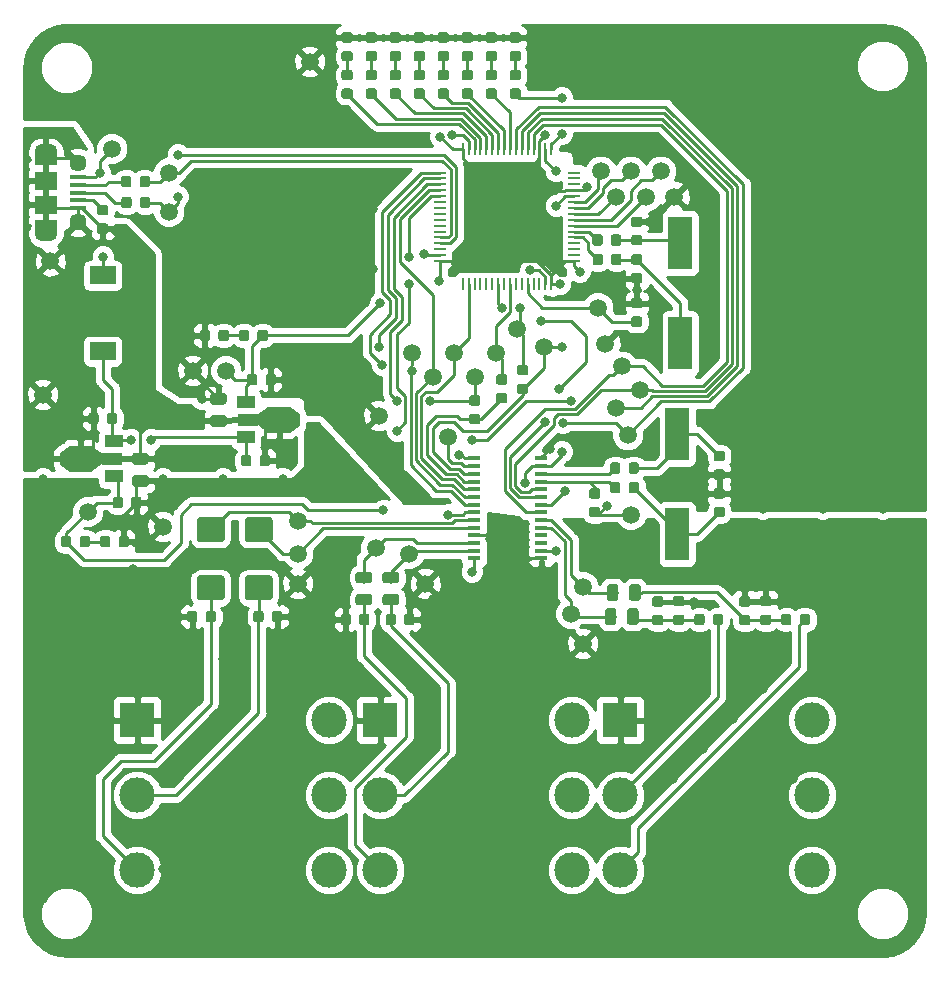
<source format=gbr>
G04 #@! TF.GenerationSoftware,KiCad,Pcbnew,(5.0.2)-1*
G04 #@! TF.CreationDate,2019-02-01T15:19:08+01:00*
G04 #@! TF.ProjectId,hac,6861632e-6b69-4636-9164-5f7063625858,rev?*
G04 #@! TF.SameCoordinates,Original*
G04 #@! TF.FileFunction,Copper,L1,Top*
G04 #@! TF.FilePolarity,Positive*
%FSLAX46Y46*%
G04 Gerber Fmt 4.6, Leading zero omitted, Abs format (unit mm)*
G04 Created by KiCad (PCBNEW (5.0.2)-1) date 2/1/2019 3:19:08 PM*
%MOMM*%
%LPD*%
G01*
G04 APERTURE LIST*
G04 #@! TA.AperFunction,BGAPad,CuDef*
%ADD10C,1.500000*%
G04 #@! TD*
G04 #@! TA.AperFunction,ComponentPad*
%ADD11R,3.000000X3.000000*%
G04 #@! TD*
G04 #@! TA.AperFunction,ComponentPad*
%ADD12C,3.000000*%
G04 #@! TD*
G04 #@! TA.AperFunction,Conductor*
%ADD13C,0.100000*%
G04 #@! TD*
G04 #@! TA.AperFunction,SMDPad,CuDef*
%ADD14C,2.075000*%
G04 #@! TD*
G04 #@! TA.AperFunction,SMDPad,CuDef*
%ADD15C,0.875000*%
G04 #@! TD*
G04 #@! TA.AperFunction,SMDPad,CuDef*
%ADD16R,2.000000X4.500000*%
G04 #@! TD*
G04 #@! TA.AperFunction,SMDPad,CuDef*
%ADD17C,0.975000*%
G04 #@! TD*
G04 #@! TA.AperFunction,SMDPad,CuDef*
%ADD18R,1.900000X1.500000*%
G04 #@! TD*
G04 #@! TA.AperFunction,ComponentPad*
%ADD19C,1.450000*%
G04 #@! TD*
G04 #@! TA.AperFunction,SMDPad,CuDef*
%ADD20R,1.350000X0.400000*%
G04 #@! TD*
G04 #@! TA.AperFunction,ComponentPad*
%ADD21O,1.900000X1.200000*%
G04 #@! TD*
G04 #@! TA.AperFunction,SMDPad,CuDef*
%ADD22R,1.900000X1.200000*%
G04 #@! TD*
G04 #@! TA.AperFunction,SMDPad,CuDef*
%ADD23R,2.200000X1.500000*%
G04 #@! TD*
G04 #@! TA.AperFunction,SMDPad,CuDef*
%ADD24R,1.000000X0.250000*%
G04 #@! TD*
G04 #@! TA.AperFunction,SMDPad,CuDef*
%ADD25R,0.250000X1.000000*%
G04 #@! TD*
G04 #@! TA.AperFunction,SMDPad,CuDef*
%ADD26R,1.100000X0.400000*%
G04 #@! TD*
G04 #@! TA.AperFunction,SMDPad,CuDef*
%ADD27C,1.000000*%
G04 #@! TD*
G04 #@! TA.AperFunction,SMDPad,CuDef*
%ADD28R,1.840000X2.200000*%
G04 #@! TD*
G04 #@! TA.AperFunction,SMDPad,CuDef*
%ADD29R,1.500000X1.000000*%
G04 #@! TD*
G04 #@! TA.AperFunction,SMDPad,CuDef*
%ADD30R,1.800000X1.000000*%
G04 #@! TD*
G04 #@! TA.AperFunction,SMDPad,CuDef*
%ADD31C,0.850000*%
G04 #@! TD*
G04 #@! TA.AperFunction,ViaPad*
%ADD32C,0.800000*%
G04 #@! TD*
G04 #@! TA.AperFunction,Conductor*
%ADD33C,0.250000*%
G04 #@! TD*
G04 #@! TA.AperFunction,Conductor*
%ADD34C,0.254000*%
G04 #@! TD*
G04 APERTURE END LIST*
D10*
G04 #@! TO.P,TP33,1*
G04 #@! TO.N,GND*
X122555000Y-90805000D03*
G04 #@! TD*
G04 #@! TO.P,TP35,1*
G04 #@! TO.N,GNDD*
X169545000Y-97790000D03*
G04 #@! TD*
G04 #@! TO.P,TP36,1*
G04 #@! TO.N,GNDA*
X143510000Y-118110000D03*
G04 #@! TD*
G04 #@! TO.P,TP37,1*
G04 #@! TO.N,GNDD*
X175387000Y-85344000D03*
G04 #@! TD*
G04 #@! TO.P,TP38,1*
G04 #@! TO.N,GNDA*
X154305000Y-118110000D03*
G04 #@! TD*
G04 #@! TO.P,TP39,1*
G04 #@! TO.N,GNDD*
X144526000Y-73914000D03*
G04 #@! TD*
G04 #@! TO.P,TP40,1*
G04 #@! TO.N,GNDA*
X167640000Y-123190000D03*
G04 #@! TD*
G04 #@! TO.P,TP41,1*
G04 #@! TO.N,GNDD*
X150368000Y-103886000D03*
G04 #@! TD*
G04 #@! TO.P,TP34,1*
G04 #@! TO.N,GND*
X121920000Y-102108000D03*
G04 #@! TD*
G04 #@! TO.P,TP32,1*
G04 #@! TO.N,Net-(TP32-Pad1)*
X156210000Y-105664000D03*
G04 #@! TD*
D11*
G04 #@! TO.P,J1,S*
G04 #@! TO.N,GNDA*
X170815000Y-129667000D03*
D12*
G04 #@! TO.P,J1,T*
G04 #@! TO.N,Net-(J1-PadT)*
X170815000Y-142367000D03*
G04 #@! TO.P,J1,R*
G04 #@! TO.N,Net-(J1-PadR)*
X170815000Y-136017000D03*
G04 #@! TO.P,J1,SN*
G04 #@! TO.N,Net-(J1-PadSN)*
X187045000Y-129667000D03*
G04 #@! TO.P,J1,TN*
G04 #@! TO.N,Net-(J1-PadTN)*
X187045000Y-142367000D03*
G04 #@! TO.P,J1,RN*
G04 #@! TO.N,Net-(J1-PadRN)*
X187045000Y-136017000D03*
G04 #@! TD*
D13*
G04 #@! TO.N,Net-(C28-Pad2)*
G04 #@! TO.C,C28*
G36*
X141157504Y-117426704D02*
X141181773Y-117430304D01*
X141205571Y-117436265D01*
X141228671Y-117444530D01*
X141250849Y-117455020D01*
X141271893Y-117467633D01*
X141291598Y-117482247D01*
X141309777Y-117498723D01*
X141326253Y-117516902D01*
X141340867Y-117536607D01*
X141353480Y-117557651D01*
X141363970Y-117579829D01*
X141372235Y-117602929D01*
X141378196Y-117626727D01*
X141381796Y-117650996D01*
X141383000Y-117675500D01*
X141383000Y-119250500D01*
X141381796Y-119275004D01*
X141378196Y-119299273D01*
X141372235Y-119323071D01*
X141363970Y-119346171D01*
X141353480Y-119368349D01*
X141340867Y-119389393D01*
X141326253Y-119409098D01*
X141309777Y-119427277D01*
X141291598Y-119443753D01*
X141271893Y-119458367D01*
X141250849Y-119470980D01*
X141228671Y-119481470D01*
X141205571Y-119489735D01*
X141181773Y-119495696D01*
X141157504Y-119499296D01*
X141133000Y-119500500D01*
X139283000Y-119500500D01*
X139258496Y-119499296D01*
X139234227Y-119495696D01*
X139210429Y-119489735D01*
X139187329Y-119481470D01*
X139165151Y-119470980D01*
X139144107Y-119458367D01*
X139124402Y-119443753D01*
X139106223Y-119427277D01*
X139089747Y-119409098D01*
X139075133Y-119389393D01*
X139062520Y-119368349D01*
X139052030Y-119346171D01*
X139043765Y-119323071D01*
X139037804Y-119299273D01*
X139034204Y-119275004D01*
X139033000Y-119250500D01*
X139033000Y-117675500D01*
X139034204Y-117650996D01*
X139037804Y-117626727D01*
X139043765Y-117602929D01*
X139052030Y-117579829D01*
X139062520Y-117557651D01*
X139075133Y-117536607D01*
X139089747Y-117516902D01*
X139106223Y-117498723D01*
X139124402Y-117482247D01*
X139144107Y-117467633D01*
X139165151Y-117455020D01*
X139187329Y-117444530D01*
X139210429Y-117436265D01*
X139234227Y-117430304D01*
X139258496Y-117426704D01*
X139283000Y-117425500D01*
X141133000Y-117425500D01*
X141157504Y-117426704D01*
X141157504Y-117426704D01*
G37*
D14*
G04 #@! TD*
G04 #@! TO.P,C28,2*
G04 #@! TO.N,Net-(C28-Pad2)*
X140208000Y-118463000D03*
D13*
G04 #@! TO.N,RHPOUT*
G04 #@! TO.C,C28*
G36*
X141157504Y-112501704D02*
X141181773Y-112505304D01*
X141205571Y-112511265D01*
X141228671Y-112519530D01*
X141250849Y-112530020D01*
X141271893Y-112542633D01*
X141291598Y-112557247D01*
X141309777Y-112573723D01*
X141326253Y-112591902D01*
X141340867Y-112611607D01*
X141353480Y-112632651D01*
X141363970Y-112654829D01*
X141372235Y-112677929D01*
X141378196Y-112701727D01*
X141381796Y-112725996D01*
X141383000Y-112750500D01*
X141383000Y-114325500D01*
X141381796Y-114350004D01*
X141378196Y-114374273D01*
X141372235Y-114398071D01*
X141363970Y-114421171D01*
X141353480Y-114443349D01*
X141340867Y-114464393D01*
X141326253Y-114484098D01*
X141309777Y-114502277D01*
X141291598Y-114518753D01*
X141271893Y-114533367D01*
X141250849Y-114545980D01*
X141228671Y-114556470D01*
X141205571Y-114564735D01*
X141181773Y-114570696D01*
X141157504Y-114574296D01*
X141133000Y-114575500D01*
X139283000Y-114575500D01*
X139258496Y-114574296D01*
X139234227Y-114570696D01*
X139210429Y-114564735D01*
X139187329Y-114556470D01*
X139165151Y-114545980D01*
X139144107Y-114533367D01*
X139124402Y-114518753D01*
X139106223Y-114502277D01*
X139089747Y-114484098D01*
X139075133Y-114464393D01*
X139062520Y-114443349D01*
X139052030Y-114421171D01*
X139043765Y-114398071D01*
X139037804Y-114374273D01*
X139034204Y-114350004D01*
X139033000Y-114325500D01*
X139033000Y-112750500D01*
X139034204Y-112725996D01*
X139037804Y-112701727D01*
X139043765Y-112677929D01*
X139052030Y-112654829D01*
X139062520Y-112632651D01*
X139075133Y-112611607D01*
X139089747Y-112591902D01*
X139106223Y-112573723D01*
X139124402Y-112557247D01*
X139144107Y-112542633D01*
X139165151Y-112530020D01*
X139187329Y-112519530D01*
X139210429Y-112511265D01*
X139234227Y-112505304D01*
X139258496Y-112501704D01*
X139283000Y-112500500D01*
X141133000Y-112500500D01*
X141157504Y-112501704D01*
X141157504Y-112501704D01*
G37*
D14*
G04 #@! TD*
G04 #@! TO.P,C28,1*
G04 #@! TO.N,RHPOUT*
X140208000Y-113538000D03*
D13*
G04 #@! TO.N,LHPOUT*
G04 #@! TO.C,C29*
G36*
X137093504Y-112501704D02*
X137117773Y-112505304D01*
X137141571Y-112511265D01*
X137164671Y-112519530D01*
X137186849Y-112530020D01*
X137207893Y-112542633D01*
X137227598Y-112557247D01*
X137245777Y-112573723D01*
X137262253Y-112591902D01*
X137276867Y-112611607D01*
X137289480Y-112632651D01*
X137299970Y-112654829D01*
X137308235Y-112677929D01*
X137314196Y-112701727D01*
X137317796Y-112725996D01*
X137319000Y-112750500D01*
X137319000Y-114325500D01*
X137317796Y-114350004D01*
X137314196Y-114374273D01*
X137308235Y-114398071D01*
X137299970Y-114421171D01*
X137289480Y-114443349D01*
X137276867Y-114464393D01*
X137262253Y-114484098D01*
X137245777Y-114502277D01*
X137227598Y-114518753D01*
X137207893Y-114533367D01*
X137186849Y-114545980D01*
X137164671Y-114556470D01*
X137141571Y-114564735D01*
X137117773Y-114570696D01*
X137093504Y-114574296D01*
X137069000Y-114575500D01*
X135219000Y-114575500D01*
X135194496Y-114574296D01*
X135170227Y-114570696D01*
X135146429Y-114564735D01*
X135123329Y-114556470D01*
X135101151Y-114545980D01*
X135080107Y-114533367D01*
X135060402Y-114518753D01*
X135042223Y-114502277D01*
X135025747Y-114484098D01*
X135011133Y-114464393D01*
X134998520Y-114443349D01*
X134988030Y-114421171D01*
X134979765Y-114398071D01*
X134973804Y-114374273D01*
X134970204Y-114350004D01*
X134969000Y-114325500D01*
X134969000Y-112750500D01*
X134970204Y-112725996D01*
X134973804Y-112701727D01*
X134979765Y-112677929D01*
X134988030Y-112654829D01*
X134998520Y-112632651D01*
X135011133Y-112611607D01*
X135025747Y-112591902D01*
X135042223Y-112573723D01*
X135060402Y-112557247D01*
X135080107Y-112542633D01*
X135101151Y-112530020D01*
X135123329Y-112519530D01*
X135146429Y-112511265D01*
X135170227Y-112505304D01*
X135194496Y-112501704D01*
X135219000Y-112500500D01*
X137069000Y-112500500D01*
X137093504Y-112501704D01*
X137093504Y-112501704D01*
G37*
D14*
G04 #@! TD*
G04 #@! TO.P,C29,1*
G04 #@! TO.N,LHPOUT*
X136144000Y-113538000D03*
D13*
G04 #@! TO.N,Net-(C29-Pad2)*
G04 #@! TO.C,C29*
G36*
X137093504Y-117426704D02*
X137117773Y-117430304D01*
X137141571Y-117436265D01*
X137164671Y-117444530D01*
X137186849Y-117455020D01*
X137207893Y-117467633D01*
X137227598Y-117482247D01*
X137245777Y-117498723D01*
X137262253Y-117516902D01*
X137276867Y-117536607D01*
X137289480Y-117557651D01*
X137299970Y-117579829D01*
X137308235Y-117602929D01*
X137314196Y-117626727D01*
X137317796Y-117650996D01*
X137319000Y-117675500D01*
X137319000Y-119250500D01*
X137317796Y-119275004D01*
X137314196Y-119299273D01*
X137308235Y-119323071D01*
X137299970Y-119346171D01*
X137289480Y-119368349D01*
X137276867Y-119389393D01*
X137262253Y-119409098D01*
X137245777Y-119427277D01*
X137227598Y-119443753D01*
X137207893Y-119458367D01*
X137186849Y-119470980D01*
X137164671Y-119481470D01*
X137141571Y-119489735D01*
X137117773Y-119495696D01*
X137093504Y-119499296D01*
X137069000Y-119500500D01*
X135219000Y-119500500D01*
X135194496Y-119499296D01*
X135170227Y-119495696D01*
X135146429Y-119489735D01*
X135123329Y-119481470D01*
X135101151Y-119470980D01*
X135080107Y-119458367D01*
X135060402Y-119443753D01*
X135042223Y-119427277D01*
X135025747Y-119409098D01*
X135011133Y-119389393D01*
X134998520Y-119368349D01*
X134988030Y-119346171D01*
X134979765Y-119323071D01*
X134973804Y-119299273D01*
X134970204Y-119275004D01*
X134969000Y-119250500D01*
X134969000Y-117675500D01*
X134970204Y-117650996D01*
X134973804Y-117626727D01*
X134979765Y-117602929D01*
X134988030Y-117579829D01*
X134998520Y-117557651D01*
X135011133Y-117536607D01*
X135025747Y-117516902D01*
X135042223Y-117498723D01*
X135060402Y-117482247D01*
X135080107Y-117467633D01*
X135101151Y-117455020D01*
X135123329Y-117444530D01*
X135146429Y-117436265D01*
X135170227Y-117430304D01*
X135194496Y-117426704D01*
X135219000Y-117425500D01*
X137069000Y-117425500D01*
X137093504Y-117426704D01*
X137093504Y-117426704D01*
G37*
D14*
G04 #@! TD*
G04 #@! TO.P,C29,2*
G04 #@! TO.N,Net-(C29-Pad2)*
X136144000Y-118463000D03*
D12*
G04 #@! TO.P,J4,RN*
G04 #@! TO.N,Net-(J4-PadRN)*
X146151000Y-136017000D03*
G04 #@! TO.P,J4,TN*
G04 #@! TO.N,Net-(J4-PadTN)*
X146151000Y-142367000D03*
G04 #@! TO.P,J4,SN*
G04 #@! TO.N,Net-(J4-PadSN)*
X146151000Y-129667000D03*
G04 #@! TO.P,J4,R*
G04 #@! TO.N,Net-(C28-Pad2)*
X129921000Y-136017000D03*
G04 #@! TO.P,J4,T*
G04 #@! TO.N,Net-(C29-Pad2)*
X129921000Y-142367000D03*
D11*
G04 #@! TO.P,J4,S*
G04 #@! TO.N,GNDA*
X129921000Y-129667000D03*
G04 #@! TD*
D13*
G04 #@! TO.N,Net-(C29-Pad2)*
G04 #@! TO.C,R30*
G36*
X136384191Y-120430053D02*
X136405426Y-120433203D01*
X136426250Y-120438419D01*
X136446462Y-120445651D01*
X136465868Y-120454830D01*
X136484281Y-120465866D01*
X136501524Y-120478654D01*
X136517430Y-120493070D01*
X136531846Y-120508976D01*
X136544634Y-120526219D01*
X136555670Y-120544632D01*
X136564849Y-120564038D01*
X136572081Y-120584250D01*
X136577297Y-120605074D01*
X136580447Y-120626309D01*
X136581500Y-120647750D01*
X136581500Y-121160250D01*
X136580447Y-121181691D01*
X136577297Y-121202926D01*
X136572081Y-121223750D01*
X136564849Y-121243962D01*
X136555670Y-121263368D01*
X136544634Y-121281781D01*
X136531846Y-121299024D01*
X136517430Y-121314930D01*
X136501524Y-121329346D01*
X136484281Y-121342134D01*
X136465868Y-121353170D01*
X136446462Y-121362349D01*
X136426250Y-121369581D01*
X136405426Y-121374797D01*
X136384191Y-121377947D01*
X136362750Y-121379000D01*
X135925250Y-121379000D01*
X135903809Y-121377947D01*
X135882574Y-121374797D01*
X135861750Y-121369581D01*
X135841538Y-121362349D01*
X135822132Y-121353170D01*
X135803719Y-121342134D01*
X135786476Y-121329346D01*
X135770570Y-121314930D01*
X135756154Y-121299024D01*
X135743366Y-121281781D01*
X135732330Y-121263368D01*
X135723151Y-121243962D01*
X135715919Y-121223750D01*
X135710703Y-121202926D01*
X135707553Y-121181691D01*
X135706500Y-121160250D01*
X135706500Y-120647750D01*
X135707553Y-120626309D01*
X135710703Y-120605074D01*
X135715919Y-120584250D01*
X135723151Y-120564038D01*
X135732330Y-120544632D01*
X135743366Y-120526219D01*
X135756154Y-120508976D01*
X135770570Y-120493070D01*
X135786476Y-120478654D01*
X135803719Y-120465866D01*
X135822132Y-120454830D01*
X135841538Y-120445651D01*
X135861750Y-120438419D01*
X135882574Y-120433203D01*
X135903809Y-120430053D01*
X135925250Y-120429000D01*
X136362750Y-120429000D01*
X136384191Y-120430053D01*
X136384191Y-120430053D01*
G37*
D15*
G04 #@! TD*
G04 #@! TO.P,R30,2*
G04 #@! TO.N,Net-(C29-Pad2)*
X136144000Y-120904000D03*
D13*
G04 #@! TO.N,GNDA*
G04 #@! TO.C,R30*
G36*
X134809191Y-120430053D02*
X134830426Y-120433203D01*
X134851250Y-120438419D01*
X134871462Y-120445651D01*
X134890868Y-120454830D01*
X134909281Y-120465866D01*
X134926524Y-120478654D01*
X134942430Y-120493070D01*
X134956846Y-120508976D01*
X134969634Y-120526219D01*
X134980670Y-120544632D01*
X134989849Y-120564038D01*
X134997081Y-120584250D01*
X135002297Y-120605074D01*
X135005447Y-120626309D01*
X135006500Y-120647750D01*
X135006500Y-121160250D01*
X135005447Y-121181691D01*
X135002297Y-121202926D01*
X134997081Y-121223750D01*
X134989849Y-121243962D01*
X134980670Y-121263368D01*
X134969634Y-121281781D01*
X134956846Y-121299024D01*
X134942430Y-121314930D01*
X134926524Y-121329346D01*
X134909281Y-121342134D01*
X134890868Y-121353170D01*
X134871462Y-121362349D01*
X134851250Y-121369581D01*
X134830426Y-121374797D01*
X134809191Y-121377947D01*
X134787750Y-121379000D01*
X134350250Y-121379000D01*
X134328809Y-121377947D01*
X134307574Y-121374797D01*
X134286750Y-121369581D01*
X134266538Y-121362349D01*
X134247132Y-121353170D01*
X134228719Y-121342134D01*
X134211476Y-121329346D01*
X134195570Y-121314930D01*
X134181154Y-121299024D01*
X134168366Y-121281781D01*
X134157330Y-121263368D01*
X134148151Y-121243962D01*
X134140919Y-121223750D01*
X134135703Y-121202926D01*
X134132553Y-121181691D01*
X134131500Y-121160250D01*
X134131500Y-120647750D01*
X134132553Y-120626309D01*
X134135703Y-120605074D01*
X134140919Y-120584250D01*
X134148151Y-120564038D01*
X134157330Y-120544632D01*
X134168366Y-120526219D01*
X134181154Y-120508976D01*
X134195570Y-120493070D01*
X134211476Y-120478654D01*
X134228719Y-120465866D01*
X134247132Y-120454830D01*
X134266538Y-120445651D01*
X134286750Y-120438419D01*
X134307574Y-120433203D01*
X134328809Y-120430053D01*
X134350250Y-120429000D01*
X134787750Y-120429000D01*
X134809191Y-120430053D01*
X134809191Y-120430053D01*
G37*
D15*
G04 #@! TD*
G04 #@! TO.P,R30,1*
G04 #@! TO.N,GNDA*
X134569000Y-120904000D03*
D13*
G04 #@! TO.N,GNDA*
G04 #@! TO.C,R29*
G36*
X141997691Y-120430053D02*
X142018926Y-120433203D01*
X142039750Y-120438419D01*
X142059962Y-120445651D01*
X142079368Y-120454830D01*
X142097781Y-120465866D01*
X142115024Y-120478654D01*
X142130930Y-120493070D01*
X142145346Y-120508976D01*
X142158134Y-120526219D01*
X142169170Y-120544632D01*
X142178349Y-120564038D01*
X142185581Y-120584250D01*
X142190797Y-120605074D01*
X142193947Y-120626309D01*
X142195000Y-120647750D01*
X142195000Y-121160250D01*
X142193947Y-121181691D01*
X142190797Y-121202926D01*
X142185581Y-121223750D01*
X142178349Y-121243962D01*
X142169170Y-121263368D01*
X142158134Y-121281781D01*
X142145346Y-121299024D01*
X142130930Y-121314930D01*
X142115024Y-121329346D01*
X142097781Y-121342134D01*
X142079368Y-121353170D01*
X142059962Y-121362349D01*
X142039750Y-121369581D01*
X142018926Y-121374797D01*
X141997691Y-121377947D01*
X141976250Y-121379000D01*
X141538750Y-121379000D01*
X141517309Y-121377947D01*
X141496074Y-121374797D01*
X141475250Y-121369581D01*
X141455038Y-121362349D01*
X141435632Y-121353170D01*
X141417219Y-121342134D01*
X141399976Y-121329346D01*
X141384070Y-121314930D01*
X141369654Y-121299024D01*
X141356866Y-121281781D01*
X141345830Y-121263368D01*
X141336651Y-121243962D01*
X141329419Y-121223750D01*
X141324203Y-121202926D01*
X141321053Y-121181691D01*
X141320000Y-121160250D01*
X141320000Y-120647750D01*
X141321053Y-120626309D01*
X141324203Y-120605074D01*
X141329419Y-120584250D01*
X141336651Y-120564038D01*
X141345830Y-120544632D01*
X141356866Y-120526219D01*
X141369654Y-120508976D01*
X141384070Y-120493070D01*
X141399976Y-120478654D01*
X141417219Y-120465866D01*
X141435632Y-120454830D01*
X141455038Y-120445651D01*
X141475250Y-120438419D01*
X141496074Y-120433203D01*
X141517309Y-120430053D01*
X141538750Y-120429000D01*
X141976250Y-120429000D01*
X141997691Y-120430053D01*
X141997691Y-120430053D01*
G37*
D15*
G04 #@! TD*
G04 #@! TO.P,R29,1*
G04 #@! TO.N,GNDA*
X141757500Y-120904000D03*
D13*
G04 #@! TO.N,Net-(C28-Pad2)*
G04 #@! TO.C,R29*
G36*
X140422691Y-120430053D02*
X140443926Y-120433203D01*
X140464750Y-120438419D01*
X140484962Y-120445651D01*
X140504368Y-120454830D01*
X140522781Y-120465866D01*
X140540024Y-120478654D01*
X140555930Y-120493070D01*
X140570346Y-120508976D01*
X140583134Y-120526219D01*
X140594170Y-120544632D01*
X140603349Y-120564038D01*
X140610581Y-120584250D01*
X140615797Y-120605074D01*
X140618947Y-120626309D01*
X140620000Y-120647750D01*
X140620000Y-121160250D01*
X140618947Y-121181691D01*
X140615797Y-121202926D01*
X140610581Y-121223750D01*
X140603349Y-121243962D01*
X140594170Y-121263368D01*
X140583134Y-121281781D01*
X140570346Y-121299024D01*
X140555930Y-121314930D01*
X140540024Y-121329346D01*
X140522781Y-121342134D01*
X140504368Y-121353170D01*
X140484962Y-121362349D01*
X140464750Y-121369581D01*
X140443926Y-121374797D01*
X140422691Y-121377947D01*
X140401250Y-121379000D01*
X139963750Y-121379000D01*
X139942309Y-121377947D01*
X139921074Y-121374797D01*
X139900250Y-121369581D01*
X139880038Y-121362349D01*
X139860632Y-121353170D01*
X139842219Y-121342134D01*
X139824976Y-121329346D01*
X139809070Y-121314930D01*
X139794654Y-121299024D01*
X139781866Y-121281781D01*
X139770830Y-121263368D01*
X139761651Y-121243962D01*
X139754419Y-121223750D01*
X139749203Y-121202926D01*
X139746053Y-121181691D01*
X139745000Y-121160250D01*
X139745000Y-120647750D01*
X139746053Y-120626309D01*
X139749203Y-120605074D01*
X139754419Y-120584250D01*
X139761651Y-120564038D01*
X139770830Y-120544632D01*
X139781866Y-120526219D01*
X139794654Y-120508976D01*
X139809070Y-120493070D01*
X139824976Y-120478654D01*
X139842219Y-120465866D01*
X139860632Y-120454830D01*
X139880038Y-120445651D01*
X139900250Y-120438419D01*
X139921074Y-120433203D01*
X139942309Y-120430053D01*
X139963750Y-120429000D01*
X140401250Y-120429000D01*
X140422691Y-120430053D01*
X140422691Y-120430053D01*
G37*
D15*
G04 #@! TD*
G04 #@! TO.P,R29,2*
G04 #@! TO.N,Net-(C28-Pad2)*
X140182500Y-120904000D03*
D10*
G04 #@! TO.P,TP30,1*
G04 #@! TO.N,LHPOUT*
X143510000Y-112776000D03*
G04 #@! TD*
G04 #@! TO.P,TP31,1*
G04 #@! TO.N,RHPOUT*
X143510000Y-115570000D03*
G04 #@! TD*
D12*
G04 #@! TO.P,J2,RN*
G04 #@! TO.N,Net-(J2-PadRN)*
X166725000Y-136017000D03*
G04 #@! TO.P,J2,TN*
G04 #@! TO.N,Net-(J2-PadTN)*
X166725000Y-142367000D03*
G04 #@! TO.P,J2,SN*
G04 #@! TO.N,Net-(J2-PadSN)*
X166725000Y-129667000D03*
G04 #@! TO.P,J2,R*
G04 #@! TO.N,Net-(C10-Pad1)*
X150495000Y-136017000D03*
G04 #@! TO.P,J2,T*
G04 #@! TO.N,Net-(C11-Pad1)*
X150495000Y-142367000D03*
D11*
G04 #@! TO.P,J2,S*
G04 #@! TO.N,GNDA*
X150495000Y-129667000D03*
G04 #@! TD*
D16*
G04 #@! TO.P,Y1,2*
G04 #@! TO.N,Net-(C6-Pad1)*
X175895000Y-89281000D03*
G04 #@! TO.P,Y1,1*
G04 #@! TO.N,Net-(C5-Pad1)*
X175895000Y-97781000D03*
G04 #@! TD*
G04 #@! TO.P,Y2,1*
G04 #@! TO.N,Net-(C16-Pad1)*
X175641000Y-113910000D03*
G04 #@! TO.P,Y2,2*
G04 #@! TO.N,Net-(C17-Pad1)*
X175641000Y-105410000D03*
G04 #@! TD*
D13*
G04 #@! TO.N,Net-(C1-Pad1)*
G04 #@! TO.C,C1*
G36*
X174267691Y-120772553D02*
X174288926Y-120775703D01*
X174309750Y-120780919D01*
X174329962Y-120788151D01*
X174349368Y-120797330D01*
X174367781Y-120808366D01*
X174385024Y-120821154D01*
X174400930Y-120835570D01*
X174415346Y-120851476D01*
X174428134Y-120868719D01*
X174439170Y-120887132D01*
X174448349Y-120906538D01*
X174455581Y-120926750D01*
X174460797Y-120947574D01*
X174463947Y-120968809D01*
X174465000Y-120990250D01*
X174465000Y-121427750D01*
X174463947Y-121449191D01*
X174460797Y-121470426D01*
X174455581Y-121491250D01*
X174448349Y-121511462D01*
X174439170Y-121530868D01*
X174428134Y-121549281D01*
X174415346Y-121566524D01*
X174400930Y-121582430D01*
X174385024Y-121596846D01*
X174367781Y-121609634D01*
X174349368Y-121620670D01*
X174329962Y-121629849D01*
X174309750Y-121637081D01*
X174288926Y-121642297D01*
X174267691Y-121645447D01*
X174246250Y-121646500D01*
X173733750Y-121646500D01*
X173712309Y-121645447D01*
X173691074Y-121642297D01*
X173670250Y-121637081D01*
X173650038Y-121629849D01*
X173630632Y-121620670D01*
X173612219Y-121609634D01*
X173594976Y-121596846D01*
X173579070Y-121582430D01*
X173564654Y-121566524D01*
X173551866Y-121549281D01*
X173540830Y-121530868D01*
X173531651Y-121511462D01*
X173524419Y-121491250D01*
X173519203Y-121470426D01*
X173516053Y-121449191D01*
X173515000Y-121427750D01*
X173515000Y-120990250D01*
X173516053Y-120968809D01*
X173519203Y-120947574D01*
X173524419Y-120926750D01*
X173531651Y-120906538D01*
X173540830Y-120887132D01*
X173551866Y-120868719D01*
X173564654Y-120851476D01*
X173579070Y-120835570D01*
X173594976Y-120821154D01*
X173612219Y-120808366D01*
X173630632Y-120797330D01*
X173650038Y-120788151D01*
X173670250Y-120780919D01*
X173691074Y-120775703D01*
X173712309Y-120772553D01*
X173733750Y-120771500D01*
X174246250Y-120771500D01*
X174267691Y-120772553D01*
X174267691Y-120772553D01*
G37*
D15*
G04 #@! TD*
G04 #@! TO.P,C1,1*
G04 #@! TO.N,Net-(C1-Pad1)*
X173990000Y-121209000D03*
D13*
G04 #@! TO.N,GNDA*
G04 #@! TO.C,C1*
G36*
X174267691Y-119197553D02*
X174288926Y-119200703D01*
X174309750Y-119205919D01*
X174329962Y-119213151D01*
X174349368Y-119222330D01*
X174367781Y-119233366D01*
X174385024Y-119246154D01*
X174400930Y-119260570D01*
X174415346Y-119276476D01*
X174428134Y-119293719D01*
X174439170Y-119312132D01*
X174448349Y-119331538D01*
X174455581Y-119351750D01*
X174460797Y-119372574D01*
X174463947Y-119393809D01*
X174465000Y-119415250D01*
X174465000Y-119852750D01*
X174463947Y-119874191D01*
X174460797Y-119895426D01*
X174455581Y-119916250D01*
X174448349Y-119936462D01*
X174439170Y-119955868D01*
X174428134Y-119974281D01*
X174415346Y-119991524D01*
X174400930Y-120007430D01*
X174385024Y-120021846D01*
X174367781Y-120034634D01*
X174349368Y-120045670D01*
X174329962Y-120054849D01*
X174309750Y-120062081D01*
X174288926Y-120067297D01*
X174267691Y-120070447D01*
X174246250Y-120071500D01*
X173733750Y-120071500D01*
X173712309Y-120070447D01*
X173691074Y-120067297D01*
X173670250Y-120062081D01*
X173650038Y-120054849D01*
X173630632Y-120045670D01*
X173612219Y-120034634D01*
X173594976Y-120021846D01*
X173579070Y-120007430D01*
X173564654Y-119991524D01*
X173551866Y-119974281D01*
X173540830Y-119955868D01*
X173531651Y-119936462D01*
X173524419Y-119916250D01*
X173519203Y-119895426D01*
X173516053Y-119874191D01*
X173515000Y-119852750D01*
X173515000Y-119415250D01*
X173516053Y-119393809D01*
X173519203Y-119372574D01*
X173524419Y-119351750D01*
X173531651Y-119331538D01*
X173540830Y-119312132D01*
X173551866Y-119293719D01*
X173564654Y-119276476D01*
X173579070Y-119260570D01*
X173594976Y-119246154D01*
X173612219Y-119233366D01*
X173630632Y-119222330D01*
X173650038Y-119213151D01*
X173670250Y-119205919D01*
X173691074Y-119200703D01*
X173712309Y-119197553D01*
X173733750Y-119196500D01*
X174246250Y-119196500D01*
X174267691Y-119197553D01*
X174267691Y-119197553D01*
G37*
D15*
G04 #@! TD*
G04 #@! TO.P,C1,2*
G04 #@! TO.N,GNDA*
X173990000Y-119634000D03*
D13*
G04 #@! TO.N,GNDD*
G04 #@! TO.C,C6*
G36*
X172489691Y-87041053D02*
X172510926Y-87044203D01*
X172531750Y-87049419D01*
X172551962Y-87056651D01*
X172571368Y-87065830D01*
X172589781Y-87076866D01*
X172607024Y-87089654D01*
X172622930Y-87104070D01*
X172637346Y-87119976D01*
X172650134Y-87137219D01*
X172661170Y-87155632D01*
X172670349Y-87175038D01*
X172677581Y-87195250D01*
X172682797Y-87216074D01*
X172685947Y-87237309D01*
X172687000Y-87258750D01*
X172687000Y-87696250D01*
X172685947Y-87717691D01*
X172682797Y-87738926D01*
X172677581Y-87759750D01*
X172670349Y-87779962D01*
X172661170Y-87799368D01*
X172650134Y-87817781D01*
X172637346Y-87835024D01*
X172622930Y-87850930D01*
X172607024Y-87865346D01*
X172589781Y-87878134D01*
X172571368Y-87889170D01*
X172551962Y-87898349D01*
X172531750Y-87905581D01*
X172510926Y-87910797D01*
X172489691Y-87913947D01*
X172468250Y-87915000D01*
X171955750Y-87915000D01*
X171934309Y-87913947D01*
X171913074Y-87910797D01*
X171892250Y-87905581D01*
X171872038Y-87898349D01*
X171852632Y-87889170D01*
X171834219Y-87878134D01*
X171816976Y-87865346D01*
X171801070Y-87850930D01*
X171786654Y-87835024D01*
X171773866Y-87817781D01*
X171762830Y-87799368D01*
X171753651Y-87779962D01*
X171746419Y-87759750D01*
X171741203Y-87738926D01*
X171738053Y-87717691D01*
X171737000Y-87696250D01*
X171737000Y-87258750D01*
X171738053Y-87237309D01*
X171741203Y-87216074D01*
X171746419Y-87195250D01*
X171753651Y-87175038D01*
X171762830Y-87155632D01*
X171773866Y-87137219D01*
X171786654Y-87119976D01*
X171801070Y-87104070D01*
X171816976Y-87089654D01*
X171834219Y-87076866D01*
X171852632Y-87065830D01*
X171872038Y-87056651D01*
X171892250Y-87049419D01*
X171913074Y-87044203D01*
X171934309Y-87041053D01*
X171955750Y-87040000D01*
X172468250Y-87040000D01*
X172489691Y-87041053D01*
X172489691Y-87041053D01*
G37*
D15*
G04 #@! TD*
G04 #@! TO.P,C6,2*
G04 #@! TO.N,GNDD*
X172212000Y-87477500D03*
D13*
G04 #@! TO.N,Net-(C6-Pad1)*
G04 #@! TO.C,C6*
G36*
X172489691Y-88616053D02*
X172510926Y-88619203D01*
X172531750Y-88624419D01*
X172551962Y-88631651D01*
X172571368Y-88640830D01*
X172589781Y-88651866D01*
X172607024Y-88664654D01*
X172622930Y-88679070D01*
X172637346Y-88694976D01*
X172650134Y-88712219D01*
X172661170Y-88730632D01*
X172670349Y-88750038D01*
X172677581Y-88770250D01*
X172682797Y-88791074D01*
X172685947Y-88812309D01*
X172687000Y-88833750D01*
X172687000Y-89271250D01*
X172685947Y-89292691D01*
X172682797Y-89313926D01*
X172677581Y-89334750D01*
X172670349Y-89354962D01*
X172661170Y-89374368D01*
X172650134Y-89392781D01*
X172637346Y-89410024D01*
X172622930Y-89425930D01*
X172607024Y-89440346D01*
X172589781Y-89453134D01*
X172571368Y-89464170D01*
X172551962Y-89473349D01*
X172531750Y-89480581D01*
X172510926Y-89485797D01*
X172489691Y-89488947D01*
X172468250Y-89490000D01*
X171955750Y-89490000D01*
X171934309Y-89488947D01*
X171913074Y-89485797D01*
X171892250Y-89480581D01*
X171872038Y-89473349D01*
X171852632Y-89464170D01*
X171834219Y-89453134D01*
X171816976Y-89440346D01*
X171801070Y-89425930D01*
X171786654Y-89410024D01*
X171773866Y-89392781D01*
X171762830Y-89374368D01*
X171753651Y-89354962D01*
X171746419Y-89334750D01*
X171741203Y-89313926D01*
X171738053Y-89292691D01*
X171737000Y-89271250D01*
X171737000Y-88833750D01*
X171738053Y-88812309D01*
X171741203Y-88791074D01*
X171746419Y-88770250D01*
X171753651Y-88750038D01*
X171762830Y-88730632D01*
X171773866Y-88712219D01*
X171786654Y-88694976D01*
X171801070Y-88679070D01*
X171816976Y-88664654D01*
X171834219Y-88651866D01*
X171852632Y-88640830D01*
X171872038Y-88631651D01*
X171892250Y-88624419D01*
X171913074Y-88619203D01*
X171934309Y-88616053D01*
X171955750Y-88615000D01*
X172468250Y-88615000D01*
X172489691Y-88616053D01*
X172489691Y-88616053D01*
G37*
D15*
G04 #@! TD*
G04 #@! TO.P,C6,1*
G04 #@! TO.N,Net-(C6-Pad1)*
X172212000Y-89052500D03*
D13*
G04 #@! TO.N,Net-(C5-Pad1)*
G04 #@! TO.C,C5*
G36*
X172489691Y-90241553D02*
X172510926Y-90244703D01*
X172531750Y-90249919D01*
X172551962Y-90257151D01*
X172571368Y-90266330D01*
X172589781Y-90277366D01*
X172607024Y-90290154D01*
X172622930Y-90304570D01*
X172637346Y-90320476D01*
X172650134Y-90337719D01*
X172661170Y-90356132D01*
X172670349Y-90375538D01*
X172677581Y-90395750D01*
X172682797Y-90416574D01*
X172685947Y-90437809D01*
X172687000Y-90459250D01*
X172687000Y-90896750D01*
X172685947Y-90918191D01*
X172682797Y-90939426D01*
X172677581Y-90960250D01*
X172670349Y-90980462D01*
X172661170Y-90999868D01*
X172650134Y-91018281D01*
X172637346Y-91035524D01*
X172622930Y-91051430D01*
X172607024Y-91065846D01*
X172589781Y-91078634D01*
X172571368Y-91089670D01*
X172551962Y-91098849D01*
X172531750Y-91106081D01*
X172510926Y-91111297D01*
X172489691Y-91114447D01*
X172468250Y-91115500D01*
X171955750Y-91115500D01*
X171934309Y-91114447D01*
X171913074Y-91111297D01*
X171892250Y-91106081D01*
X171872038Y-91098849D01*
X171852632Y-91089670D01*
X171834219Y-91078634D01*
X171816976Y-91065846D01*
X171801070Y-91051430D01*
X171786654Y-91035524D01*
X171773866Y-91018281D01*
X171762830Y-90999868D01*
X171753651Y-90980462D01*
X171746419Y-90960250D01*
X171741203Y-90939426D01*
X171738053Y-90918191D01*
X171737000Y-90896750D01*
X171737000Y-90459250D01*
X171738053Y-90437809D01*
X171741203Y-90416574D01*
X171746419Y-90395750D01*
X171753651Y-90375538D01*
X171762830Y-90356132D01*
X171773866Y-90337719D01*
X171786654Y-90320476D01*
X171801070Y-90304570D01*
X171816976Y-90290154D01*
X171834219Y-90277366D01*
X171852632Y-90266330D01*
X171872038Y-90257151D01*
X171892250Y-90249919D01*
X171913074Y-90244703D01*
X171934309Y-90241553D01*
X171955750Y-90240500D01*
X172468250Y-90240500D01*
X172489691Y-90241553D01*
X172489691Y-90241553D01*
G37*
D15*
G04 #@! TD*
G04 #@! TO.P,C5,1*
G04 #@! TO.N,Net-(C5-Pad1)*
X172212000Y-90678000D03*
D13*
G04 #@! TO.N,GNDD*
G04 #@! TO.C,C5*
G36*
X172489691Y-91816553D02*
X172510926Y-91819703D01*
X172531750Y-91824919D01*
X172551962Y-91832151D01*
X172571368Y-91841330D01*
X172589781Y-91852366D01*
X172607024Y-91865154D01*
X172622930Y-91879570D01*
X172637346Y-91895476D01*
X172650134Y-91912719D01*
X172661170Y-91931132D01*
X172670349Y-91950538D01*
X172677581Y-91970750D01*
X172682797Y-91991574D01*
X172685947Y-92012809D01*
X172687000Y-92034250D01*
X172687000Y-92471750D01*
X172685947Y-92493191D01*
X172682797Y-92514426D01*
X172677581Y-92535250D01*
X172670349Y-92555462D01*
X172661170Y-92574868D01*
X172650134Y-92593281D01*
X172637346Y-92610524D01*
X172622930Y-92626430D01*
X172607024Y-92640846D01*
X172589781Y-92653634D01*
X172571368Y-92664670D01*
X172551962Y-92673849D01*
X172531750Y-92681081D01*
X172510926Y-92686297D01*
X172489691Y-92689447D01*
X172468250Y-92690500D01*
X171955750Y-92690500D01*
X171934309Y-92689447D01*
X171913074Y-92686297D01*
X171892250Y-92681081D01*
X171872038Y-92673849D01*
X171852632Y-92664670D01*
X171834219Y-92653634D01*
X171816976Y-92640846D01*
X171801070Y-92626430D01*
X171786654Y-92610524D01*
X171773866Y-92593281D01*
X171762830Y-92574868D01*
X171753651Y-92555462D01*
X171746419Y-92535250D01*
X171741203Y-92514426D01*
X171738053Y-92493191D01*
X171737000Y-92471750D01*
X171737000Y-92034250D01*
X171738053Y-92012809D01*
X171741203Y-91991574D01*
X171746419Y-91970750D01*
X171753651Y-91950538D01*
X171762830Y-91931132D01*
X171773866Y-91912719D01*
X171786654Y-91895476D01*
X171801070Y-91879570D01*
X171816976Y-91865154D01*
X171834219Y-91852366D01*
X171852632Y-91841330D01*
X171872038Y-91832151D01*
X171892250Y-91824919D01*
X171913074Y-91819703D01*
X171934309Y-91816553D01*
X171955750Y-91815500D01*
X172468250Y-91815500D01*
X172489691Y-91816553D01*
X172489691Y-91816553D01*
G37*
D15*
G04 #@! TD*
G04 #@! TO.P,C5,2*
G04 #@! TO.N,GNDD*
X172212000Y-92253000D03*
D13*
G04 #@! TO.N,GNDA*
G04 #@! TO.C,C2*
G36*
X181633691Y-119197553D02*
X181654926Y-119200703D01*
X181675750Y-119205919D01*
X181695962Y-119213151D01*
X181715368Y-119222330D01*
X181733781Y-119233366D01*
X181751024Y-119246154D01*
X181766930Y-119260570D01*
X181781346Y-119276476D01*
X181794134Y-119293719D01*
X181805170Y-119312132D01*
X181814349Y-119331538D01*
X181821581Y-119351750D01*
X181826797Y-119372574D01*
X181829947Y-119393809D01*
X181831000Y-119415250D01*
X181831000Y-119852750D01*
X181829947Y-119874191D01*
X181826797Y-119895426D01*
X181821581Y-119916250D01*
X181814349Y-119936462D01*
X181805170Y-119955868D01*
X181794134Y-119974281D01*
X181781346Y-119991524D01*
X181766930Y-120007430D01*
X181751024Y-120021846D01*
X181733781Y-120034634D01*
X181715368Y-120045670D01*
X181695962Y-120054849D01*
X181675750Y-120062081D01*
X181654926Y-120067297D01*
X181633691Y-120070447D01*
X181612250Y-120071500D01*
X181099750Y-120071500D01*
X181078309Y-120070447D01*
X181057074Y-120067297D01*
X181036250Y-120062081D01*
X181016038Y-120054849D01*
X180996632Y-120045670D01*
X180978219Y-120034634D01*
X180960976Y-120021846D01*
X180945070Y-120007430D01*
X180930654Y-119991524D01*
X180917866Y-119974281D01*
X180906830Y-119955868D01*
X180897651Y-119936462D01*
X180890419Y-119916250D01*
X180885203Y-119895426D01*
X180882053Y-119874191D01*
X180881000Y-119852750D01*
X180881000Y-119415250D01*
X180882053Y-119393809D01*
X180885203Y-119372574D01*
X180890419Y-119351750D01*
X180897651Y-119331538D01*
X180906830Y-119312132D01*
X180917866Y-119293719D01*
X180930654Y-119276476D01*
X180945070Y-119260570D01*
X180960976Y-119246154D01*
X180978219Y-119233366D01*
X180996632Y-119222330D01*
X181016038Y-119213151D01*
X181036250Y-119205919D01*
X181057074Y-119200703D01*
X181078309Y-119197553D01*
X181099750Y-119196500D01*
X181612250Y-119196500D01*
X181633691Y-119197553D01*
X181633691Y-119197553D01*
G37*
D15*
G04 #@! TD*
G04 #@! TO.P,C2,2*
G04 #@! TO.N,GNDA*
X181356000Y-119634000D03*
D13*
G04 #@! TO.N,Net-(C2-Pad1)*
G04 #@! TO.C,C2*
G36*
X181633691Y-120772553D02*
X181654926Y-120775703D01*
X181675750Y-120780919D01*
X181695962Y-120788151D01*
X181715368Y-120797330D01*
X181733781Y-120808366D01*
X181751024Y-120821154D01*
X181766930Y-120835570D01*
X181781346Y-120851476D01*
X181794134Y-120868719D01*
X181805170Y-120887132D01*
X181814349Y-120906538D01*
X181821581Y-120926750D01*
X181826797Y-120947574D01*
X181829947Y-120968809D01*
X181831000Y-120990250D01*
X181831000Y-121427750D01*
X181829947Y-121449191D01*
X181826797Y-121470426D01*
X181821581Y-121491250D01*
X181814349Y-121511462D01*
X181805170Y-121530868D01*
X181794134Y-121549281D01*
X181781346Y-121566524D01*
X181766930Y-121582430D01*
X181751024Y-121596846D01*
X181733781Y-121609634D01*
X181715368Y-121620670D01*
X181695962Y-121629849D01*
X181675750Y-121637081D01*
X181654926Y-121642297D01*
X181633691Y-121645447D01*
X181612250Y-121646500D01*
X181099750Y-121646500D01*
X181078309Y-121645447D01*
X181057074Y-121642297D01*
X181036250Y-121637081D01*
X181016038Y-121629849D01*
X180996632Y-121620670D01*
X180978219Y-121609634D01*
X180960976Y-121596846D01*
X180945070Y-121582430D01*
X180930654Y-121566524D01*
X180917866Y-121549281D01*
X180906830Y-121530868D01*
X180897651Y-121511462D01*
X180890419Y-121491250D01*
X180885203Y-121470426D01*
X180882053Y-121449191D01*
X180881000Y-121427750D01*
X180881000Y-120990250D01*
X180882053Y-120968809D01*
X180885203Y-120947574D01*
X180890419Y-120926750D01*
X180897651Y-120906538D01*
X180906830Y-120887132D01*
X180917866Y-120868719D01*
X180930654Y-120851476D01*
X180945070Y-120835570D01*
X180960976Y-120821154D01*
X180978219Y-120808366D01*
X180996632Y-120797330D01*
X181016038Y-120788151D01*
X181036250Y-120780919D01*
X181057074Y-120775703D01*
X181078309Y-120772553D01*
X181099750Y-120771500D01*
X181612250Y-120771500D01*
X181633691Y-120772553D01*
X181633691Y-120772553D01*
G37*
D15*
G04 #@! TD*
G04 #@! TO.P,C2,1*
G04 #@! TO.N,Net-(C2-Pad1)*
X181356000Y-121209000D03*
D13*
G04 #@! TO.N,Net-(C16-Pad1)*
G04 #@! TO.C,C16*
G36*
X179474691Y-111628553D02*
X179495926Y-111631703D01*
X179516750Y-111636919D01*
X179536962Y-111644151D01*
X179556368Y-111653330D01*
X179574781Y-111664366D01*
X179592024Y-111677154D01*
X179607930Y-111691570D01*
X179622346Y-111707476D01*
X179635134Y-111724719D01*
X179646170Y-111743132D01*
X179655349Y-111762538D01*
X179662581Y-111782750D01*
X179667797Y-111803574D01*
X179670947Y-111824809D01*
X179672000Y-111846250D01*
X179672000Y-112283750D01*
X179670947Y-112305191D01*
X179667797Y-112326426D01*
X179662581Y-112347250D01*
X179655349Y-112367462D01*
X179646170Y-112386868D01*
X179635134Y-112405281D01*
X179622346Y-112422524D01*
X179607930Y-112438430D01*
X179592024Y-112452846D01*
X179574781Y-112465634D01*
X179556368Y-112476670D01*
X179536962Y-112485849D01*
X179516750Y-112493081D01*
X179495926Y-112498297D01*
X179474691Y-112501447D01*
X179453250Y-112502500D01*
X178940750Y-112502500D01*
X178919309Y-112501447D01*
X178898074Y-112498297D01*
X178877250Y-112493081D01*
X178857038Y-112485849D01*
X178837632Y-112476670D01*
X178819219Y-112465634D01*
X178801976Y-112452846D01*
X178786070Y-112438430D01*
X178771654Y-112422524D01*
X178758866Y-112405281D01*
X178747830Y-112386868D01*
X178738651Y-112367462D01*
X178731419Y-112347250D01*
X178726203Y-112326426D01*
X178723053Y-112305191D01*
X178722000Y-112283750D01*
X178722000Y-111846250D01*
X178723053Y-111824809D01*
X178726203Y-111803574D01*
X178731419Y-111782750D01*
X178738651Y-111762538D01*
X178747830Y-111743132D01*
X178758866Y-111724719D01*
X178771654Y-111707476D01*
X178786070Y-111691570D01*
X178801976Y-111677154D01*
X178819219Y-111664366D01*
X178837632Y-111653330D01*
X178857038Y-111644151D01*
X178877250Y-111636919D01*
X178898074Y-111631703D01*
X178919309Y-111628553D01*
X178940750Y-111627500D01*
X179453250Y-111627500D01*
X179474691Y-111628553D01*
X179474691Y-111628553D01*
G37*
D15*
G04 #@! TD*
G04 #@! TO.P,C16,1*
G04 #@! TO.N,Net-(C16-Pad1)*
X179197000Y-112065000D03*
D13*
G04 #@! TO.N,GNDD*
G04 #@! TO.C,C16*
G36*
X179474691Y-110053553D02*
X179495926Y-110056703D01*
X179516750Y-110061919D01*
X179536962Y-110069151D01*
X179556368Y-110078330D01*
X179574781Y-110089366D01*
X179592024Y-110102154D01*
X179607930Y-110116570D01*
X179622346Y-110132476D01*
X179635134Y-110149719D01*
X179646170Y-110168132D01*
X179655349Y-110187538D01*
X179662581Y-110207750D01*
X179667797Y-110228574D01*
X179670947Y-110249809D01*
X179672000Y-110271250D01*
X179672000Y-110708750D01*
X179670947Y-110730191D01*
X179667797Y-110751426D01*
X179662581Y-110772250D01*
X179655349Y-110792462D01*
X179646170Y-110811868D01*
X179635134Y-110830281D01*
X179622346Y-110847524D01*
X179607930Y-110863430D01*
X179592024Y-110877846D01*
X179574781Y-110890634D01*
X179556368Y-110901670D01*
X179536962Y-110910849D01*
X179516750Y-110918081D01*
X179495926Y-110923297D01*
X179474691Y-110926447D01*
X179453250Y-110927500D01*
X178940750Y-110927500D01*
X178919309Y-110926447D01*
X178898074Y-110923297D01*
X178877250Y-110918081D01*
X178857038Y-110910849D01*
X178837632Y-110901670D01*
X178819219Y-110890634D01*
X178801976Y-110877846D01*
X178786070Y-110863430D01*
X178771654Y-110847524D01*
X178758866Y-110830281D01*
X178747830Y-110811868D01*
X178738651Y-110792462D01*
X178731419Y-110772250D01*
X178726203Y-110751426D01*
X178723053Y-110730191D01*
X178722000Y-110708750D01*
X178722000Y-110271250D01*
X178723053Y-110249809D01*
X178726203Y-110228574D01*
X178731419Y-110207750D01*
X178738651Y-110187538D01*
X178747830Y-110168132D01*
X178758866Y-110149719D01*
X178771654Y-110132476D01*
X178786070Y-110116570D01*
X178801976Y-110102154D01*
X178819219Y-110089366D01*
X178837632Y-110078330D01*
X178857038Y-110069151D01*
X178877250Y-110061919D01*
X178898074Y-110056703D01*
X178919309Y-110053553D01*
X178940750Y-110052500D01*
X179453250Y-110052500D01*
X179474691Y-110053553D01*
X179474691Y-110053553D01*
G37*
D15*
G04 #@! TD*
G04 #@! TO.P,C16,2*
G04 #@! TO.N,GNDD*
X179197000Y-110490000D03*
D13*
G04 #@! TO.N,GNDD*
G04 #@! TO.C,C17*
G36*
X179474691Y-108453553D02*
X179495926Y-108456703D01*
X179516750Y-108461919D01*
X179536962Y-108469151D01*
X179556368Y-108478330D01*
X179574781Y-108489366D01*
X179592024Y-108502154D01*
X179607930Y-108516570D01*
X179622346Y-108532476D01*
X179635134Y-108549719D01*
X179646170Y-108568132D01*
X179655349Y-108587538D01*
X179662581Y-108607750D01*
X179667797Y-108628574D01*
X179670947Y-108649809D01*
X179672000Y-108671250D01*
X179672000Y-109108750D01*
X179670947Y-109130191D01*
X179667797Y-109151426D01*
X179662581Y-109172250D01*
X179655349Y-109192462D01*
X179646170Y-109211868D01*
X179635134Y-109230281D01*
X179622346Y-109247524D01*
X179607930Y-109263430D01*
X179592024Y-109277846D01*
X179574781Y-109290634D01*
X179556368Y-109301670D01*
X179536962Y-109310849D01*
X179516750Y-109318081D01*
X179495926Y-109323297D01*
X179474691Y-109326447D01*
X179453250Y-109327500D01*
X178940750Y-109327500D01*
X178919309Y-109326447D01*
X178898074Y-109323297D01*
X178877250Y-109318081D01*
X178857038Y-109310849D01*
X178837632Y-109301670D01*
X178819219Y-109290634D01*
X178801976Y-109277846D01*
X178786070Y-109263430D01*
X178771654Y-109247524D01*
X178758866Y-109230281D01*
X178747830Y-109211868D01*
X178738651Y-109192462D01*
X178731419Y-109172250D01*
X178726203Y-109151426D01*
X178723053Y-109130191D01*
X178722000Y-109108750D01*
X178722000Y-108671250D01*
X178723053Y-108649809D01*
X178726203Y-108628574D01*
X178731419Y-108607750D01*
X178738651Y-108587538D01*
X178747830Y-108568132D01*
X178758866Y-108549719D01*
X178771654Y-108532476D01*
X178786070Y-108516570D01*
X178801976Y-108502154D01*
X178819219Y-108489366D01*
X178837632Y-108478330D01*
X178857038Y-108469151D01*
X178877250Y-108461919D01*
X178898074Y-108456703D01*
X178919309Y-108453553D01*
X178940750Y-108452500D01*
X179453250Y-108452500D01*
X179474691Y-108453553D01*
X179474691Y-108453553D01*
G37*
D15*
G04 #@! TD*
G04 #@! TO.P,C17,2*
G04 #@! TO.N,GNDD*
X179197000Y-108890000D03*
D13*
G04 #@! TO.N,Net-(C17-Pad1)*
G04 #@! TO.C,C17*
G36*
X179474691Y-106878553D02*
X179495926Y-106881703D01*
X179516750Y-106886919D01*
X179536962Y-106894151D01*
X179556368Y-106903330D01*
X179574781Y-106914366D01*
X179592024Y-106927154D01*
X179607930Y-106941570D01*
X179622346Y-106957476D01*
X179635134Y-106974719D01*
X179646170Y-106993132D01*
X179655349Y-107012538D01*
X179662581Y-107032750D01*
X179667797Y-107053574D01*
X179670947Y-107074809D01*
X179672000Y-107096250D01*
X179672000Y-107533750D01*
X179670947Y-107555191D01*
X179667797Y-107576426D01*
X179662581Y-107597250D01*
X179655349Y-107617462D01*
X179646170Y-107636868D01*
X179635134Y-107655281D01*
X179622346Y-107672524D01*
X179607930Y-107688430D01*
X179592024Y-107702846D01*
X179574781Y-107715634D01*
X179556368Y-107726670D01*
X179536962Y-107735849D01*
X179516750Y-107743081D01*
X179495926Y-107748297D01*
X179474691Y-107751447D01*
X179453250Y-107752500D01*
X178940750Y-107752500D01*
X178919309Y-107751447D01*
X178898074Y-107748297D01*
X178877250Y-107743081D01*
X178857038Y-107735849D01*
X178837632Y-107726670D01*
X178819219Y-107715634D01*
X178801976Y-107702846D01*
X178786070Y-107688430D01*
X178771654Y-107672524D01*
X178758866Y-107655281D01*
X178747830Y-107636868D01*
X178738651Y-107617462D01*
X178731419Y-107597250D01*
X178726203Y-107576426D01*
X178723053Y-107555191D01*
X178722000Y-107533750D01*
X178722000Y-107096250D01*
X178723053Y-107074809D01*
X178726203Y-107053574D01*
X178731419Y-107032750D01*
X178738651Y-107012538D01*
X178747830Y-106993132D01*
X178758866Y-106974719D01*
X178771654Y-106957476D01*
X178786070Y-106941570D01*
X178801976Y-106927154D01*
X178819219Y-106914366D01*
X178837632Y-106903330D01*
X178857038Y-106894151D01*
X178877250Y-106886919D01*
X178898074Y-106881703D01*
X178919309Y-106878553D01*
X178940750Y-106877500D01*
X179453250Y-106877500D01*
X179474691Y-106878553D01*
X179474691Y-106878553D01*
G37*
D15*
G04 #@! TD*
G04 #@! TO.P,C17,1*
G04 #@! TO.N,Net-(C17-Pad1)*
X179197000Y-107315000D03*
D13*
G04 #@! TO.N,Net-(C20-Pad1)*
G04 #@! TO.C,C20*
G36*
X128027691Y-103666053D02*
X128048926Y-103669203D01*
X128069750Y-103674419D01*
X128089962Y-103681651D01*
X128109368Y-103690830D01*
X128127781Y-103701866D01*
X128145024Y-103714654D01*
X128160930Y-103729070D01*
X128175346Y-103744976D01*
X128188134Y-103762219D01*
X128199170Y-103780632D01*
X128208349Y-103800038D01*
X128215581Y-103820250D01*
X128220797Y-103841074D01*
X128223947Y-103862309D01*
X128225000Y-103883750D01*
X128225000Y-104396250D01*
X128223947Y-104417691D01*
X128220797Y-104438926D01*
X128215581Y-104459750D01*
X128208349Y-104479962D01*
X128199170Y-104499368D01*
X128188134Y-104517781D01*
X128175346Y-104535024D01*
X128160930Y-104550930D01*
X128145024Y-104565346D01*
X128127781Y-104578134D01*
X128109368Y-104589170D01*
X128089962Y-104598349D01*
X128069750Y-104605581D01*
X128048926Y-104610797D01*
X128027691Y-104613947D01*
X128006250Y-104615000D01*
X127568750Y-104615000D01*
X127547309Y-104613947D01*
X127526074Y-104610797D01*
X127505250Y-104605581D01*
X127485038Y-104598349D01*
X127465632Y-104589170D01*
X127447219Y-104578134D01*
X127429976Y-104565346D01*
X127414070Y-104550930D01*
X127399654Y-104535024D01*
X127386866Y-104517781D01*
X127375830Y-104499368D01*
X127366651Y-104479962D01*
X127359419Y-104459750D01*
X127354203Y-104438926D01*
X127351053Y-104417691D01*
X127350000Y-104396250D01*
X127350000Y-103883750D01*
X127351053Y-103862309D01*
X127354203Y-103841074D01*
X127359419Y-103820250D01*
X127366651Y-103800038D01*
X127375830Y-103780632D01*
X127386866Y-103762219D01*
X127399654Y-103744976D01*
X127414070Y-103729070D01*
X127429976Y-103714654D01*
X127447219Y-103701866D01*
X127465632Y-103690830D01*
X127485038Y-103681651D01*
X127505250Y-103674419D01*
X127526074Y-103669203D01*
X127547309Y-103666053D01*
X127568750Y-103665000D01*
X128006250Y-103665000D01*
X128027691Y-103666053D01*
X128027691Y-103666053D01*
G37*
D15*
G04 #@! TD*
G04 #@! TO.P,C20,1*
G04 #@! TO.N,Net-(C20-Pad1)*
X127787500Y-104140000D03*
D13*
G04 #@! TO.N,GND*
G04 #@! TO.C,C20*
G36*
X126452691Y-103666053D02*
X126473926Y-103669203D01*
X126494750Y-103674419D01*
X126514962Y-103681651D01*
X126534368Y-103690830D01*
X126552781Y-103701866D01*
X126570024Y-103714654D01*
X126585930Y-103729070D01*
X126600346Y-103744976D01*
X126613134Y-103762219D01*
X126624170Y-103780632D01*
X126633349Y-103800038D01*
X126640581Y-103820250D01*
X126645797Y-103841074D01*
X126648947Y-103862309D01*
X126650000Y-103883750D01*
X126650000Y-104396250D01*
X126648947Y-104417691D01*
X126645797Y-104438926D01*
X126640581Y-104459750D01*
X126633349Y-104479962D01*
X126624170Y-104499368D01*
X126613134Y-104517781D01*
X126600346Y-104535024D01*
X126585930Y-104550930D01*
X126570024Y-104565346D01*
X126552781Y-104578134D01*
X126534368Y-104589170D01*
X126514962Y-104598349D01*
X126494750Y-104605581D01*
X126473926Y-104610797D01*
X126452691Y-104613947D01*
X126431250Y-104615000D01*
X125993750Y-104615000D01*
X125972309Y-104613947D01*
X125951074Y-104610797D01*
X125930250Y-104605581D01*
X125910038Y-104598349D01*
X125890632Y-104589170D01*
X125872219Y-104578134D01*
X125854976Y-104565346D01*
X125839070Y-104550930D01*
X125824654Y-104535024D01*
X125811866Y-104517781D01*
X125800830Y-104499368D01*
X125791651Y-104479962D01*
X125784419Y-104459750D01*
X125779203Y-104438926D01*
X125776053Y-104417691D01*
X125775000Y-104396250D01*
X125775000Y-103883750D01*
X125776053Y-103862309D01*
X125779203Y-103841074D01*
X125784419Y-103820250D01*
X125791651Y-103800038D01*
X125800830Y-103780632D01*
X125811866Y-103762219D01*
X125824654Y-103744976D01*
X125839070Y-103729070D01*
X125854976Y-103714654D01*
X125872219Y-103701866D01*
X125890632Y-103690830D01*
X125910038Y-103681651D01*
X125930250Y-103674419D01*
X125951074Y-103669203D01*
X125972309Y-103666053D01*
X125993750Y-103665000D01*
X126431250Y-103665000D01*
X126452691Y-103666053D01*
X126452691Y-103666053D01*
G37*
D15*
G04 #@! TD*
G04 #@! TO.P,C20,2*
G04 #@! TO.N,GND*
X126212500Y-104140000D03*
D13*
G04 #@! TO.N,GND*
G04 #@! TO.C,C21*
G36*
X140956191Y-107222053D02*
X140977426Y-107225203D01*
X140998250Y-107230419D01*
X141018462Y-107237651D01*
X141037868Y-107246830D01*
X141056281Y-107257866D01*
X141073524Y-107270654D01*
X141089430Y-107285070D01*
X141103846Y-107300976D01*
X141116634Y-107318219D01*
X141127670Y-107336632D01*
X141136849Y-107356038D01*
X141144081Y-107376250D01*
X141149297Y-107397074D01*
X141152447Y-107418309D01*
X141153500Y-107439750D01*
X141153500Y-107952250D01*
X141152447Y-107973691D01*
X141149297Y-107994926D01*
X141144081Y-108015750D01*
X141136849Y-108035962D01*
X141127670Y-108055368D01*
X141116634Y-108073781D01*
X141103846Y-108091024D01*
X141089430Y-108106930D01*
X141073524Y-108121346D01*
X141056281Y-108134134D01*
X141037868Y-108145170D01*
X141018462Y-108154349D01*
X140998250Y-108161581D01*
X140977426Y-108166797D01*
X140956191Y-108169947D01*
X140934750Y-108171000D01*
X140497250Y-108171000D01*
X140475809Y-108169947D01*
X140454574Y-108166797D01*
X140433750Y-108161581D01*
X140413538Y-108154349D01*
X140394132Y-108145170D01*
X140375719Y-108134134D01*
X140358476Y-108121346D01*
X140342570Y-108106930D01*
X140328154Y-108091024D01*
X140315366Y-108073781D01*
X140304330Y-108055368D01*
X140295151Y-108035962D01*
X140287919Y-108015750D01*
X140282703Y-107994926D01*
X140279553Y-107973691D01*
X140278500Y-107952250D01*
X140278500Y-107439750D01*
X140279553Y-107418309D01*
X140282703Y-107397074D01*
X140287919Y-107376250D01*
X140295151Y-107356038D01*
X140304330Y-107336632D01*
X140315366Y-107318219D01*
X140328154Y-107300976D01*
X140342570Y-107285070D01*
X140358476Y-107270654D01*
X140375719Y-107257866D01*
X140394132Y-107246830D01*
X140413538Y-107237651D01*
X140433750Y-107230419D01*
X140454574Y-107225203D01*
X140475809Y-107222053D01*
X140497250Y-107221000D01*
X140934750Y-107221000D01*
X140956191Y-107222053D01*
X140956191Y-107222053D01*
G37*
D15*
G04 #@! TD*
G04 #@! TO.P,C21,2*
G04 #@! TO.N,GND*
X140716000Y-107696000D03*
D13*
G04 #@! TO.N,Net-(C20-Pad1)*
G04 #@! TO.C,C21*
G36*
X139381191Y-107222053D02*
X139402426Y-107225203D01*
X139423250Y-107230419D01*
X139443462Y-107237651D01*
X139462868Y-107246830D01*
X139481281Y-107257866D01*
X139498524Y-107270654D01*
X139514430Y-107285070D01*
X139528846Y-107300976D01*
X139541634Y-107318219D01*
X139552670Y-107336632D01*
X139561849Y-107356038D01*
X139569081Y-107376250D01*
X139574297Y-107397074D01*
X139577447Y-107418309D01*
X139578500Y-107439750D01*
X139578500Y-107952250D01*
X139577447Y-107973691D01*
X139574297Y-107994926D01*
X139569081Y-108015750D01*
X139561849Y-108035962D01*
X139552670Y-108055368D01*
X139541634Y-108073781D01*
X139528846Y-108091024D01*
X139514430Y-108106930D01*
X139498524Y-108121346D01*
X139481281Y-108134134D01*
X139462868Y-108145170D01*
X139443462Y-108154349D01*
X139423250Y-108161581D01*
X139402426Y-108166797D01*
X139381191Y-108169947D01*
X139359750Y-108171000D01*
X138922250Y-108171000D01*
X138900809Y-108169947D01*
X138879574Y-108166797D01*
X138858750Y-108161581D01*
X138838538Y-108154349D01*
X138819132Y-108145170D01*
X138800719Y-108134134D01*
X138783476Y-108121346D01*
X138767570Y-108106930D01*
X138753154Y-108091024D01*
X138740366Y-108073781D01*
X138729330Y-108055368D01*
X138720151Y-108035962D01*
X138712919Y-108015750D01*
X138707703Y-107994926D01*
X138704553Y-107973691D01*
X138703500Y-107952250D01*
X138703500Y-107439750D01*
X138704553Y-107418309D01*
X138707703Y-107397074D01*
X138712919Y-107376250D01*
X138720151Y-107356038D01*
X138729330Y-107336632D01*
X138740366Y-107318219D01*
X138753154Y-107300976D01*
X138767570Y-107285070D01*
X138783476Y-107270654D01*
X138800719Y-107257866D01*
X138819132Y-107246830D01*
X138838538Y-107237651D01*
X138858750Y-107230419D01*
X138879574Y-107225203D01*
X138900809Y-107222053D01*
X138922250Y-107221000D01*
X139359750Y-107221000D01*
X139381191Y-107222053D01*
X139381191Y-107222053D01*
G37*
D15*
G04 #@! TD*
G04 #@! TO.P,C21,1*
G04 #@! TO.N,Net-(C20-Pad1)*
X139141000Y-107696000D03*
D13*
G04 #@! TO.N,+3V3*
G04 #@! TO.C,C24*
G36*
X139889191Y-100364053D02*
X139910426Y-100367203D01*
X139931250Y-100372419D01*
X139951462Y-100379651D01*
X139970868Y-100388830D01*
X139989281Y-100399866D01*
X140006524Y-100412654D01*
X140022430Y-100427070D01*
X140036846Y-100442976D01*
X140049634Y-100460219D01*
X140060670Y-100478632D01*
X140069849Y-100498038D01*
X140077081Y-100518250D01*
X140082297Y-100539074D01*
X140085447Y-100560309D01*
X140086500Y-100581750D01*
X140086500Y-101094250D01*
X140085447Y-101115691D01*
X140082297Y-101136926D01*
X140077081Y-101157750D01*
X140069849Y-101177962D01*
X140060670Y-101197368D01*
X140049634Y-101215781D01*
X140036846Y-101233024D01*
X140022430Y-101248930D01*
X140006524Y-101263346D01*
X139989281Y-101276134D01*
X139970868Y-101287170D01*
X139951462Y-101296349D01*
X139931250Y-101303581D01*
X139910426Y-101308797D01*
X139889191Y-101311947D01*
X139867750Y-101313000D01*
X139430250Y-101313000D01*
X139408809Y-101311947D01*
X139387574Y-101308797D01*
X139366750Y-101303581D01*
X139346538Y-101296349D01*
X139327132Y-101287170D01*
X139308719Y-101276134D01*
X139291476Y-101263346D01*
X139275570Y-101248930D01*
X139261154Y-101233024D01*
X139248366Y-101215781D01*
X139237330Y-101197368D01*
X139228151Y-101177962D01*
X139220919Y-101157750D01*
X139215703Y-101136926D01*
X139212553Y-101115691D01*
X139211500Y-101094250D01*
X139211500Y-100581750D01*
X139212553Y-100560309D01*
X139215703Y-100539074D01*
X139220919Y-100518250D01*
X139228151Y-100498038D01*
X139237330Y-100478632D01*
X139248366Y-100460219D01*
X139261154Y-100442976D01*
X139275570Y-100427070D01*
X139291476Y-100412654D01*
X139308719Y-100399866D01*
X139327132Y-100388830D01*
X139346538Y-100379651D01*
X139366750Y-100372419D01*
X139387574Y-100367203D01*
X139408809Y-100364053D01*
X139430250Y-100363000D01*
X139867750Y-100363000D01*
X139889191Y-100364053D01*
X139889191Y-100364053D01*
G37*
D15*
G04 #@! TD*
G04 #@! TO.P,C24,1*
G04 #@! TO.N,+3V3*
X139649000Y-100838000D03*
D13*
G04 #@! TO.N,GNDD*
G04 #@! TO.C,C24*
G36*
X141464191Y-100364053D02*
X141485426Y-100367203D01*
X141506250Y-100372419D01*
X141526462Y-100379651D01*
X141545868Y-100388830D01*
X141564281Y-100399866D01*
X141581524Y-100412654D01*
X141597430Y-100427070D01*
X141611846Y-100442976D01*
X141624634Y-100460219D01*
X141635670Y-100478632D01*
X141644849Y-100498038D01*
X141652081Y-100518250D01*
X141657297Y-100539074D01*
X141660447Y-100560309D01*
X141661500Y-100581750D01*
X141661500Y-101094250D01*
X141660447Y-101115691D01*
X141657297Y-101136926D01*
X141652081Y-101157750D01*
X141644849Y-101177962D01*
X141635670Y-101197368D01*
X141624634Y-101215781D01*
X141611846Y-101233024D01*
X141597430Y-101248930D01*
X141581524Y-101263346D01*
X141564281Y-101276134D01*
X141545868Y-101287170D01*
X141526462Y-101296349D01*
X141506250Y-101303581D01*
X141485426Y-101308797D01*
X141464191Y-101311947D01*
X141442750Y-101313000D01*
X141005250Y-101313000D01*
X140983809Y-101311947D01*
X140962574Y-101308797D01*
X140941750Y-101303581D01*
X140921538Y-101296349D01*
X140902132Y-101287170D01*
X140883719Y-101276134D01*
X140866476Y-101263346D01*
X140850570Y-101248930D01*
X140836154Y-101233024D01*
X140823366Y-101215781D01*
X140812330Y-101197368D01*
X140803151Y-101177962D01*
X140795919Y-101157750D01*
X140790703Y-101136926D01*
X140787553Y-101115691D01*
X140786500Y-101094250D01*
X140786500Y-100581750D01*
X140787553Y-100560309D01*
X140790703Y-100539074D01*
X140795919Y-100518250D01*
X140803151Y-100498038D01*
X140812330Y-100478632D01*
X140823366Y-100460219D01*
X140836154Y-100442976D01*
X140850570Y-100427070D01*
X140866476Y-100412654D01*
X140883719Y-100399866D01*
X140902132Y-100388830D01*
X140921538Y-100379651D01*
X140941750Y-100372419D01*
X140962574Y-100367203D01*
X140983809Y-100364053D01*
X141005250Y-100363000D01*
X141442750Y-100363000D01*
X141464191Y-100364053D01*
X141464191Y-100364053D01*
G37*
D15*
G04 #@! TD*
G04 #@! TO.P,C24,2*
G04 #@! TO.N,GNDD*
X141224000Y-100838000D03*
D13*
G04 #@! TO.N,GNDA*
G04 #@! TO.C,C25*
G36*
X130085191Y-110778053D02*
X130106426Y-110781203D01*
X130127250Y-110786419D01*
X130147462Y-110793651D01*
X130166868Y-110802830D01*
X130185281Y-110813866D01*
X130202524Y-110826654D01*
X130218430Y-110841070D01*
X130232846Y-110856976D01*
X130245634Y-110874219D01*
X130256670Y-110892632D01*
X130265849Y-110912038D01*
X130273081Y-110932250D01*
X130278297Y-110953074D01*
X130281447Y-110974309D01*
X130282500Y-110995750D01*
X130282500Y-111508250D01*
X130281447Y-111529691D01*
X130278297Y-111550926D01*
X130273081Y-111571750D01*
X130265849Y-111591962D01*
X130256670Y-111611368D01*
X130245634Y-111629781D01*
X130232846Y-111647024D01*
X130218430Y-111662930D01*
X130202524Y-111677346D01*
X130185281Y-111690134D01*
X130166868Y-111701170D01*
X130147462Y-111710349D01*
X130127250Y-111717581D01*
X130106426Y-111722797D01*
X130085191Y-111725947D01*
X130063750Y-111727000D01*
X129626250Y-111727000D01*
X129604809Y-111725947D01*
X129583574Y-111722797D01*
X129562750Y-111717581D01*
X129542538Y-111710349D01*
X129523132Y-111701170D01*
X129504719Y-111690134D01*
X129487476Y-111677346D01*
X129471570Y-111662930D01*
X129457154Y-111647024D01*
X129444366Y-111629781D01*
X129433330Y-111611368D01*
X129424151Y-111591962D01*
X129416919Y-111571750D01*
X129411703Y-111550926D01*
X129408553Y-111529691D01*
X129407500Y-111508250D01*
X129407500Y-110995750D01*
X129408553Y-110974309D01*
X129411703Y-110953074D01*
X129416919Y-110932250D01*
X129424151Y-110912038D01*
X129433330Y-110892632D01*
X129444366Y-110874219D01*
X129457154Y-110856976D01*
X129471570Y-110841070D01*
X129487476Y-110826654D01*
X129504719Y-110813866D01*
X129523132Y-110802830D01*
X129542538Y-110793651D01*
X129562750Y-110786419D01*
X129583574Y-110781203D01*
X129604809Y-110778053D01*
X129626250Y-110777000D01*
X130063750Y-110777000D01*
X130085191Y-110778053D01*
X130085191Y-110778053D01*
G37*
D15*
G04 #@! TD*
G04 #@! TO.P,C25,2*
G04 #@! TO.N,GNDA*
X129845000Y-111252000D03*
D13*
G04 #@! TO.N,+3.3VA*
G04 #@! TO.C,C25*
G36*
X128510191Y-110778053D02*
X128531426Y-110781203D01*
X128552250Y-110786419D01*
X128572462Y-110793651D01*
X128591868Y-110802830D01*
X128610281Y-110813866D01*
X128627524Y-110826654D01*
X128643430Y-110841070D01*
X128657846Y-110856976D01*
X128670634Y-110874219D01*
X128681670Y-110892632D01*
X128690849Y-110912038D01*
X128698081Y-110932250D01*
X128703297Y-110953074D01*
X128706447Y-110974309D01*
X128707500Y-110995750D01*
X128707500Y-111508250D01*
X128706447Y-111529691D01*
X128703297Y-111550926D01*
X128698081Y-111571750D01*
X128690849Y-111591962D01*
X128681670Y-111611368D01*
X128670634Y-111629781D01*
X128657846Y-111647024D01*
X128643430Y-111662930D01*
X128627524Y-111677346D01*
X128610281Y-111690134D01*
X128591868Y-111701170D01*
X128572462Y-111710349D01*
X128552250Y-111717581D01*
X128531426Y-111722797D01*
X128510191Y-111725947D01*
X128488750Y-111727000D01*
X128051250Y-111727000D01*
X128029809Y-111725947D01*
X128008574Y-111722797D01*
X127987750Y-111717581D01*
X127967538Y-111710349D01*
X127948132Y-111701170D01*
X127929719Y-111690134D01*
X127912476Y-111677346D01*
X127896570Y-111662930D01*
X127882154Y-111647024D01*
X127869366Y-111629781D01*
X127858330Y-111611368D01*
X127849151Y-111591962D01*
X127841919Y-111571750D01*
X127836703Y-111550926D01*
X127833553Y-111529691D01*
X127832500Y-111508250D01*
X127832500Y-110995750D01*
X127833553Y-110974309D01*
X127836703Y-110953074D01*
X127841919Y-110932250D01*
X127849151Y-110912038D01*
X127858330Y-110892632D01*
X127869366Y-110874219D01*
X127882154Y-110856976D01*
X127896570Y-110841070D01*
X127912476Y-110826654D01*
X127929719Y-110813866D01*
X127948132Y-110802830D01*
X127967538Y-110793651D01*
X127987750Y-110786419D01*
X128008574Y-110781203D01*
X128029809Y-110778053D01*
X128051250Y-110777000D01*
X128488750Y-110777000D01*
X128510191Y-110778053D01*
X128510191Y-110778053D01*
G37*
D15*
G04 #@! TD*
G04 #@! TO.P,C25,1*
G04 #@! TO.N,+3.3VA*
X128270000Y-111252000D03*
D13*
G04 #@! TO.N,Net-(C1-Pad1)*
G04 #@! TO.C,C3*
G36*
X172147142Y-120205174D02*
X172170803Y-120208684D01*
X172194007Y-120214496D01*
X172216529Y-120222554D01*
X172238153Y-120232782D01*
X172258670Y-120245079D01*
X172277883Y-120259329D01*
X172295607Y-120275393D01*
X172311671Y-120293117D01*
X172325921Y-120312330D01*
X172338218Y-120332847D01*
X172348446Y-120354471D01*
X172356504Y-120376993D01*
X172362316Y-120400197D01*
X172365826Y-120423858D01*
X172367000Y-120447750D01*
X172367000Y-121360250D01*
X172365826Y-121384142D01*
X172362316Y-121407803D01*
X172356504Y-121431007D01*
X172348446Y-121453529D01*
X172338218Y-121475153D01*
X172325921Y-121495670D01*
X172311671Y-121514883D01*
X172295607Y-121532607D01*
X172277883Y-121548671D01*
X172258670Y-121562921D01*
X172238153Y-121575218D01*
X172216529Y-121585446D01*
X172194007Y-121593504D01*
X172170803Y-121599316D01*
X172147142Y-121602826D01*
X172123250Y-121604000D01*
X171635750Y-121604000D01*
X171611858Y-121602826D01*
X171588197Y-121599316D01*
X171564993Y-121593504D01*
X171542471Y-121585446D01*
X171520847Y-121575218D01*
X171500330Y-121562921D01*
X171481117Y-121548671D01*
X171463393Y-121532607D01*
X171447329Y-121514883D01*
X171433079Y-121495670D01*
X171420782Y-121475153D01*
X171410554Y-121453529D01*
X171402496Y-121431007D01*
X171396684Y-121407803D01*
X171393174Y-121384142D01*
X171392000Y-121360250D01*
X171392000Y-120447750D01*
X171393174Y-120423858D01*
X171396684Y-120400197D01*
X171402496Y-120376993D01*
X171410554Y-120354471D01*
X171420782Y-120332847D01*
X171433079Y-120312330D01*
X171447329Y-120293117D01*
X171463393Y-120275393D01*
X171481117Y-120259329D01*
X171500330Y-120245079D01*
X171520847Y-120232782D01*
X171542471Y-120222554D01*
X171564993Y-120214496D01*
X171588197Y-120208684D01*
X171611858Y-120205174D01*
X171635750Y-120204000D01*
X172123250Y-120204000D01*
X172147142Y-120205174D01*
X172147142Y-120205174D01*
G37*
D17*
G04 #@! TD*
G04 #@! TO.P,C3,2*
G04 #@! TO.N,Net-(C1-Pad1)*
X171879500Y-120904000D03*
D13*
G04 #@! TO.N,RLINEIN*
G04 #@! TO.C,C3*
G36*
X170272142Y-120205174D02*
X170295803Y-120208684D01*
X170319007Y-120214496D01*
X170341529Y-120222554D01*
X170363153Y-120232782D01*
X170383670Y-120245079D01*
X170402883Y-120259329D01*
X170420607Y-120275393D01*
X170436671Y-120293117D01*
X170450921Y-120312330D01*
X170463218Y-120332847D01*
X170473446Y-120354471D01*
X170481504Y-120376993D01*
X170487316Y-120400197D01*
X170490826Y-120423858D01*
X170492000Y-120447750D01*
X170492000Y-121360250D01*
X170490826Y-121384142D01*
X170487316Y-121407803D01*
X170481504Y-121431007D01*
X170473446Y-121453529D01*
X170463218Y-121475153D01*
X170450921Y-121495670D01*
X170436671Y-121514883D01*
X170420607Y-121532607D01*
X170402883Y-121548671D01*
X170383670Y-121562921D01*
X170363153Y-121575218D01*
X170341529Y-121585446D01*
X170319007Y-121593504D01*
X170295803Y-121599316D01*
X170272142Y-121602826D01*
X170248250Y-121604000D01*
X169760750Y-121604000D01*
X169736858Y-121602826D01*
X169713197Y-121599316D01*
X169689993Y-121593504D01*
X169667471Y-121585446D01*
X169645847Y-121575218D01*
X169625330Y-121562921D01*
X169606117Y-121548671D01*
X169588393Y-121532607D01*
X169572329Y-121514883D01*
X169558079Y-121495670D01*
X169545782Y-121475153D01*
X169535554Y-121453529D01*
X169527496Y-121431007D01*
X169521684Y-121407803D01*
X169518174Y-121384142D01*
X169517000Y-121360250D01*
X169517000Y-120447750D01*
X169518174Y-120423858D01*
X169521684Y-120400197D01*
X169527496Y-120376993D01*
X169535554Y-120354471D01*
X169545782Y-120332847D01*
X169558079Y-120312330D01*
X169572329Y-120293117D01*
X169588393Y-120275393D01*
X169606117Y-120259329D01*
X169625330Y-120245079D01*
X169645847Y-120232782D01*
X169667471Y-120222554D01*
X169689993Y-120214496D01*
X169713197Y-120208684D01*
X169736858Y-120205174D01*
X169760750Y-120204000D01*
X170248250Y-120204000D01*
X170272142Y-120205174D01*
X170272142Y-120205174D01*
G37*
D17*
G04 #@! TD*
G04 #@! TO.P,C3,1*
G04 #@! TO.N,RLINEIN*
X170004500Y-120904000D03*
D13*
G04 #@! TO.N,LLINEIN*
G04 #@! TO.C,C4*
G36*
X170447642Y-118173174D02*
X170471303Y-118176684D01*
X170494507Y-118182496D01*
X170517029Y-118190554D01*
X170538653Y-118200782D01*
X170559170Y-118213079D01*
X170578383Y-118227329D01*
X170596107Y-118243393D01*
X170612171Y-118261117D01*
X170626421Y-118280330D01*
X170638718Y-118300847D01*
X170648946Y-118322471D01*
X170657004Y-118344993D01*
X170662816Y-118368197D01*
X170666326Y-118391858D01*
X170667500Y-118415750D01*
X170667500Y-119328250D01*
X170666326Y-119352142D01*
X170662816Y-119375803D01*
X170657004Y-119399007D01*
X170648946Y-119421529D01*
X170638718Y-119443153D01*
X170626421Y-119463670D01*
X170612171Y-119482883D01*
X170596107Y-119500607D01*
X170578383Y-119516671D01*
X170559170Y-119530921D01*
X170538653Y-119543218D01*
X170517029Y-119553446D01*
X170494507Y-119561504D01*
X170471303Y-119567316D01*
X170447642Y-119570826D01*
X170423750Y-119572000D01*
X169936250Y-119572000D01*
X169912358Y-119570826D01*
X169888697Y-119567316D01*
X169865493Y-119561504D01*
X169842971Y-119553446D01*
X169821347Y-119543218D01*
X169800830Y-119530921D01*
X169781617Y-119516671D01*
X169763893Y-119500607D01*
X169747829Y-119482883D01*
X169733579Y-119463670D01*
X169721282Y-119443153D01*
X169711054Y-119421529D01*
X169702996Y-119399007D01*
X169697184Y-119375803D01*
X169693674Y-119352142D01*
X169692500Y-119328250D01*
X169692500Y-118415750D01*
X169693674Y-118391858D01*
X169697184Y-118368197D01*
X169702996Y-118344993D01*
X169711054Y-118322471D01*
X169721282Y-118300847D01*
X169733579Y-118280330D01*
X169747829Y-118261117D01*
X169763893Y-118243393D01*
X169781617Y-118227329D01*
X169800830Y-118213079D01*
X169821347Y-118200782D01*
X169842971Y-118190554D01*
X169865493Y-118182496D01*
X169888697Y-118176684D01*
X169912358Y-118173174D01*
X169936250Y-118172000D01*
X170423750Y-118172000D01*
X170447642Y-118173174D01*
X170447642Y-118173174D01*
G37*
D17*
G04 #@! TD*
G04 #@! TO.P,C4,1*
G04 #@! TO.N,LLINEIN*
X170180000Y-118872000D03*
D13*
G04 #@! TO.N,Net-(C2-Pad1)*
G04 #@! TO.C,C4*
G36*
X172322642Y-118173174D02*
X172346303Y-118176684D01*
X172369507Y-118182496D01*
X172392029Y-118190554D01*
X172413653Y-118200782D01*
X172434170Y-118213079D01*
X172453383Y-118227329D01*
X172471107Y-118243393D01*
X172487171Y-118261117D01*
X172501421Y-118280330D01*
X172513718Y-118300847D01*
X172523946Y-118322471D01*
X172532004Y-118344993D01*
X172537816Y-118368197D01*
X172541326Y-118391858D01*
X172542500Y-118415750D01*
X172542500Y-119328250D01*
X172541326Y-119352142D01*
X172537816Y-119375803D01*
X172532004Y-119399007D01*
X172523946Y-119421529D01*
X172513718Y-119443153D01*
X172501421Y-119463670D01*
X172487171Y-119482883D01*
X172471107Y-119500607D01*
X172453383Y-119516671D01*
X172434170Y-119530921D01*
X172413653Y-119543218D01*
X172392029Y-119553446D01*
X172369507Y-119561504D01*
X172346303Y-119567316D01*
X172322642Y-119570826D01*
X172298750Y-119572000D01*
X171811250Y-119572000D01*
X171787358Y-119570826D01*
X171763697Y-119567316D01*
X171740493Y-119561504D01*
X171717971Y-119553446D01*
X171696347Y-119543218D01*
X171675830Y-119530921D01*
X171656617Y-119516671D01*
X171638893Y-119500607D01*
X171622829Y-119482883D01*
X171608579Y-119463670D01*
X171596282Y-119443153D01*
X171586054Y-119421529D01*
X171577996Y-119399007D01*
X171572184Y-119375803D01*
X171568674Y-119352142D01*
X171567500Y-119328250D01*
X171567500Y-118415750D01*
X171568674Y-118391858D01*
X171572184Y-118368197D01*
X171577996Y-118344993D01*
X171586054Y-118322471D01*
X171596282Y-118300847D01*
X171608579Y-118280330D01*
X171622829Y-118261117D01*
X171638893Y-118243393D01*
X171656617Y-118227329D01*
X171675830Y-118213079D01*
X171696347Y-118200782D01*
X171717971Y-118190554D01*
X171740493Y-118182496D01*
X171763697Y-118176684D01*
X171787358Y-118173174D01*
X171811250Y-118172000D01*
X172298750Y-118172000D01*
X172322642Y-118173174D01*
X172322642Y-118173174D01*
G37*
D17*
G04 #@! TD*
G04 #@! TO.P,C4,2*
G04 #@! TO.N,Net-(C2-Pad1)*
X172055000Y-118872000D03*
D13*
G04 #@! TO.N,LLINEOUT*
G04 #@! TO.C,C11*
G36*
X149578142Y-117115674D02*
X149601803Y-117119184D01*
X149625007Y-117124996D01*
X149647529Y-117133054D01*
X149669153Y-117143282D01*
X149689670Y-117155579D01*
X149708883Y-117169829D01*
X149726607Y-117185893D01*
X149742671Y-117203617D01*
X149756921Y-117222830D01*
X149769218Y-117243347D01*
X149779446Y-117264971D01*
X149787504Y-117287493D01*
X149793316Y-117310697D01*
X149796826Y-117334358D01*
X149798000Y-117358250D01*
X149798000Y-117845750D01*
X149796826Y-117869642D01*
X149793316Y-117893303D01*
X149787504Y-117916507D01*
X149779446Y-117939029D01*
X149769218Y-117960653D01*
X149756921Y-117981170D01*
X149742671Y-118000383D01*
X149726607Y-118018107D01*
X149708883Y-118034171D01*
X149689670Y-118048421D01*
X149669153Y-118060718D01*
X149647529Y-118070946D01*
X149625007Y-118079004D01*
X149601803Y-118084816D01*
X149578142Y-118088326D01*
X149554250Y-118089500D01*
X148641750Y-118089500D01*
X148617858Y-118088326D01*
X148594197Y-118084816D01*
X148570993Y-118079004D01*
X148548471Y-118070946D01*
X148526847Y-118060718D01*
X148506330Y-118048421D01*
X148487117Y-118034171D01*
X148469393Y-118018107D01*
X148453329Y-118000383D01*
X148439079Y-117981170D01*
X148426782Y-117960653D01*
X148416554Y-117939029D01*
X148408496Y-117916507D01*
X148402684Y-117893303D01*
X148399174Y-117869642D01*
X148398000Y-117845750D01*
X148398000Y-117358250D01*
X148399174Y-117334358D01*
X148402684Y-117310697D01*
X148408496Y-117287493D01*
X148416554Y-117264971D01*
X148426782Y-117243347D01*
X148439079Y-117222830D01*
X148453329Y-117203617D01*
X148469393Y-117185893D01*
X148487117Y-117169829D01*
X148506330Y-117155579D01*
X148526847Y-117143282D01*
X148548471Y-117133054D01*
X148570993Y-117124996D01*
X148594197Y-117119184D01*
X148617858Y-117115674D01*
X148641750Y-117114500D01*
X149554250Y-117114500D01*
X149578142Y-117115674D01*
X149578142Y-117115674D01*
G37*
D17*
G04 #@! TD*
G04 #@! TO.P,C11,2*
G04 #@! TO.N,LLINEOUT*
X149098000Y-117602000D03*
D13*
G04 #@! TO.N,Net-(C11-Pad1)*
G04 #@! TO.C,C11*
G36*
X149578142Y-118990674D02*
X149601803Y-118994184D01*
X149625007Y-118999996D01*
X149647529Y-119008054D01*
X149669153Y-119018282D01*
X149689670Y-119030579D01*
X149708883Y-119044829D01*
X149726607Y-119060893D01*
X149742671Y-119078617D01*
X149756921Y-119097830D01*
X149769218Y-119118347D01*
X149779446Y-119139971D01*
X149787504Y-119162493D01*
X149793316Y-119185697D01*
X149796826Y-119209358D01*
X149798000Y-119233250D01*
X149798000Y-119720750D01*
X149796826Y-119744642D01*
X149793316Y-119768303D01*
X149787504Y-119791507D01*
X149779446Y-119814029D01*
X149769218Y-119835653D01*
X149756921Y-119856170D01*
X149742671Y-119875383D01*
X149726607Y-119893107D01*
X149708883Y-119909171D01*
X149689670Y-119923421D01*
X149669153Y-119935718D01*
X149647529Y-119945946D01*
X149625007Y-119954004D01*
X149601803Y-119959816D01*
X149578142Y-119963326D01*
X149554250Y-119964500D01*
X148641750Y-119964500D01*
X148617858Y-119963326D01*
X148594197Y-119959816D01*
X148570993Y-119954004D01*
X148548471Y-119945946D01*
X148526847Y-119935718D01*
X148506330Y-119923421D01*
X148487117Y-119909171D01*
X148469393Y-119893107D01*
X148453329Y-119875383D01*
X148439079Y-119856170D01*
X148426782Y-119835653D01*
X148416554Y-119814029D01*
X148408496Y-119791507D01*
X148402684Y-119768303D01*
X148399174Y-119744642D01*
X148398000Y-119720750D01*
X148398000Y-119233250D01*
X148399174Y-119209358D01*
X148402684Y-119185697D01*
X148408496Y-119162493D01*
X148416554Y-119139971D01*
X148426782Y-119118347D01*
X148439079Y-119097830D01*
X148453329Y-119078617D01*
X148469393Y-119060893D01*
X148487117Y-119044829D01*
X148506330Y-119030579D01*
X148526847Y-119018282D01*
X148548471Y-119008054D01*
X148570993Y-118999996D01*
X148594197Y-118994184D01*
X148617858Y-118990674D01*
X148641750Y-118989500D01*
X149554250Y-118989500D01*
X149578142Y-118990674D01*
X149578142Y-118990674D01*
G37*
D17*
G04 #@! TD*
G04 #@! TO.P,C11,1*
G04 #@! TO.N,Net-(C11-Pad1)*
X149098000Y-119477000D03*
D13*
G04 #@! TO.N,RLINEOUT*
G04 #@! TO.C,C10*
G36*
X151864142Y-117115674D02*
X151887803Y-117119184D01*
X151911007Y-117124996D01*
X151933529Y-117133054D01*
X151955153Y-117143282D01*
X151975670Y-117155579D01*
X151994883Y-117169829D01*
X152012607Y-117185893D01*
X152028671Y-117203617D01*
X152042921Y-117222830D01*
X152055218Y-117243347D01*
X152065446Y-117264971D01*
X152073504Y-117287493D01*
X152079316Y-117310697D01*
X152082826Y-117334358D01*
X152084000Y-117358250D01*
X152084000Y-117845750D01*
X152082826Y-117869642D01*
X152079316Y-117893303D01*
X152073504Y-117916507D01*
X152065446Y-117939029D01*
X152055218Y-117960653D01*
X152042921Y-117981170D01*
X152028671Y-118000383D01*
X152012607Y-118018107D01*
X151994883Y-118034171D01*
X151975670Y-118048421D01*
X151955153Y-118060718D01*
X151933529Y-118070946D01*
X151911007Y-118079004D01*
X151887803Y-118084816D01*
X151864142Y-118088326D01*
X151840250Y-118089500D01*
X150927750Y-118089500D01*
X150903858Y-118088326D01*
X150880197Y-118084816D01*
X150856993Y-118079004D01*
X150834471Y-118070946D01*
X150812847Y-118060718D01*
X150792330Y-118048421D01*
X150773117Y-118034171D01*
X150755393Y-118018107D01*
X150739329Y-118000383D01*
X150725079Y-117981170D01*
X150712782Y-117960653D01*
X150702554Y-117939029D01*
X150694496Y-117916507D01*
X150688684Y-117893303D01*
X150685174Y-117869642D01*
X150684000Y-117845750D01*
X150684000Y-117358250D01*
X150685174Y-117334358D01*
X150688684Y-117310697D01*
X150694496Y-117287493D01*
X150702554Y-117264971D01*
X150712782Y-117243347D01*
X150725079Y-117222830D01*
X150739329Y-117203617D01*
X150755393Y-117185893D01*
X150773117Y-117169829D01*
X150792330Y-117155579D01*
X150812847Y-117143282D01*
X150834471Y-117133054D01*
X150856993Y-117124996D01*
X150880197Y-117119184D01*
X150903858Y-117115674D01*
X150927750Y-117114500D01*
X151840250Y-117114500D01*
X151864142Y-117115674D01*
X151864142Y-117115674D01*
G37*
D17*
G04 #@! TD*
G04 #@! TO.P,C10,2*
G04 #@! TO.N,RLINEOUT*
X151384000Y-117602000D03*
D13*
G04 #@! TO.N,Net-(C10-Pad1)*
G04 #@! TO.C,C10*
G36*
X151864142Y-118990674D02*
X151887803Y-118994184D01*
X151911007Y-118999996D01*
X151933529Y-119008054D01*
X151955153Y-119018282D01*
X151975670Y-119030579D01*
X151994883Y-119044829D01*
X152012607Y-119060893D01*
X152028671Y-119078617D01*
X152042921Y-119097830D01*
X152055218Y-119118347D01*
X152065446Y-119139971D01*
X152073504Y-119162493D01*
X152079316Y-119185697D01*
X152082826Y-119209358D01*
X152084000Y-119233250D01*
X152084000Y-119720750D01*
X152082826Y-119744642D01*
X152079316Y-119768303D01*
X152073504Y-119791507D01*
X152065446Y-119814029D01*
X152055218Y-119835653D01*
X152042921Y-119856170D01*
X152028671Y-119875383D01*
X152012607Y-119893107D01*
X151994883Y-119909171D01*
X151975670Y-119923421D01*
X151955153Y-119935718D01*
X151933529Y-119945946D01*
X151911007Y-119954004D01*
X151887803Y-119959816D01*
X151864142Y-119963326D01*
X151840250Y-119964500D01*
X150927750Y-119964500D01*
X150903858Y-119963326D01*
X150880197Y-119959816D01*
X150856993Y-119954004D01*
X150834471Y-119945946D01*
X150812847Y-119935718D01*
X150792330Y-119923421D01*
X150773117Y-119909171D01*
X150755393Y-119893107D01*
X150739329Y-119875383D01*
X150725079Y-119856170D01*
X150712782Y-119835653D01*
X150702554Y-119814029D01*
X150694496Y-119791507D01*
X150688684Y-119768303D01*
X150685174Y-119744642D01*
X150684000Y-119720750D01*
X150684000Y-119233250D01*
X150685174Y-119209358D01*
X150688684Y-119185697D01*
X150694496Y-119162493D01*
X150702554Y-119139971D01*
X150712782Y-119118347D01*
X150725079Y-119097830D01*
X150739329Y-119078617D01*
X150755393Y-119060893D01*
X150773117Y-119044829D01*
X150792330Y-119030579D01*
X150812847Y-119018282D01*
X150834471Y-119008054D01*
X150856993Y-118999996D01*
X150880197Y-118994184D01*
X150903858Y-118990674D01*
X150927750Y-118989500D01*
X151840250Y-118989500D01*
X151864142Y-118990674D01*
X151864142Y-118990674D01*
G37*
D17*
G04 #@! TD*
G04 #@! TO.P,C10,1*
G04 #@! TO.N,Net-(C10-Pad1)*
X151384000Y-119477000D03*
D18*
G04 #@! TO.P,J3,6*
G04 #@! TO.N,GND*
X122186084Y-86020446D03*
D19*
X124886084Y-82520446D03*
D20*
G04 #@! TO.P,J3,2*
G04 #@! TO.N,Net-(J3-Pad2)*
X124886084Y-84370446D03*
G04 #@! TO.P,J3,1*
G04 #@! TO.N,Net-(J3-Pad1)*
X124886084Y-83720446D03*
G04 #@! TO.P,J3,5*
G04 #@! TO.N,GND*
X124886084Y-86320446D03*
G04 #@! TO.P,J3,4*
G04 #@! TO.N,Net-(J3-Pad4)*
X124886084Y-85670446D03*
G04 #@! TO.P,J3,3*
G04 #@! TO.N,Net-(J3-Pad3)*
X124886084Y-85020446D03*
D19*
G04 #@! TO.P,J3,6*
G04 #@! TO.N,GND*
X124886084Y-87520446D03*
D18*
X122186084Y-84020446D03*
D21*
X122186084Y-81520446D03*
X122186084Y-88520446D03*
D22*
X122186084Y-87920446D03*
X122186084Y-82120446D03*
G04 #@! TD*
D13*
G04 #@! TO.N,GNDD*
G04 #@! TO.C,L6*
G36*
X137267789Y-101980226D02*
X137291450Y-101983736D01*
X137314654Y-101989548D01*
X137337176Y-101997606D01*
X137358800Y-102007834D01*
X137379317Y-102020131D01*
X137398530Y-102034381D01*
X137416254Y-102050445D01*
X137432318Y-102068169D01*
X137446568Y-102087382D01*
X137458865Y-102107899D01*
X137469093Y-102129523D01*
X137477151Y-102152045D01*
X137482963Y-102175249D01*
X137486473Y-102198910D01*
X137487647Y-102222802D01*
X137487647Y-102710302D01*
X137486473Y-102734194D01*
X137482963Y-102757855D01*
X137477151Y-102781059D01*
X137469093Y-102803581D01*
X137458865Y-102825205D01*
X137446568Y-102845722D01*
X137432318Y-102864935D01*
X137416254Y-102882659D01*
X137398530Y-102898723D01*
X137379317Y-102912973D01*
X137358800Y-102925270D01*
X137337176Y-102935498D01*
X137314654Y-102943556D01*
X137291450Y-102949368D01*
X137267789Y-102952878D01*
X137243897Y-102954052D01*
X136331397Y-102954052D01*
X136307505Y-102952878D01*
X136283844Y-102949368D01*
X136260640Y-102943556D01*
X136238118Y-102935498D01*
X136216494Y-102925270D01*
X136195977Y-102912973D01*
X136176764Y-102898723D01*
X136159040Y-102882659D01*
X136142976Y-102864935D01*
X136128726Y-102845722D01*
X136116429Y-102825205D01*
X136106201Y-102803581D01*
X136098143Y-102781059D01*
X136092331Y-102757855D01*
X136088821Y-102734194D01*
X136087647Y-102710302D01*
X136087647Y-102222802D01*
X136088821Y-102198910D01*
X136092331Y-102175249D01*
X136098143Y-102152045D01*
X136106201Y-102129523D01*
X136116429Y-102107899D01*
X136128726Y-102087382D01*
X136142976Y-102068169D01*
X136159040Y-102050445D01*
X136176764Y-102034381D01*
X136195977Y-102020131D01*
X136216494Y-102007834D01*
X136238118Y-101997606D01*
X136260640Y-101989548D01*
X136283844Y-101983736D01*
X136307505Y-101980226D01*
X136331397Y-101979052D01*
X137243897Y-101979052D01*
X137267789Y-101980226D01*
X137267789Y-101980226D01*
G37*
D17*
G04 #@! TD*
G04 #@! TO.P,L6,2*
G04 #@! TO.N,GNDD*
X136787647Y-102466552D03*
D13*
G04 #@! TO.N,GND*
G04 #@! TO.C,L6*
G36*
X137267789Y-103855226D02*
X137291450Y-103858736D01*
X137314654Y-103864548D01*
X137337176Y-103872606D01*
X137358800Y-103882834D01*
X137379317Y-103895131D01*
X137398530Y-103909381D01*
X137416254Y-103925445D01*
X137432318Y-103943169D01*
X137446568Y-103962382D01*
X137458865Y-103982899D01*
X137469093Y-104004523D01*
X137477151Y-104027045D01*
X137482963Y-104050249D01*
X137486473Y-104073910D01*
X137487647Y-104097802D01*
X137487647Y-104585302D01*
X137486473Y-104609194D01*
X137482963Y-104632855D01*
X137477151Y-104656059D01*
X137469093Y-104678581D01*
X137458865Y-104700205D01*
X137446568Y-104720722D01*
X137432318Y-104739935D01*
X137416254Y-104757659D01*
X137398530Y-104773723D01*
X137379317Y-104787973D01*
X137358800Y-104800270D01*
X137337176Y-104810498D01*
X137314654Y-104818556D01*
X137291450Y-104824368D01*
X137267789Y-104827878D01*
X137243897Y-104829052D01*
X136331397Y-104829052D01*
X136307505Y-104827878D01*
X136283844Y-104824368D01*
X136260640Y-104818556D01*
X136238118Y-104810498D01*
X136216494Y-104800270D01*
X136195977Y-104787973D01*
X136176764Y-104773723D01*
X136159040Y-104757659D01*
X136142976Y-104739935D01*
X136128726Y-104720722D01*
X136116429Y-104700205D01*
X136106201Y-104678581D01*
X136098143Y-104656059D01*
X136092331Y-104632855D01*
X136088821Y-104609194D01*
X136087647Y-104585302D01*
X136087647Y-104097802D01*
X136088821Y-104073910D01*
X136092331Y-104050249D01*
X136098143Y-104027045D01*
X136106201Y-104004523D01*
X136116429Y-103982899D01*
X136128726Y-103962382D01*
X136142976Y-103943169D01*
X136159040Y-103925445D01*
X136176764Y-103909381D01*
X136195977Y-103895131D01*
X136216494Y-103882834D01*
X136238118Y-103872606D01*
X136260640Y-103864548D01*
X136283844Y-103858736D01*
X136307505Y-103855226D01*
X136331397Y-103854052D01*
X137243897Y-103854052D01*
X137267789Y-103855226D01*
X137267789Y-103855226D01*
G37*
D17*
G04 #@! TD*
G04 #@! TO.P,L6,1*
G04 #@! TO.N,GND*
X136787647Y-104341552D03*
D13*
G04 #@! TO.N,GND*
G04 #@! TO.C,L7*
G36*
X130663789Y-107060226D02*
X130687450Y-107063736D01*
X130710654Y-107069548D01*
X130733176Y-107077606D01*
X130754800Y-107087834D01*
X130775317Y-107100131D01*
X130794530Y-107114381D01*
X130812254Y-107130445D01*
X130828318Y-107148169D01*
X130842568Y-107167382D01*
X130854865Y-107187899D01*
X130865093Y-107209523D01*
X130873151Y-107232045D01*
X130878963Y-107255249D01*
X130882473Y-107278910D01*
X130883647Y-107302802D01*
X130883647Y-107790302D01*
X130882473Y-107814194D01*
X130878963Y-107837855D01*
X130873151Y-107861059D01*
X130865093Y-107883581D01*
X130854865Y-107905205D01*
X130842568Y-107925722D01*
X130828318Y-107944935D01*
X130812254Y-107962659D01*
X130794530Y-107978723D01*
X130775317Y-107992973D01*
X130754800Y-108005270D01*
X130733176Y-108015498D01*
X130710654Y-108023556D01*
X130687450Y-108029368D01*
X130663789Y-108032878D01*
X130639897Y-108034052D01*
X129727397Y-108034052D01*
X129703505Y-108032878D01*
X129679844Y-108029368D01*
X129656640Y-108023556D01*
X129634118Y-108015498D01*
X129612494Y-108005270D01*
X129591977Y-107992973D01*
X129572764Y-107978723D01*
X129555040Y-107962659D01*
X129538976Y-107944935D01*
X129524726Y-107925722D01*
X129512429Y-107905205D01*
X129502201Y-107883581D01*
X129494143Y-107861059D01*
X129488331Y-107837855D01*
X129484821Y-107814194D01*
X129483647Y-107790302D01*
X129483647Y-107302802D01*
X129484821Y-107278910D01*
X129488331Y-107255249D01*
X129494143Y-107232045D01*
X129502201Y-107209523D01*
X129512429Y-107187899D01*
X129524726Y-107167382D01*
X129538976Y-107148169D01*
X129555040Y-107130445D01*
X129572764Y-107114381D01*
X129591977Y-107100131D01*
X129612494Y-107087834D01*
X129634118Y-107077606D01*
X129656640Y-107069548D01*
X129679844Y-107063736D01*
X129703505Y-107060226D01*
X129727397Y-107059052D01*
X130639897Y-107059052D01*
X130663789Y-107060226D01*
X130663789Y-107060226D01*
G37*
D17*
G04 #@! TD*
G04 #@! TO.P,L7,1*
G04 #@! TO.N,GND*
X130183647Y-107546552D03*
D13*
G04 #@! TO.N,GNDA*
G04 #@! TO.C,L7*
G36*
X130663789Y-108935226D02*
X130687450Y-108938736D01*
X130710654Y-108944548D01*
X130733176Y-108952606D01*
X130754800Y-108962834D01*
X130775317Y-108975131D01*
X130794530Y-108989381D01*
X130812254Y-109005445D01*
X130828318Y-109023169D01*
X130842568Y-109042382D01*
X130854865Y-109062899D01*
X130865093Y-109084523D01*
X130873151Y-109107045D01*
X130878963Y-109130249D01*
X130882473Y-109153910D01*
X130883647Y-109177802D01*
X130883647Y-109665302D01*
X130882473Y-109689194D01*
X130878963Y-109712855D01*
X130873151Y-109736059D01*
X130865093Y-109758581D01*
X130854865Y-109780205D01*
X130842568Y-109800722D01*
X130828318Y-109819935D01*
X130812254Y-109837659D01*
X130794530Y-109853723D01*
X130775317Y-109867973D01*
X130754800Y-109880270D01*
X130733176Y-109890498D01*
X130710654Y-109898556D01*
X130687450Y-109904368D01*
X130663789Y-109907878D01*
X130639897Y-109909052D01*
X129727397Y-109909052D01*
X129703505Y-109907878D01*
X129679844Y-109904368D01*
X129656640Y-109898556D01*
X129634118Y-109890498D01*
X129612494Y-109880270D01*
X129591977Y-109867973D01*
X129572764Y-109853723D01*
X129555040Y-109837659D01*
X129538976Y-109819935D01*
X129524726Y-109800722D01*
X129512429Y-109780205D01*
X129502201Y-109758581D01*
X129494143Y-109736059D01*
X129488331Y-109712855D01*
X129484821Y-109689194D01*
X129483647Y-109665302D01*
X129483647Y-109177802D01*
X129484821Y-109153910D01*
X129488331Y-109130249D01*
X129494143Y-109107045D01*
X129502201Y-109084523D01*
X129512429Y-109062899D01*
X129524726Y-109042382D01*
X129538976Y-109023169D01*
X129555040Y-109005445D01*
X129572764Y-108989381D01*
X129591977Y-108975131D01*
X129612494Y-108962834D01*
X129634118Y-108952606D01*
X129656640Y-108944548D01*
X129679844Y-108938736D01*
X129703505Y-108935226D01*
X129727397Y-108934052D01*
X130639897Y-108934052D01*
X130663789Y-108935226D01*
X130663789Y-108935226D01*
G37*
D17*
G04 #@! TD*
G04 #@! TO.P,L7,2*
G04 #@! TO.N,GNDA*
X130183647Y-109421552D03*
D23*
G04 #@! TO.P,L4,1*
G04 #@! TO.N,Net-(J3-Pad1)*
X127000000Y-92025000D03*
G04 #@! TO.P,L4,2*
G04 #@! TO.N,Net-(C20-Pad1)*
X127000000Y-98425000D03*
G04 #@! TD*
D13*
G04 #@! TO.N,Net-(D10-Pad2)*
G04 #@! TO.C,D10*
G36*
X127443191Y-114080053D02*
X127464426Y-114083203D01*
X127485250Y-114088419D01*
X127505462Y-114095651D01*
X127524868Y-114104830D01*
X127543281Y-114115866D01*
X127560524Y-114128654D01*
X127576430Y-114143070D01*
X127590846Y-114158976D01*
X127603634Y-114176219D01*
X127614670Y-114194632D01*
X127623849Y-114214038D01*
X127631081Y-114234250D01*
X127636297Y-114255074D01*
X127639447Y-114276309D01*
X127640500Y-114297750D01*
X127640500Y-114810250D01*
X127639447Y-114831691D01*
X127636297Y-114852926D01*
X127631081Y-114873750D01*
X127623849Y-114893962D01*
X127614670Y-114913368D01*
X127603634Y-114931781D01*
X127590846Y-114949024D01*
X127576430Y-114964930D01*
X127560524Y-114979346D01*
X127543281Y-114992134D01*
X127524868Y-115003170D01*
X127505462Y-115012349D01*
X127485250Y-115019581D01*
X127464426Y-115024797D01*
X127443191Y-115027947D01*
X127421750Y-115029000D01*
X126984250Y-115029000D01*
X126962809Y-115027947D01*
X126941574Y-115024797D01*
X126920750Y-115019581D01*
X126900538Y-115012349D01*
X126881132Y-115003170D01*
X126862719Y-114992134D01*
X126845476Y-114979346D01*
X126829570Y-114964930D01*
X126815154Y-114949024D01*
X126802366Y-114931781D01*
X126791330Y-114913368D01*
X126782151Y-114893962D01*
X126774919Y-114873750D01*
X126769703Y-114852926D01*
X126766553Y-114831691D01*
X126765500Y-114810250D01*
X126765500Y-114297750D01*
X126766553Y-114276309D01*
X126769703Y-114255074D01*
X126774919Y-114234250D01*
X126782151Y-114214038D01*
X126791330Y-114194632D01*
X126802366Y-114176219D01*
X126815154Y-114158976D01*
X126829570Y-114143070D01*
X126845476Y-114128654D01*
X126862719Y-114115866D01*
X126881132Y-114104830D01*
X126900538Y-114095651D01*
X126920750Y-114088419D01*
X126941574Y-114083203D01*
X126962809Y-114080053D01*
X126984250Y-114079000D01*
X127421750Y-114079000D01*
X127443191Y-114080053D01*
X127443191Y-114080053D01*
G37*
D15*
G04 #@! TD*
G04 #@! TO.P,D10,2*
G04 #@! TO.N,Net-(D10-Pad2)*
X127203000Y-114554000D03*
D13*
G04 #@! TO.N,GNDA*
G04 #@! TO.C,D10*
G36*
X129018191Y-114080053D02*
X129039426Y-114083203D01*
X129060250Y-114088419D01*
X129080462Y-114095651D01*
X129099868Y-114104830D01*
X129118281Y-114115866D01*
X129135524Y-114128654D01*
X129151430Y-114143070D01*
X129165846Y-114158976D01*
X129178634Y-114176219D01*
X129189670Y-114194632D01*
X129198849Y-114214038D01*
X129206081Y-114234250D01*
X129211297Y-114255074D01*
X129214447Y-114276309D01*
X129215500Y-114297750D01*
X129215500Y-114810250D01*
X129214447Y-114831691D01*
X129211297Y-114852926D01*
X129206081Y-114873750D01*
X129198849Y-114893962D01*
X129189670Y-114913368D01*
X129178634Y-114931781D01*
X129165846Y-114949024D01*
X129151430Y-114964930D01*
X129135524Y-114979346D01*
X129118281Y-114992134D01*
X129099868Y-115003170D01*
X129080462Y-115012349D01*
X129060250Y-115019581D01*
X129039426Y-115024797D01*
X129018191Y-115027947D01*
X128996750Y-115029000D01*
X128559250Y-115029000D01*
X128537809Y-115027947D01*
X128516574Y-115024797D01*
X128495750Y-115019581D01*
X128475538Y-115012349D01*
X128456132Y-115003170D01*
X128437719Y-114992134D01*
X128420476Y-114979346D01*
X128404570Y-114964930D01*
X128390154Y-114949024D01*
X128377366Y-114931781D01*
X128366330Y-114913368D01*
X128357151Y-114893962D01*
X128349919Y-114873750D01*
X128344703Y-114852926D01*
X128341553Y-114831691D01*
X128340500Y-114810250D01*
X128340500Y-114297750D01*
X128341553Y-114276309D01*
X128344703Y-114255074D01*
X128349919Y-114234250D01*
X128357151Y-114214038D01*
X128366330Y-114194632D01*
X128377366Y-114176219D01*
X128390154Y-114158976D01*
X128404570Y-114143070D01*
X128420476Y-114128654D01*
X128437719Y-114115866D01*
X128456132Y-114104830D01*
X128475538Y-114095651D01*
X128495750Y-114088419D01*
X128516574Y-114083203D01*
X128537809Y-114080053D01*
X128559250Y-114079000D01*
X128996750Y-114079000D01*
X129018191Y-114080053D01*
X129018191Y-114080053D01*
G37*
D15*
G04 #@! TD*
G04 #@! TO.P,D10,1*
G04 #@! TO.N,GNDA*
X128778000Y-114554000D03*
D13*
G04 #@! TO.N,GNDD*
G04 #@! TO.C,D8*
G36*
X162202691Y-71445553D02*
X162223926Y-71448703D01*
X162244750Y-71453919D01*
X162264962Y-71461151D01*
X162284368Y-71470330D01*
X162302781Y-71481366D01*
X162320024Y-71494154D01*
X162335930Y-71508570D01*
X162350346Y-71524476D01*
X162363134Y-71541719D01*
X162374170Y-71560132D01*
X162383349Y-71579538D01*
X162390581Y-71599750D01*
X162395797Y-71620574D01*
X162398947Y-71641809D01*
X162400000Y-71663250D01*
X162400000Y-72100750D01*
X162398947Y-72122191D01*
X162395797Y-72143426D01*
X162390581Y-72164250D01*
X162383349Y-72184462D01*
X162374170Y-72203868D01*
X162363134Y-72222281D01*
X162350346Y-72239524D01*
X162335930Y-72255430D01*
X162320024Y-72269846D01*
X162302781Y-72282634D01*
X162284368Y-72293670D01*
X162264962Y-72302849D01*
X162244750Y-72310081D01*
X162223926Y-72315297D01*
X162202691Y-72318447D01*
X162181250Y-72319500D01*
X161668750Y-72319500D01*
X161647309Y-72318447D01*
X161626074Y-72315297D01*
X161605250Y-72310081D01*
X161585038Y-72302849D01*
X161565632Y-72293670D01*
X161547219Y-72282634D01*
X161529976Y-72269846D01*
X161514070Y-72255430D01*
X161499654Y-72239524D01*
X161486866Y-72222281D01*
X161475830Y-72203868D01*
X161466651Y-72184462D01*
X161459419Y-72164250D01*
X161454203Y-72143426D01*
X161451053Y-72122191D01*
X161450000Y-72100750D01*
X161450000Y-71663250D01*
X161451053Y-71641809D01*
X161454203Y-71620574D01*
X161459419Y-71599750D01*
X161466651Y-71579538D01*
X161475830Y-71560132D01*
X161486866Y-71541719D01*
X161499654Y-71524476D01*
X161514070Y-71508570D01*
X161529976Y-71494154D01*
X161547219Y-71481366D01*
X161565632Y-71470330D01*
X161585038Y-71461151D01*
X161605250Y-71453919D01*
X161626074Y-71448703D01*
X161647309Y-71445553D01*
X161668750Y-71444500D01*
X162181250Y-71444500D01*
X162202691Y-71445553D01*
X162202691Y-71445553D01*
G37*
D15*
G04 #@! TD*
G04 #@! TO.P,D8,1*
G04 #@! TO.N,GNDD*
X161925000Y-71882000D03*
D13*
G04 #@! TO.N,Net-(D8-Pad2)*
G04 #@! TO.C,D8*
G36*
X162202691Y-73020553D02*
X162223926Y-73023703D01*
X162244750Y-73028919D01*
X162264962Y-73036151D01*
X162284368Y-73045330D01*
X162302781Y-73056366D01*
X162320024Y-73069154D01*
X162335930Y-73083570D01*
X162350346Y-73099476D01*
X162363134Y-73116719D01*
X162374170Y-73135132D01*
X162383349Y-73154538D01*
X162390581Y-73174750D01*
X162395797Y-73195574D01*
X162398947Y-73216809D01*
X162400000Y-73238250D01*
X162400000Y-73675750D01*
X162398947Y-73697191D01*
X162395797Y-73718426D01*
X162390581Y-73739250D01*
X162383349Y-73759462D01*
X162374170Y-73778868D01*
X162363134Y-73797281D01*
X162350346Y-73814524D01*
X162335930Y-73830430D01*
X162320024Y-73844846D01*
X162302781Y-73857634D01*
X162284368Y-73868670D01*
X162264962Y-73877849D01*
X162244750Y-73885081D01*
X162223926Y-73890297D01*
X162202691Y-73893447D01*
X162181250Y-73894500D01*
X161668750Y-73894500D01*
X161647309Y-73893447D01*
X161626074Y-73890297D01*
X161605250Y-73885081D01*
X161585038Y-73877849D01*
X161565632Y-73868670D01*
X161547219Y-73857634D01*
X161529976Y-73844846D01*
X161514070Y-73830430D01*
X161499654Y-73814524D01*
X161486866Y-73797281D01*
X161475830Y-73778868D01*
X161466651Y-73759462D01*
X161459419Y-73739250D01*
X161454203Y-73718426D01*
X161451053Y-73697191D01*
X161450000Y-73675750D01*
X161450000Y-73238250D01*
X161451053Y-73216809D01*
X161454203Y-73195574D01*
X161459419Y-73174750D01*
X161466651Y-73154538D01*
X161475830Y-73135132D01*
X161486866Y-73116719D01*
X161499654Y-73099476D01*
X161514070Y-73083570D01*
X161529976Y-73069154D01*
X161547219Y-73056366D01*
X161565632Y-73045330D01*
X161585038Y-73036151D01*
X161605250Y-73028919D01*
X161626074Y-73023703D01*
X161647309Y-73020553D01*
X161668750Y-73019500D01*
X162181250Y-73019500D01*
X162202691Y-73020553D01*
X162202691Y-73020553D01*
G37*
D15*
G04 #@! TD*
G04 #@! TO.P,D8,2*
G04 #@! TO.N,Net-(D8-Pad2)*
X161925000Y-73457000D03*
D13*
G04 #@! TO.N,Net-(D7-Pad2)*
G04 #@! TO.C,D7*
G36*
X160170691Y-73020553D02*
X160191926Y-73023703D01*
X160212750Y-73028919D01*
X160232962Y-73036151D01*
X160252368Y-73045330D01*
X160270781Y-73056366D01*
X160288024Y-73069154D01*
X160303930Y-73083570D01*
X160318346Y-73099476D01*
X160331134Y-73116719D01*
X160342170Y-73135132D01*
X160351349Y-73154538D01*
X160358581Y-73174750D01*
X160363797Y-73195574D01*
X160366947Y-73216809D01*
X160368000Y-73238250D01*
X160368000Y-73675750D01*
X160366947Y-73697191D01*
X160363797Y-73718426D01*
X160358581Y-73739250D01*
X160351349Y-73759462D01*
X160342170Y-73778868D01*
X160331134Y-73797281D01*
X160318346Y-73814524D01*
X160303930Y-73830430D01*
X160288024Y-73844846D01*
X160270781Y-73857634D01*
X160252368Y-73868670D01*
X160232962Y-73877849D01*
X160212750Y-73885081D01*
X160191926Y-73890297D01*
X160170691Y-73893447D01*
X160149250Y-73894500D01*
X159636750Y-73894500D01*
X159615309Y-73893447D01*
X159594074Y-73890297D01*
X159573250Y-73885081D01*
X159553038Y-73877849D01*
X159533632Y-73868670D01*
X159515219Y-73857634D01*
X159497976Y-73844846D01*
X159482070Y-73830430D01*
X159467654Y-73814524D01*
X159454866Y-73797281D01*
X159443830Y-73778868D01*
X159434651Y-73759462D01*
X159427419Y-73739250D01*
X159422203Y-73718426D01*
X159419053Y-73697191D01*
X159418000Y-73675750D01*
X159418000Y-73238250D01*
X159419053Y-73216809D01*
X159422203Y-73195574D01*
X159427419Y-73174750D01*
X159434651Y-73154538D01*
X159443830Y-73135132D01*
X159454866Y-73116719D01*
X159467654Y-73099476D01*
X159482070Y-73083570D01*
X159497976Y-73069154D01*
X159515219Y-73056366D01*
X159533632Y-73045330D01*
X159553038Y-73036151D01*
X159573250Y-73028919D01*
X159594074Y-73023703D01*
X159615309Y-73020553D01*
X159636750Y-73019500D01*
X160149250Y-73019500D01*
X160170691Y-73020553D01*
X160170691Y-73020553D01*
G37*
D15*
G04 #@! TD*
G04 #@! TO.P,D7,2*
G04 #@! TO.N,Net-(D7-Pad2)*
X159893000Y-73457000D03*
D13*
G04 #@! TO.N,GNDD*
G04 #@! TO.C,D7*
G36*
X160170691Y-71445553D02*
X160191926Y-71448703D01*
X160212750Y-71453919D01*
X160232962Y-71461151D01*
X160252368Y-71470330D01*
X160270781Y-71481366D01*
X160288024Y-71494154D01*
X160303930Y-71508570D01*
X160318346Y-71524476D01*
X160331134Y-71541719D01*
X160342170Y-71560132D01*
X160351349Y-71579538D01*
X160358581Y-71599750D01*
X160363797Y-71620574D01*
X160366947Y-71641809D01*
X160368000Y-71663250D01*
X160368000Y-72100750D01*
X160366947Y-72122191D01*
X160363797Y-72143426D01*
X160358581Y-72164250D01*
X160351349Y-72184462D01*
X160342170Y-72203868D01*
X160331134Y-72222281D01*
X160318346Y-72239524D01*
X160303930Y-72255430D01*
X160288024Y-72269846D01*
X160270781Y-72282634D01*
X160252368Y-72293670D01*
X160232962Y-72302849D01*
X160212750Y-72310081D01*
X160191926Y-72315297D01*
X160170691Y-72318447D01*
X160149250Y-72319500D01*
X159636750Y-72319500D01*
X159615309Y-72318447D01*
X159594074Y-72315297D01*
X159573250Y-72310081D01*
X159553038Y-72302849D01*
X159533632Y-72293670D01*
X159515219Y-72282634D01*
X159497976Y-72269846D01*
X159482070Y-72255430D01*
X159467654Y-72239524D01*
X159454866Y-72222281D01*
X159443830Y-72203868D01*
X159434651Y-72184462D01*
X159427419Y-72164250D01*
X159422203Y-72143426D01*
X159419053Y-72122191D01*
X159418000Y-72100750D01*
X159418000Y-71663250D01*
X159419053Y-71641809D01*
X159422203Y-71620574D01*
X159427419Y-71599750D01*
X159434651Y-71579538D01*
X159443830Y-71560132D01*
X159454866Y-71541719D01*
X159467654Y-71524476D01*
X159482070Y-71508570D01*
X159497976Y-71494154D01*
X159515219Y-71481366D01*
X159533632Y-71470330D01*
X159553038Y-71461151D01*
X159573250Y-71453919D01*
X159594074Y-71448703D01*
X159615309Y-71445553D01*
X159636750Y-71444500D01*
X160149250Y-71444500D01*
X160170691Y-71445553D01*
X160170691Y-71445553D01*
G37*
D15*
G04 #@! TD*
G04 #@! TO.P,D7,1*
G04 #@! TO.N,GNDD*
X159893000Y-71882000D03*
D13*
G04 #@! TO.N,GNDD*
G04 #@! TO.C,D6*
G36*
X158138691Y-71445553D02*
X158159926Y-71448703D01*
X158180750Y-71453919D01*
X158200962Y-71461151D01*
X158220368Y-71470330D01*
X158238781Y-71481366D01*
X158256024Y-71494154D01*
X158271930Y-71508570D01*
X158286346Y-71524476D01*
X158299134Y-71541719D01*
X158310170Y-71560132D01*
X158319349Y-71579538D01*
X158326581Y-71599750D01*
X158331797Y-71620574D01*
X158334947Y-71641809D01*
X158336000Y-71663250D01*
X158336000Y-72100750D01*
X158334947Y-72122191D01*
X158331797Y-72143426D01*
X158326581Y-72164250D01*
X158319349Y-72184462D01*
X158310170Y-72203868D01*
X158299134Y-72222281D01*
X158286346Y-72239524D01*
X158271930Y-72255430D01*
X158256024Y-72269846D01*
X158238781Y-72282634D01*
X158220368Y-72293670D01*
X158200962Y-72302849D01*
X158180750Y-72310081D01*
X158159926Y-72315297D01*
X158138691Y-72318447D01*
X158117250Y-72319500D01*
X157604750Y-72319500D01*
X157583309Y-72318447D01*
X157562074Y-72315297D01*
X157541250Y-72310081D01*
X157521038Y-72302849D01*
X157501632Y-72293670D01*
X157483219Y-72282634D01*
X157465976Y-72269846D01*
X157450070Y-72255430D01*
X157435654Y-72239524D01*
X157422866Y-72222281D01*
X157411830Y-72203868D01*
X157402651Y-72184462D01*
X157395419Y-72164250D01*
X157390203Y-72143426D01*
X157387053Y-72122191D01*
X157386000Y-72100750D01*
X157386000Y-71663250D01*
X157387053Y-71641809D01*
X157390203Y-71620574D01*
X157395419Y-71599750D01*
X157402651Y-71579538D01*
X157411830Y-71560132D01*
X157422866Y-71541719D01*
X157435654Y-71524476D01*
X157450070Y-71508570D01*
X157465976Y-71494154D01*
X157483219Y-71481366D01*
X157501632Y-71470330D01*
X157521038Y-71461151D01*
X157541250Y-71453919D01*
X157562074Y-71448703D01*
X157583309Y-71445553D01*
X157604750Y-71444500D01*
X158117250Y-71444500D01*
X158138691Y-71445553D01*
X158138691Y-71445553D01*
G37*
D15*
G04 #@! TD*
G04 #@! TO.P,D6,1*
G04 #@! TO.N,GNDD*
X157861000Y-71882000D03*
D13*
G04 #@! TO.N,Net-(D6-Pad2)*
G04 #@! TO.C,D6*
G36*
X158138691Y-73020553D02*
X158159926Y-73023703D01*
X158180750Y-73028919D01*
X158200962Y-73036151D01*
X158220368Y-73045330D01*
X158238781Y-73056366D01*
X158256024Y-73069154D01*
X158271930Y-73083570D01*
X158286346Y-73099476D01*
X158299134Y-73116719D01*
X158310170Y-73135132D01*
X158319349Y-73154538D01*
X158326581Y-73174750D01*
X158331797Y-73195574D01*
X158334947Y-73216809D01*
X158336000Y-73238250D01*
X158336000Y-73675750D01*
X158334947Y-73697191D01*
X158331797Y-73718426D01*
X158326581Y-73739250D01*
X158319349Y-73759462D01*
X158310170Y-73778868D01*
X158299134Y-73797281D01*
X158286346Y-73814524D01*
X158271930Y-73830430D01*
X158256024Y-73844846D01*
X158238781Y-73857634D01*
X158220368Y-73868670D01*
X158200962Y-73877849D01*
X158180750Y-73885081D01*
X158159926Y-73890297D01*
X158138691Y-73893447D01*
X158117250Y-73894500D01*
X157604750Y-73894500D01*
X157583309Y-73893447D01*
X157562074Y-73890297D01*
X157541250Y-73885081D01*
X157521038Y-73877849D01*
X157501632Y-73868670D01*
X157483219Y-73857634D01*
X157465976Y-73844846D01*
X157450070Y-73830430D01*
X157435654Y-73814524D01*
X157422866Y-73797281D01*
X157411830Y-73778868D01*
X157402651Y-73759462D01*
X157395419Y-73739250D01*
X157390203Y-73718426D01*
X157387053Y-73697191D01*
X157386000Y-73675750D01*
X157386000Y-73238250D01*
X157387053Y-73216809D01*
X157390203Y-73195574D01*
X157395419Y-73174750D01*
X157402651Y-73154538D01*
X157411830Y-73135132D01*
X157422866Y-73116719D01*
X157435654Y-73099476D01*
X157450070Y-73083570D01*
X157465976Y-73069154D01*
X157483219Y-73056366D01*
X157501632Y-73045330D01*
X157521038Y-73036151D01*
X157541250Y-73028919D01*
X157562074Y-73023703D01*
X157583309Y-73020553D01*
X157604750Y-73019500D01*
X158117250Y-73019500D01*
X158138691Y-73020553D01*
X158138691Y-73020553D01*
G37*
D15*
G04 #@! TD*
G04 #@! TO.P,D6,2*
G04 #@! TO.N,Net-(D6-Pad2)*
X157861000Y-73457000D03*
D13*
G04 #@! TO.N,Net-(D5-Pad2)*
G04 #@! TO.C,D5*
G36*
X156106691Y-73020553D02*
X156127926Y-73023703D01*
X156148750Y-73028919D01*
X156168962Y-73036151D01*
X156188368Y-73045330D01*
X156206781Y-73056366D01*
X156224024Y-73069154D01*
X156239930Y-73083570D01*
X156254346Y-73099476D01*
X156267134Y-73116719D01*
X156278170Y-73135132D01*
X156287349Y-73154538D01*
X156294581Y-73174750D01*
X156299797Y-73195574D01*
X156302947Y-73216809D01*
X156304000Y-73238250D01*
X156304000Y-73675750D01*
X156302947Y-73697191D01*
X156299797Y-73718426D01*
X156294581Y-73739250D01*
X156287349Y-73759462D01*
X156278170Y-73778868D01*
X156267134Y-73797281D01*
X156254346Y-73814524D01*
X156239930Y-73830430D01*
X156224024Y-73844846D01*
X156206781Y-73857634D01*
X156188368Y-73868670D01*
X156168962Y-73877849D01*
X156148750Y-73885081D01*
X156127926Y-73890297D01*
X156106691Y-73893447D01*
X156085250Y-73894500D01*
X155572750Y-73894500D01*
X155551309Y-73893447D01*
X155530074Y-73890297D01*
X155509250Y-73885081D01*
X155489038Y-73877849D01*
X155469632Y-73868670D01*
X155451219Y-73857634D01*
X155433976Y-73844846D01*
X155418070Y-73830430D01*
X155403654Y-73814524D01*
X155390866Y-73797281D01*
X155379830Y-73778868D01*
X155370651Y-73759462D01*
X155363419Y-73739250D01*
X155358203Y-73718426D01*
X155355053Y-73697191D01*
X155354000Y-73675750D01*
X155354000Y-73238250D01*
X155355053Y-73216809D01*
X155358203Y-73195574D01*
X155363419Y-73174750D01*
X155370651Y-73154538D01*
X155379830Y-73135132D01*
X155390866Y-73116719D01*
X155403654Y-73099476D01*
X155418070Y-73083570D01*
X155433976Y-73069154D01*
X155451219Y-73056366D01*
X155469632Y-73045330D01*
X155489038Y-73036151D01*
X155509250Y-73028919D01*
X155530074Y-73023703D01*
X155551309Y-73020553D01*
X155572750Y-73019500D01*
X156085250Y-73019500D01*
X156106691Y-73020553D01*
X156106691Y-73020553D01*
G37*
D15*
G04 #@! TD*
G04 #@! TO.P,D5,2*
G04 #@! TO.N,Net-(D5-Pad2)*
X155829000Y-73457000D03*
D13*
G04 #@! TO.N,GNDD*
G04 #@! TO.C,D5*
G36*
X156106691Y-71445553D02*
X156127926Y-71448703D01*
X156148750Y-71453919D01*
X156168962Y-71461151D01*
X156188368Y-71470330D01*
X156206781Y-71481366D01*
X156224024Y-71494154D01*
X156239930Y-71508570D01*
X156254346Y-71524476D01*
X156267134Y-71541719D01*
X156278170Y-71560132D01*
X156287349Y-71579538D01*
X156294581Y-71599750D01*
X156299797Y-71620574D01*
X156302947Y-71641809D01*
X156304000Y-71663250D01*
X156304000Y-72100750D01*
X156302947Y-72122191D01*
X156299797Y-72143426D01*
X156294581Y-72164250D01*
X156287349Y-72184462D01*
X156278170Y-72203868D01*
X156267134Y-72222281D01*
X156254346Y-72239524D01*
X156239930Y-72255430D01*
X156224024Y-72269846D01*
X156206781Y-72282634D01*
X156188368Y-72293670D01*
X156168962Y-72302849D01*
X156148750Y-72310081D01*
X156127926Y-72315297D01*
X156106691Y-72318447D01*
X156085250Y-72319500D01*
X155572750Y-72319500D01*
X155551309Y-72318447D01*
X155530074Y-72315297D01*
X155509250Y-72310081D01*
X155489038Y-72302849D01*
X155469632Y-72293670D01*
X155451219Y-72282634D01*
X155433976Y-72269846D01*
X155418070Y-72255430D01*
X155403654Y-72239524D01*
X155390866Y-72222281D01*
X155379830Y-72203868D01*
X155370651Y-72184462D01*
X155363419Y-72164250D01*
X155358203Y-72143426D01*
X155355053Y-72122191D01*
X155354000Y-72100750D01*
X155354000Y-71663250D01*
X155355053Y-71641809D01*
X155358203Y-71620574D01*
X155363419Y-71599750D01*
X155370651Y-71579538D01*
X155379830Y-71560132D01*
X155390866Y-71541719D01*
X155403654Y-71524476D01*
X155418070Y-71508570D01*
X155433976Y-71494154D01*
X155451219Y-71481366D01*
X155469632Y-71470330D01*
X155489038Y-71461151D01*
X155509250Y-71453919D01*
X155530074Y-71448703D01*
X155551309Y-71445553D01*
X155572750Y-71444500D01*
X156085250Y-71444500D01*
X156106691Y-71445553D01*
X156106691Y-71445553D01*
G37*
D15*
G04 #@! TD*
G04 #@! TO.P,D5,1*
G04 #@! TO.N,GNDD*
X155829000Y-71882000D03*
D13*
G04 #@! TO.N,GNDD*
G04 #@! TO.C,D4*
G36*
X154074691Y-71445553D02*
X154095926Y-71448703D01*
X154116750Y-71453919D01*
X154136962Y-71461151D01*
X154156368Y-71470330D01*
X154174781Y-71481366D01*
X154192024Y-71494154D01*
X154207930Y-71508570D01*
X154222346Y-71524476D01*
X154235134Y-71541719D01*
X154246170Y-71560132D01*
X154255349Y-71579538D01*
X154262581Y-71599750D01*
X154267797Y-71620574D01*
X154270947Y-71641809D01*
X154272000Y-71663250D01*
X154272000Y-72100750D01*
X154270947Y-72122191D01*
X154267797Y-72143426D01*
X154262581Y-72164250D01*
X154255349Y-72184462D01*
X154246170Y-72203868D01*
X154235134Y-72222281D01*
X154222346Y-72239524D01*
X154207930Y-72255430D01*
X154192024Y-72269846D01*
X154174781Y-72282634D01*
X154156368Y-72293670D01*
X154136962Y-72302849D01*
X154116750Y-72310081D01*
X154095926Y-72315297D01*
X154074691Y-72318447D01*
X154053250Y-72319500D01*
X153540750Y-72319500D01*
X153519309Y-72318447D01*
X153498074Y-72315297D01*
X153477250Y-72310081D01*
X153457038Y-72302849D01*
X153437632Y-72293670D01*
X153419219Y-72282634D01*
X153401976Y-72269846D01*
X153386070Y-72255430D01*
X153371654Y-72239524D01*
X153358866Y-72222281D01*
X153347830Y-72203868D01*
X153338651Y-72184462D01*
X153331419Y-72164250D01*
X153326203Y-72143426D01*
X153323053Y-72122191D01*
X153322000Y-72100750D01*
X153322000Y-71663250D01*
X153323053Y-71641809D01*
X153326203Y-71620574D01*
X153331419Y-71599750D01*
X153338651Y-71579538D01*
X153347830Y-71560132D01*
X153358866Y-71541719D01*
X153371654Y-71524476D01*
X153386070Y-71508570D01*
X153401976Y-71494154D01*
X153419219Y-71481366D01*
X153437632Y-71470330D01*
X153457038Y-71461151D01*
X153477250Y-71453919D01*
X153498074Y-71448703D01*
X153519309Y-71445553D01*
X153540750Y-71444500D01*
X154053250Y-71444500D01*
X154074691Y-71445553D01*
X154074691Y-71445553D01*
G37*
D15*
G04 #@! TD*
G04 #@! TO.P,D4,1*
G04 #@! TO.N,GNDD*
X153797000Y-71882000D03*
D13*
G04 #@! TO.N,Net-(D4-Pad2)*
G04 #@! TO.C,D4*
G36*
X154074691Y-73020553D02*
X154095926Y-73023703D01*
X154116750Y-73028919D01*
X154136962Y-73036151D01*
X154156368Y-73045330D01*
X154174781Y-73056366D01*
X154192024Y-73069154D01*
X154207930Y-73083570D01*
X154222346Y-73099476D01*
X154235134Y-73116719D01*
X154246170Y-73135132D01*
X154255349Y-73154538D01*
X154262581Y-73174750D01*
X154267797Y-73195574D01*
X154270947Y-73216809D01*
X154272000Y-73238250D01*
X154272000Y-73675750D01*
X154270947Y-73697191D01*
X154267797Y-73718426D01*
X154262581Y-73739250D01*
X154255349Y-73759462D01*
X154246170Y-73778868D01*
X154235134Y-73797281D01*
X154222346Y-73814524D01*
X154207930Y-73830430D01*
X154192024Y-73844846D01*
X154174781Y-73857634D01*
X154156368Y-73868670D01*
X154136962Y-73877849D01*
X154116750Y-73885081D01*
X154095926Y-73890297D01*
X154074691Y-73893447D01*
X154053250Y-73894500D01*
X153540750Y-73894500D01*
X153519309Y-73893447D01*
X153498074Y-73890297D01*
X153477250Y-73885081D01*
X153457038Y-73877849D01*
X153437632Y-73868670D01*
X153419219Y-73857634D01*
X153401976Y-73844846D01*
X153386070Y-73830430D01*
X153371654Y-73814524D01*
X153358866Y-73797281D01*
X153347830Y-73778868D01*
X153338651Y-73759462D01*
X153331419Y-73739250D01*
X153326203Y-73718426D01*
X153323053Y-73697191D01*
X153322000Y-73675750D01*
X153322000Y-73238250D01*
X153323053Y-73216809D01*
X153326203Y-73195574D01*
X153331419Y-73174750D01*
X153338651Y-73154538D01*
X153347830Y-73135132D01*
X153358866Y-73116719D01*
X153371654Y-73099476D01*
X153386070Y-73083570D01*
X153401976Y-73069154D01*
X153419219Y-73056366D01*
X153437632Y-73045330D01*
X153457038Y-73036151D01*
X153477250Y-73028919D01*
X153498074Y-73023703D01*
X153519309Y-73020553D01*
X153540750Y-73019500D01*
X154053250Y-73019500D01*
X154074691Y-73020553D01*
X154074691Y-73020553D01*
G37*
D15*
G04 #@! TD*
G04 #@! TO.P,D4,2*
G04 #@! TO.N,Net-(D4-Pad2)*
X153797000Y-73457000D03*
D13*
G04 #@! TO.N,Net-(D3-Pad2)*
G04 #@! TO.C,D3*
G36*
X152042691Y-73020553D02*
X152063926Y-73023703D01*
X152084750Y-73028919D01*
X152104962Y-73036151D01*
X152124368Y-73045330D01*
X152142781Y-73056366D01*
X152160024Y-73069154D01*
X152175930Y-73083570D01*
X152190346Y-73099476D01*
X152203134Y-73116719D01*
X152214170Y-73135132D01*
X152223349Y-73154538D01*
X152230581Y-73174750D01*
X152235797Y-73195574D01*
X152238947Y-73216809D01*
X152240000Y-73238250D01*
X152240000Y-73675750D01*
X152238947Y-73697191D01*
X152235797Y-73718426D01*
X152230581Y-73739250D01*
X152223349Y-73759462D01*
X152214170Y-73778868D01*
X152203134Y-73797281D01*
X152190346Y-73814524D01*
X152175930Y-73830430D01*
X152160024Y-73844846D01*
X152142781Y-73857634D01*
X152124368Y-73868670D01*
X152104962Y-73877849D01*
X152084750Y-73885081D01*
X152063926Y-73890297D01*
X152042691Y-73893447D01*
X152021250Y-73894500D01*
X151508750Y-73894500D01*
X151487309Y-73893447D01*
X151466074Y-73890297D01*
X151445250Y-73885081D01*
X151425038Y-73877849D01*
X151405632Y-73868670D01*
X151387219Y-73857634D01*
X151369976Y-73844846D01*
X151354070Y-73830430D01*
X151339654Y-73814524D01*
X151326866Y-73797281D01*
X151315830Y-73778868D01*
X151306651Y-73759462D01*
X151299419Y-73739250D01*
X151294203Y-73718426D01*
X151291053Y-73697191D01*
X151290000Y-73675750D01*
X151290000Y-73238250D01*
X151291053Y-73216809D01*
X151294203Y-73195574D01*
X151299419Y-73174750D01*
X151306651Y-73154538D01*
X151315830Y-73135132D01*
X151326866Y-73116719D01*
X151339654Y-73099476D01*
X151354070Y-73083570D01*
X151369976Y-73069154D01*
X151387219Y-73056366D01*
X151405632Y-73045330D01*
X151425038Y-73036151D01*
X151445250Y-73028919D01*
X151466074Y-73023703D01*
X151487309Y-73020553D01*
X151508750Y-73019500D01*
X152021250Y-73019500D01*
X152042691Y-73020553D01*
X152042691Y-73020553D01*
G37*
D15*
G04 #@! TD*
G04 #@! TO.P,D3,2*
G04 #@! TO.N,Net-(D3-Pad2)*
X151765000Y-73457000D03*
D13*
G04 #@! TO.N,GNDD*
G04 #@! TO.C,D3*
G36*
X152042691Y-71445553D02*
X152063926Y-71448703D01*
X152084750Y-71453919D01*
X152104962Y-71461151D01*
X152124368Y-71470330D01*
X152142781Y-71481366D01*
X152160024Y-71494154D01*
X152175930Y-71508570D01*
X152190346Y-71524476D01*
X152203134Y-71541719D01*
X152214170Y-71560132D01*
X152223349Y-71579538D01*
X152230581Y-71599750D01*
X152235797Y-71620574D01*
X152238947Y-71641809D01*
X152240000Y-71663250D01*
X152240000Y-72100750D01*
X152238947Y-72122191D01*
X152235797Y-72143426D01*
X152230581Y-72164250D01*
X152223349Y-72184462D01*
X152214170Y-72203868D01*
X152203134Y-72222281D01*
X152190346Y-72239524D01*
X152175930Y-72255430D01*
X152160024Y-72269846D01*
X152142781Y-72282634D01*
X152124368Y-72293670D01*
X152104962Y-72302849D01*
X152084750Y-72310081D01*
X152063926Y-72315297D01*
X152042691Y-72318447D01*
X152021250Y-72319500D01*
X151508750Y-72319500D01*
X151487309Y-72318447D01*
X151466074Y-72315297D01*
X151445250Y-72310081D01*
X151425038Y-72302849D01*
X151405632Y-72293670D01*
X151387219Y-72282634D01*
X151369976Y-72269846D01*
X151354070Y-72255430D01*
X151339654Y-72239524D01*
X151326866Y-72222281D01*
X151315830Y-72203868D01*
X151306651Y-72184462D01*
X151299419Y-72164250D01*
X151294203Y-72143426D01*
X151291053Y-72122191D01*
X151290000Y-72100750D01*
X151290000Y-71663250D01*
X151291053Y-71641809D01*
X151294203Y-71620574D01*
X151299419Y-71599750D01*
X151306651Y-71579538D01*
X151315830Y-71560132D01*
X151326866Y-71541719D01*
X151339654Y-71524476D01*
X151354070Y-71508570D01*
X151369976Y-71494154D01*
X151387219Y-71481366D01*
X151405632Y-71470330D01*
X151425038Y-71461151D01*
X151445250Y-71453919D01*
X151466074Y-71448703D01*
X151487309Y-71445553D01*
X151508750Y-71444500D01*
X152021250Y-71444500D01*
X152042691Y-71445553D01*
X152042691Y-71445553D01*
G37*
D15*
G04 #@! TD*
G04 #@! TO.P,D3,1*
G04 #@! TO.N,GNDD*
X151765000Y-71882000D03*
D13*
G04 #@! TO.N,GNDD*
G04 #@! TO.C,D2*
G36*
X150010691Y-71445553D02*
X150031926Y-71448703D01*
X150052750Y-71453919D01*
X150072962Y-71461151D01*
X150092368Y-71470330D01*
X150110781Y-71481366D01*
X150128024Y-71494154D01*
X150143930Y-71508570D01*
X150158346Y-71524476D01*
X150171134Y-71541719D01*
X150182170Y-71560132D01*
X150191349Y-71579538D01*
X150198581Y-71599750D01*
X150203797Y-71620574D01*
X150206947Y-71641809D01*
X150208000Y-71663250D01*
X150208000Y-72100750D01*
X150206947Y-72122191D01*
X150203797Y-72143426D01*
X150198581Y-72164250D01*
X150191349Y-72184462D01*
X150182170Y-72203868D01*
X150171134Y-72222281D01*
X150158346Y-72239524D01*
X150143930Y-72255430D01*
X150128024Y-72269846D01*
X150110781Y-72282634D01*
X150092368Y-72293670D01*
X150072962Y-72302849D01*
X150052750Y-72310081D01*
X150031926Y-72315297D01*
X150010691Y-72318447D01*
X149989250Y-72319500D01*
X149476750Y-72319500D01*
X149455309Y-72318447D01*
X149434074Y-72315297D01*
X149413250Y-72310081D01*
X149393038Y-72302849D01*
X149373632Y-72293670D01*
X149355219Y-72282634D01*
X149337976Y-72269846D01*
X149322070Y-72255430D01*
X149307654Y-72239524D01*
X149294866Y-72222281D01*
X149283830Y-72203868D01*
X149274651Y-72184462D01*
X149267419Y-72164250D01*
X149262203Y-72143426D01*
X149259053Y-72122191D01*
X149258000Y-72100750D01*
X149258000Y-71663250D01*
X149259053Y-71641809D01*
X149262203Y-71620574D01*
X149267419Y-71599750D01*
X149274651Y-71579538D01*
X149283830Y-71560132D01*
X149294866Y-71541719D01*
X149307654Y-71524476D01*
X149322070Y-71508570D01*
X149337976Y-71494154D01*
X149355219Y-71481366D01*
X149373632Y-71470330D01*
X149393038Y-71461151D01*
X149413250Y-71453919D01*
X149434074Y-71448703D01*
X149455309Y-71445553D01*
X149476750Y-71444500D01*
X149989250Y-71444500D01*
X150010691Y-71445553D01*
X150010691Y-71445553D01*
G37*
D15*
G04 #@! TD*
G04 #@! TO.P,D2,1*
G04 #@! TO.N,GNDD*
X149733000Y-71882000D03*
D13*
G04 #@! TO.N,Net-(D2-Pad2)*
G04 #@! TO.C,D2*
G36*
X150010691Y-73020553D02*
X150031926Y-73023703D01*
X150052750Y-73028919D01*
X150072962Y-73036151D01*
X150092368Y-73045330D01*
X150110781Y-73056366D01*
X150128024Y-73069154D01*
X150143930Y-73083570D01*
X150158346Y-73099476D01*
X150171134Y-73116719D01*
X150182170Y-73135132D01*
X150191349Y-73154538D01*
X150198581Y-73174750D01*
X150203797Y-73195574D01*
X150206947Y-73216809D01*
X150208000Y-73238250D01*
X150208000Y-73675750D01*
X150206947Y-73697191D01*
X150203797Y-73718426D01*
X150198581Y-73739250D01*
X150191349Y-73759462D01*
X150182170Y-73778868D01*
X150171134Y-73797281D01*
X150158346Y-73814524D01*
X150143930Y-73830430D01*
X150128024Y-73844846D01*
X150110781Y-73857634D01*
X150092368Y-73868670D01*
X150072962Y-73877849D01*
X150052750Y-73885081D01*
X150031926Y-73890297D01*
X150010691Y-73893447D01*
X149989250Y-73894500D01*
X149476750Y-73894500D01*
X149455309Y-73893447D01*
X149434074Y-73890297D01*
X149413250Y-73885081D01*
X149393038Y-73877849D01*
X149373632Y-73868670D01*
X149355219Y-73857634D01*
X149337976Y-73844846D01*
X149322070Y-73830430D01*
X149307654Y-73814524D01*
X149294866Y-73797281D01*
X149283830Y-73778868D01*
X149274651Y-73759462D01*
X149267419Y-73739250D01*
X149262203Y-73718426D01*
X149259053Y-73697191D01*
X149258000Y-73675750D01*
X149258000Y-73238250D01*
X149259053Y-73216809D01*
X149262203Y-73195574D01*
X149267419Y-73174750D01*
X149274651Y-73154538D01*
X149283830Y-73135132D01*
X149294866Y-73116719D01*
X149307654Y-73099476D01*
X149322070Y-73083570D01*
X149337976Y-73069154D01*
X149355219Y-73056366D01*
X149373632Y-73045330D01*
X149393038Y-73036151D01*
X149413250Y-73028919D01*
X149434074Y-73023703D01*
X149455309Y-73020553D01*
X149476750Y-73019500D01*
X149989250Y-73019500D01*
X150010691Y-73020553D01*
X150010691Y-73020553D01*
G37*
D15*
G04 #@! TD*
G04 #@! TO.P,D2,2*
G04 #@! TO.N,Net-(D2-Pad2)*
X149733000Y-73457000D03*
D13*
G04 #@! TO.N,Net-(D1-Pad2)*
G04 #@! TO.C,D1*
G36*
X147961845Y-73020553D02*
X147983080Y-73023703D01*
X148003904Y-73028919D01*
X148024116Y-73036151D01*
X148043522Y-73045330D01*
X148061935Y-73056366D01*
X148079178Y-73069154D01*
X148095084Y-73083570D01*
X148109500Y-73099476D01*
X148122288Y-73116719D01*
X148133324Y-73135132D01*
X148142503Y-73154538D01*
X148149735Y-73174750D01*
X148154951Y-73195574D01*
X148158101Y-73216809D01*
X148159154Y-73238250D01*
X148159154Y-73675750D01*
X148158101Y-73697191D01*
X148154951Y-73718426D01*
X148149735Y-73739250D01*
X148142503Y-73759462D01*
X148133324Y-73778868D01*
X148122288Y-73797281D01*
X148109500Y-73814524D01*
X148095084Y-73830430D01*
X148079178Y-73844846D01*
X148061935Y-73857634D01*
X148043522Y-73868670D01*
X148024116Y-73877849D01*
X148003904Y-73885081D01*
X147983080Y-73890297D01*
X147961845Y-73893447D01*
X147940404Y-73894500D01*
X147427904Y-73894500D01*
X147406463Y-73893447D01*
X147385228Y-73890297D01*
X147364404Y-73885081D01*
X147344192Y-73877849D01*
X147324786Y-73868670D01*
X147306373Y-73857634D01*
X147289130Y-73844846D01*
X147273224Y-73830430D01*
X147258808Y-73814524D01*
X147246020Y-73797281D01*
X147234984Y-73778868D01*
X147225805Y-73759462D01*
X147218573Y-73739250D01*
X147213357Y-73718426D01*
X147210207Y-73697191D01*
X147209154Y-73675750D01*
X147209154Y-73238250D01*
X147210207Y-73216809D01*
X147213357Y-73195574D01*
X147218573Y-73174750D01*
X147225805Y-73154538D01*
X147234984Y-73135132D01*
X147246020Y-73116719D01*
X147258808Y-73099476D01*
X147273224Y-73083570D01*
X147289130Y-73069154D01*
X147306373Y-73056366D01*
X147324786Y-73045330D01*
X147344192Y-73036151D01*
X147364404Y-73028919D01*
X147385228Y-73023703D01*
X147406463Y-73020553D01*
X147427904Y-73019500D01*
X147940404Y-73019500D01*
X147961845Y-73020553D01*
X147961845Y-73020553D01*
G37*
D15*
G04 #@! TD*
G04 #@! TO.P,D1,2*
G04 #@! TO.N,Net-(D1-Pad2)*
X147684154Y-73457000D03*
D13*
G04 #@! TO.N,GNDD*
G04 #@! TO.C,D1*
G36*
X147961845Y-71445553D02*
X147983080Y-71448703D01*
X148003904Y-71453919D01*
X148024116Y-71461151D01*
X148043522Y-71470330D01*
X148061935Y-71481366D01*
X148079178Y-71494154D01*
X148095084Y-71508570D01*
X148109500Y-71524476D01*
X148122288Y-71541719D01*
X148133324Y-71560132D01*
X148142503Y-71579538D01*
X148149735Y-71599750D01*
X148154951Y-71620574D01*
X148158101Y-71641809D01*
X148159154Y-71663250D01*
X148159154Y-72100750D01*
X148158101Y-72122191D01*
X148154951Y-72143426D01*
X148149735Y-72164250D01*
X148142503Y-72184462D01*
X148133324Y-72203868D01*
X148122288Y-72222281D01*
X148109500Y-72239524D01*
X148095084Y-72255430D01*
X148079178Y-72269846D01*
X148061935Y-72282634D01*
X148043522Y-72293670D01*
X148024116Y-72302849D01*
X148003904Y-72310081D01*
X147983080Y-72315297D01*
X147961845Y-72318447D01*
X147940404Y-72319500D01*
X147427904Y-72319500D01*
X147406463Y-72318447D01*
X147385228Y-72315297D01*
X147364404Y-72310081D01*
X147344192Y-72302849D01*
X147324786Y-72293670D01*
X147306373Y-72282634D01*
X147289130Y-72269846D01*
X147273224Y-72255430D01*
X147258808Y-72239524D01*
X147246020Y-72222281D01*
X147234984Y-72203868D01*
X147225805Y-72184462D01*
X147218573Y-72164250D01*
X147213357Y-72143426D01*
X147210207Y-72122191D01*
X147209154Y-72100750D01*
X147209154Y-71663250D01*
X147210207Y-71641809D01*
X147213357Y-71620574D01*
X147218573Y-71599750D01*
X147225805Y-71579538D01*
X147234984Y-71560132D01*
X147246020Y-71541719D01*
X147258808Y-71524476D01*
X147273224Y-71508570D01*
X147289130Y-71494154D01*
X147306373Y-71481366D01*
X147324786Y-71470330D01*
X147344192Y-71461151D01*
X147364404Y-71453919D01*
X147385228Y-71448703D01*
X147406463Y-71445553D01*
X147427904Y-71444500D01*
X147940404Y-71444500D01*
X147961845Y-71445553D01*
X147961845Y-71445553D01*
G37*
D15*
G04 #@! TD*
G04 #@! TO.P,D1,1*
G04 #@! TO.N,GNDD*
X147684154Y-71882000D03*
D13*
G04 #@! TO.N,GNDD*
G04 #@! TO.C,D9*
G36*
X135895548Y-96632256D02*
X135916783Y-96635406D01*
X135937607Y-96640622D01*
X135957819Y-96647854D01*
X135977225Y-96657033D01*
X135995638Y-96668069D01*
X136012881Y-96680857D01*
X136028787Y-96695273D01*
X136043203Y-96711179D01*
X136055991Y-96728422D01*
X136067027Y-96746835D01*
X136076206Y-96766241D01*
X136083438Y-96786453D01*
X136088654Y-96807277D01*
X136091804Y-96828512D01*
X136092857Y-96849953D01*
X136092857Y-97362453D01*
X136091804Y-97383894D01*
X136088654Y-97405129D01*
X136083438Y-97425953D01*
X136076206Y-97446165D01*
X136067027Y-97465571D01*
X136055991Y-97483984D01*
X136043203Y-97501227D01*
X136028787Y-97517133D01*
X136012881Y-97531549D01*
X135995638Y-97544337D01*
X135977225Y-97555373D01*
X135957819Y-97564552D01*
X135937607Y-97571784D01*
X135916783Y-97577000D01*
X135895548Y-97580150D01*
X135874107Y-97581203D01*
X135436607Y-97581203D01*
X135415166Y-97580150D01*
X135393931Y-97577000D01*
X135373107Y-97571784D01*
X135352895Y-97564552D01*
X135333489Y-97555373D01*
X135315076Y-97544337D01*
X135297833Y-97531549D01*
X135281927Y-97517133D01*
X135267511Y-97501227D01*
X135254723Y-97483984D01*
X135243687Y-97465571D01*
X135234508Y-97446165D01*
X135227276Y-97425953D01*
X135222060Y-97405129D01*
X135218910Y-97383894D01*
X135217857Y-97362453D01*
X135217857Y-96849953D01*
X135218910Y-96828512D01*
X135222060Y-96807277D01*
X135227276Y-96786453D01*
X135234508Y-96766241D01*
X135243687Y-96746835D01*
X135254723Y-96728422D01*
X135267511Y-96711179D01*
X135281927Y-96695273D01*
X135297833Y-96680857D01*
X135315076Y-96668069D01*
X135333489Y-96657033D01*
X135352895Y-96647854D01*
X135373107Y-96640622D01*
X135393931Y-96635406D01*
X135415166Y-96632256D01*
X135436607Y-96631203D01*
X135874107Y-96631203D01*
X135895548Y-96632256D01*
X135895548Y-96632256D01*
G37*
D15*
G04 #@! TD*
G04 #@! TO.P,D9,1*
G04 #@! TO.N,GNDD*
X135655357Y-97106203D03*
D13*
G04 #@! TO.N,Net-(D9-Pad2)*
G04 #@! TO.C,D9*
G36*
X137470548Y-96632256D02*
X137491783Y-96635406D01*
X137512607Y-96640622D01*
X137532819Y-96647854D01*
X137552225Y-96657033D01*
X137570638Y-96668069D01*
X137587881Y-96680857D01*
X137603787Y-96695273D01*
X137618203Y-96711179D01*
X137630991Y-96728422D01*
X137642027Y-96746835D01*
X137651206Y-96766241D01*
X137658438Y-96786453D01*
X137663654Y-96807277D01*
X137666804Y-96828512D01*
X137667857Y-96849953D01*
X137667857Y-97362453D01*
X137666804Y-97383894D01*
X137663654Y-97405129D01*
X137658438Y-97425953D01*
X137651206Y-97446165D01*
X137642027Y-97465571D01*
X137630991Y-97483984D01*
X137618203Y-97501227D01*
X137603787Y-97517133D01*
X137587881Y-97531549D01*
X137570638Y-97544337D01*
X137552225Y-97555373D01*
X137532819Y-97564552D01*
X137512607Y-97571784D01*
X137491783Y-97577000D01*
X137470548Y-97580150D01*
X137449107Y-97581203D01*
X137011607Y-97581203D01*
X136990166Y-97580150D01*
X136968931Y-97577000D01*
X136948107Y-97571784D01*
X136927895Y-97564552D01*
X136908489Y-97555373D01*
X136890076Y-97544337D01*
X136872833Y-97531549D01*
X136856927Y-97517133D01*
X136842511Y-97501227D01*
X136829723Y-97483984D01*
X136818687Y-97465571D01*
X136809508Y-97446165D01*
X136802276Y-97425953D01*
X136797060Y-97405129D01*
X136793910Y-97383894D01*
X136792857Y-97362453D01*
X136792857Y-96849953D01*
X136793910Y-96828512D01*
X136797060Y-96807277D01*
X136802276Y-96786453D01*
X136809508Y-96766241D01*
X136818687Y-96746835D01*
X136829723Y-96728422D01*
X136842511Y-96711179D01*
X136856927Y-96695273D01*
X136872833Y-96680857D01*
X136890076Y-96668069D01*
X136908489Y-96657033D01*
X136927895Y-96647854D01*
X136948107Y-96640622D01*
X136968931Y-96635406D01*
X136990166Y-96632256D01*
X137011607Y-96631203D01*
X137449107Y-96631203D01*
X137470548Y-96632256D01*
X137470548Y-96632256D01*
G37*
D15*
G04 #@! TD*
G04 #@! TO.P,D9,2*
G04 #@! TO.N,Net-(D9-Pad2)*
X137230357Y-97106203D03*
D24*
G04 #@! TO.P,U1,1*
G04 #@! TO.N,/3V3_STM*
X166930000Y-90812000D03*
G04 #@! TO.P,U1,2*
G04 #@! TO.N,Net-(U1-Pad2)*
X166930000Y-90312000D03*
G04 #@! TO.P,U1,3*
G04 #@! TO.N,Net-(U1-Pad3)*
X166930000Y-89812000D03*
G04 #@! TO.P,U1,4*
G04 #@! TO.N,Net-(U1-Pad4)*
X166930000Y-89312000D03*
G04 #@! TO.P,U1,5*
G04 #@! TO.N,Net-(R5-Pad1)*
X166930000Y-88812000D03*
G04 #@! TO.P,U1,6*
G04 #@! TO.N,Net-(R6-Pad2)*
X166930000Y-88312000D03*
G04 #@! TO.P,U1,7*
G04 #@! TO.N,Net-(TP7-Pad1)*
X166930000Y-87812000D03*
G04 #@! TO.P,U1,8*
G04 #@! TO.N,Net-(TP6-Pad1)*
X166930000Y-87312000D03*
G04 #@! TO.P,U1,9*
G04 #@! TO.N,Net-(TP3-Pad1)*
X166930000Y-86812000D03*
G04 #@! TO.P,U1,10*
G04 #@! TO.N,Net-(TP2-Pad1)*
X166930000Y-86312000D03*
G04 #@! TO.P,U1,11*
G04 #@! TO.N,Net-(TP1-Pad1)*
X166930000Y-85812000D03*
G04 #@! TO.P,U1,12*
G04 #@! TO.N,GNDD*
X166930000Y-85312000D03*
G04 #@! TO.P,U1,13*
G04 #@! TO.N,/3V3_STM*
X166930000Y-84812000D03*
G04 #@! TO.P,U1,14*
G04 #@! TO.N,Net-(U1-Pad14)*
X166930000Y-84312000D03*
G04 #@! TO.P,U1,15*
G04 #@! TO.N,Net-(U1-Pad15)*
X166930000Y-83812000D03*
G04 #@! TO.P,U1,16*
G04 #@! TO.N,Net-(U1-Pad16)*
X166930000Y-83312000D03*
D25*
G04 #@! TO.P,U1,17*
G04 #@! TO.N,LED7*
X164980000Y-81362000D03*
G04 #@! TO.P,U1,18*
G04 #@! TO.N,GNDD*
X164480000Y-81362000D03*
G04 #@! TO.P,U1,19*
G04 #@! TO.N,/3V3_STM*
X163980000Y-81362000D03*
G04 #@! TO.P,U1,20*
G04 #@! TO.N,SPI_CS*
X163480000Y-81362000D03*
G04 #@! TO.P,U1,21*
G04 #@! TO.N,SPI_SCK*
X162980000Y-81362000D03*
G04 #@! TO.P,U1,22*
G04 #@! TO.N,/SPI1_MISO*
X162480000Y-81362000D03*
G04 #@! TO.P,U1,23*
G04 #@! TO.N,SPI_MOSI*
X161980000Y-81362000D03*
G04 #@! TO.P,U1,24*
G04 #@! TO.N,LED6*
X161480000Y-81362000D03*
G04 #@! TO.P,U1,25*
G04 #@! TO.N,LED5*
X160980000Y-81362000D03*
G04 #@! TO.P,U1,26*
G04 #@! TO.N,LED4*
X160480000Y-81362000D03*
G04 #@! TO.P,U1,27*
G04 #@! TO.N,LED3*
X159980000Y-81362000D03*
G04 #@! TO.P,U1,28*
G04 #@! TO.N,LED2*
X159480000Y-81362000D03*
G04 #@! TO.P,U1,29*
G04 #@! TO.N,LED1*
X158980000Y-81362000D03*
G04 #@! TO.P,U1,30*
G04 #@! TO.N,LED0*
X158480000Y-81362000D03*
G04 #@! TO.P,U1,31*
G04 #@! TO.N,Net-(C7-Pad1)*
X157980000Y-81362000D03*
G04 #@! TO.P,U1,32*
G04 #@! TO.N,/3V3_STM*
X157480000Y-81362000D03*
D24*
G04 #@! TO.P,U1,33*
G04 #@! TO.N,I2S_WSI*
X155530000Y-83312000D03*
G04 #@! TO.P,U1,34*
G04 #@! TO.N,I2S_CK*
X155530000Y-83812000D03*
G04 #@! TO.P,U1,35*
G04 #@! TO.N,/I2S2ext_SD*
X155530000Y-84312000D03*
G04 #@! TO.P,U1,36*
G04 #@! TO.N,I2S_SDI*
X155530000Y-84812000D03*
G04 #@! TO.P,U1,37*
G04 #@! TO.N,I2S_MCK*
X155530000Y-85312000D03*
G04 #@! TO.P,U1,38*
G04 #@! TO.N,Net-(U1-Pad38)*
X155530000Y-85812000D03*
G04 #@! TO.P,U1,39*
G04 #@! TO.N,Net-(U1-Pad39)*
X155530000Y-86312000D03*
G04 #@! TO.P,U1,40*
G04 #@! TO.N,Net-(U1-Pad40)*
X155530000Y-86812000D03*
G04 #@! TO.P,U1,41*
G04 #@! TO.N,Net-(U1-Pad41)*
X155530000Y-87312000D03*
G04 #@! TO.P,U1,42*
G04 #@! TO.N,Net-(U1-Pad42)*
X155530000Y-87812000D03*
G04 #@! TO.P,U1,43*
G04 #@! TO.N,Net-(U1-Pad43)*
X155530000Y-88312000D03*
G04 #@! TO.P,U1,44*
G04 #@! TO.N,USB_D-*
X155530000Y-88812000D03*
G04 #@! TO.P,U1,45*
G04 #@! TO.N,USB_D+*
X155530000Y-89312000D03*
G04 #@! TO.P,U1,46*
G04 #@! TO.N,Net-(U1-Pad46)*
X155530000Y-89812000D03*
G04 #@! TO.P,U1,47*
G04 #@! TO.N,Net-(C8-Pad1)*
X155530000Y-90312000D03*
G04 #@! TO.P,U1,48*
G04 #@! TO.N,/3V3_STM*
X155530000Y-90812000D03*
D25*
G04 #@! TO.P,U1,49*
G04 #@! TO.N,Net-(U1-Pad49)*
X157480000Y-92762000D03*
G04 #@! TO.P,U1,50*
G04 #@! TO.N,I2S_WSO*
X157980000Y-92762000D03*
G04 #@! TO.P,U1,51*
G04 #@! TO.N,Net-(U1-Pad51)*
X158480000Y-92762000D03*
G04 #@! TO.P,U1,52*
G04 #@! TO.N,Net-(U1-Pad52)*
X158980000Y-92762000D03*
G04 #@! TO.P,U1,53*
G04 #@! TO.N,Net-(U1-Pad53)*
X159480000Y-92762000D03*
G04 #@! TO.P,U1,54*
G04 #@! TO.N,Net-(U1-Pad54)*
X159980000Y-92762000D03*
G04 #@! TO.P,U1,55*
G04 #@! TO.N,/I2S3_CK*
X160480000Y-92762000D03*
G04 #@! TO.P,U1,56*
G04 #@! TO.N,Net-(U1-Pad56)*
X160980000Y-92762000D03*
G04 #@! TO.P,U1,57*
G04 #@! TO.N,/I2S3_SD*
X161480000Y-92762000D03*
G04 #@! TO.P,U1,58*
G04 #@! TO.N,Net-(U1-Pad58)*
X161980000Y-92762000D03*
G04 #@! TO.P,U1,59*
G04 #@! TO.N,Net-(U1-Pad59)*
X162480000Y-92762000D03*
G04 #@! TO.P,U1,60*
G04 #@! TO.N,Net-(R7-Pad2)*
X162980000Y-92762000D03*
G04 #@! TO.P,U1,61*
G04 #@! TO.N,Net-(U1-Pad61)*
X163480000Y-92762000D03*
G04 #@! TO.P,U1,62*
G04 #@! TO.N,Net-(U1-Pad62)*
X163980000Y-92762000D03*
G04 #@! TO.P,U1,63*
G04 #@! TO.N,GNDD*
X164480000Y-92762000D03*
G04 #@! TO.P,U1,64*
G04 #@! TO.N,/3V3_STM*
X164980000Y-92762000D03*
G04 #@! TD*
D26*
G04 #@! TO.P,U2,1*
G04 #@! TO.N,Net-(C18-Pad1)*
X158440000Y-107524000D03*
G04 #@! TO.P,U2,2*
G04 #@! TO.N,Net-(TP32-Pad1)*
X158440000Y-108174000D03*
G04 #@! TO.P,U2,3*
G04 #@! TO.N,I2S_CK*
X158440000Y-108824000D03*
G04 #@! TO.P,U2,4*
G04 #@! TO.N,I2S_SDO*
X158440000Y-109474000D03*
G04 #@! TO.P,U2,5*
G04 #@! TO.N,I2S_WSO*
X158440000Y-110124000D03*
G04 #@! TO.P,U2,6*
G04 #@! TO.N,I2S_SDI*
X158440000Y-110774000D03*
G04 #@! TO.P,U2,7*
G04 #@! TO.N,I2S_WSI*
X158440000Y-111424000D03*
G04 #@! TO.P,U2,8*
G04 #@! TO.N,Net-(C30-Pad1)*
X158440000Y-112074000D03*
G04 #@! TO.P,U2,9*
G04 #@! TO.N,LHPOUT*
X158440000Y-112724000D03*
G04 #@! TO.P,U2,10*
G04 #@! TO.N,RHPOUT*
X158440000Y-113374000D03*
G04 #@! TO.P,U2,11*
G04 #@! TO.N,GNDA*
X158440000Y-114024000D03*
G04 #@! TO.P,U2,12*
G04 #@! TO.N,LLINEOUT*
X158440000Y-114674000D03*
G04 #@! TO.P,U2,13*
G04 #@! TO.N,RLINEOUT*
X158440000Y-115324000D03*
G04 #@! TO.P,U2,14*
G04 #@! TO.N,Net-(C22-Pad1)*
X158440000Y-115974000D03*
G04 #@! TO.P,U2,15*
G04 #@! TO.N,GNDA*
X164140000Y-115974000D03*
G04 #@! TO.P,U2,16*
G04 #@! TO.N,Net-(C23-Pad1)*
X164140000Y-115324000D03*
G04 #@! TO.P,U2,17*
G04 #@! TO.N,Net-(U2-Pad17)*
X164140000Y-114674000D03*
G04 #@! TO.P,U2,18*
G04 #@! TO.N,Net-(U2-Pad18)*
X164140000Y-114024000D03*
G04 #@! TO.P,U2,19*
G04 #@! TO.N,RLINEIN*
X164140000Y-113374000D03*
G04 #@! TO.P,U2,20*
G04 #@! TO.N,LLINEIN*
X164140000Y-112724000D03*
G04 #@! TO.P,U2,21*
G04 #@! TO.N,SPI_CS*
X164140000Y-112074000D03*
G04 #@! TO.P,U2,22*
G04 #@! TO.N,Net-(C18-Pad1)*
X164140000Y-111424000D03*
G04 #@! TO.P,U2,23*
G04 #@! TO.N,SPI_MOSI*
X164140000Y-110774000D03*
G04 #@! TO.P,U2,24*
G04 #@! TO.N,SPI_SCK*
X164140000Y-110124000D03*
G04 #@! TO.P,U2,25*
G04 #@! TO.N,Net-(R21-Pad1)*
X164140000Y-109474000D03*
G04 #@! TO.P,U2,26*
G04 #@! TO.N,Net-(R23-Pad2)*
X164140000Y-108824000D03*
G04 #@! TO.P,U2,27*
G04 #@! TO.N,Net-(C18-Pad1)*
X164140000Y-108174000D03*
G04 #@! TO.P,U2,28*
G04 #@! TO.N,GNDD*
X164140000Y-107524000D03*
G04 #@! TD*
D27*
G04 #@! TO.P,U4,2*
G04 #@! TO.N,GND*
X126513347Y-107546552D03*
D13*
G04 #@! TD*
G04 #@! TO.N,GND*
G04 #@! TO.C,U4*
G36*
X126013347Y-106446552D02*
X127013347Y-107146552D01*
X127013347Y-107946552D01*
X126013347Y-108646552D01*
X126013347Y-106446552D01*
X126013347Y-106446552D01*
G37*
D28*
G04 #@! TO.P,U4,2*
G04 #@! TO.N,GND*
X125103647Y-107546552D03*
D29*
G04 #@! TO.P,U4,3*
G04 #@! TO.N,Net-(C20-Pad1)*
X127917147Y-106046552D03*
D30*
G04 #@! TO.P,U4,2*
G04 #@! TO.N,GND*
X127770647Y-107546552D03*
D29*
G04 #@! TO.P,U4,1*
G04 #@! TO.N,+3.3VA*
X127917147Y-109046552D03*
D31*
G04 #@! TO.P,U4,2*
G04 #@! TO.N,GND*
X123770147Y-107546552D03*
D13*
G04 #@! TD*
G04 #@! TO.N,GND*
G04 #@! TO.C,U4*
G36*
X124195147Y-108646552D02*
X123345147Y-108046552D01*
X123345147Y-107046552D01*
X124195147Y-106446552D01*
X124195147Y-108646552D01*
X124195147Y-108646552D01*
G37*
D31*
G04 #@! TO.P,U3,2*
G04 #@! TO.N,GND*
X143264647Y-104244552D03*
D13*
G04 #@! TD*
G04 #@! TO.N,GND*
G04 #@! TO.C,U3*
G36*
X142839647Y-103144552D02*
X143689647Y-103744552D01*
X143689647Y-104744552D01*
X142839647Y-105344552D01*
X142839647Y-103144552D01*
X142839647Y-103144552D01*
G37*
D29*
G04 #@! TO.P,U3,1*
G04 #@! TO.N,+3V3*
X139117647Y-102744552D03*
D30*
G04 #@! TO.P,U3,2*
G04 #@! TO.N,GND*
X139264147Y-104244552D03*
D29*
G04 #@! TO.P,U3,3*
G04 #@! TO.N,Net-(C20-Pad1)*
X139117647Y-105744552D03*
D28*
G04 #@! TO.P,U3,2*
G04 #@! TO.N,GND*
X141931147Y-104244552D03*
D27*
X140521447Y-104244552D03*
D13*
G04 #@! TD*
G04 #@! TO.N,GND*
G04 #@! TO.C,U3*
G36*
X141021447Y-105344552D02*
X140021447Y-104644552D01*
X140021447Y-103844552D01*
X141021447Y-103144552D01*
X141021447Y-105344552D01*
X141021447Y-105344552D01*
G37*
G04 #@! TO.N,/I2S3_SD*
G04 #@! TO.C,R19*
G36*
X161059691Y-100401553D02*
X161080926Y-100404703D01*
X161101750Y-100409919D01*
X161121962Y-100417151D01*
X161141368Y-100426330D01*
X161159781Y-100437366D01*
X161177024Y-100450154D01*
X161192930Y-100464570D01*
X161207346Y-100480476D01*
X161220134Y-100497719D01*
X161231170Y-100516132D01*
X161240349Y-100535538D01*
X161247581Y-100555750D01*
X161252797Y-100576574D01*
X161255947Y-100597809D01*
X161257000Y-100619250D01*
X161257000Y-101056750D01*
X161255947Y-101078191D01*
X161252797Y-101099426D01*
X161247581Y-101120250D01*
X161240349Y-101140462D01*
X161231170Y-101159868D01*
X161220134Y-101178281D01*
X161207346Y-101195524D01*
X161192930Y-101211430D01*
X161177024Y-101225846D01*
X161159781Y-101238634D01*
X161141368Y-101249670D01*
X161121962Y-101258849D01*
X161101750Y-101266081D01*
X161080926Y-101271297D01*
X161059691Y-101274447D01*
X161038250Y-101275500D01*
X160525750Y-101275500D01*
X160504309Y-101274447D01*
X160483074Y-101271297D01*
X160462250Y-101266081D01*
X160442038Y-101258849D01*
X160422632Y-101249670D01*
X160404219Y-101238634D01*
X160386976Y-101225846D01*
X160371070Y-101211430D01*
X160356654Y-101195524D01*
X160343866Y-101178281D01*
X160332830Y-101159868D01*
X160323651Y-101140462D01*
X160316419Y-101120250D01*
X160311203Y-101099426D01*
X160308053Y-101078191D01*
X160307000Y-101056750D01*
X160307000Y-100619250D01*
X160308053Y-100597809D01*
X160311203Y-100576574D01*
X160316419Y-100555750D01*
X160323651Y-100535538D01*
X160332830Y-100516132D01*
X160343866Y-100497719D01*
X160356654Y-100480476D01*
X160371070Y-100464570D01*
X160386976Y-100450154D01*
X160404219Y-100437366D01*
X160422632Y-100426330D01*
X160442038Y-100417151D01*
X160462250Y-100409919D01*
X160483074Y-100404703D01*
X160504309Y-100401553D01*
X160525750Y-100400500D01*
X161038250Y-100400500D01*
X161059691Y-100401553D01*
X161059691Y-100401553D01*
G37*
D15*
G04 #@! TD*
G04 #@! TO.P,R19,2*
G04 #@! TO.N,/I2S3_SD*
X160782000Y-100838000D03*
D13*
G04 #@! TO.N,I2S_SDO*
G04 #@! TO.C,R19*
G36*
X161059691Y-101976553D02*
X161080926Y-101979703D01*
X161101750Y-101984919D01*
X161121962Y-101992151D01*
X161141368Y-102001330D01*
X161159781Y-102012366D01*
X161177024Y-102025154D01*
X161192930Y-102039570D01*
X161207346Y-102055476D01*
X161220134Y-102072719D01*
X161231170Y-102091132D01*
X161240349Y-102110538D01*
X161247581Y-102130750D01*
X161252797Y-102151574D01*
X161255947Y-102172809D01*
X161257000Y-102194250D01*
X161257000Y-102631750D01*
X161255947Y-102653191D01*
X161252797Y-102674426D01*
X161247581Y-102695250D01*
X161240349Y-102715462D01*
X161231170Y-102734868D01*
X161220134Y-102753281D01*
X161207346Y-102770524D01*
X161192930Y-102786430D01*
X161177024Y-102800846D01*
X161159781Y-102813634D01*
X161141368Y-102824670D01*
X161121962Y-102833849D01*
X161101750Y-102841081D01*
X161080926Y-102846297D01*
X161059691Y-102849447D01*
X161038250Y-102850500D01*
X160525750Y-102850500D01*
X160504309Y-102849447D01*
X160483074Y-102846297D01*
X160462250Y-102841081D01*
X160442038Y-102833849D01*
X160422632Y-102824670D01*
X160404219Y-102813634D01*
X160386976Y-102800846D01*
X160371070Y-102786430D01*
X160356654Y-102770524D01*
X160343866Y-102753281D01*
X160332830Y-102734868D01*
X160323651Y-102715462D01*
X160316419Y-102695250D01*
X160311203Y-102674426D01*
X160308053Y-102653191D01*
X160307000Y-102631750D01*
X160307000Y-102194250D01*
X160308053Y-102172809D01*
X160311203Y-102151574D01*
X160316419Y-102130750D01*
X160323651Y-102110538D01*
X160332830Y-102091132D01*
X160343866Y-102072719D01*
X160356654Y-102055476D01*
X160371070Y-102039570D01*
X160386976Y-102025154D01*
X160404219Y-102012366D01*
X160422632Y-102001330D01*
X160442038Y-101992151D01*
X160462250Y-101984919D01*
X160483074Y-101979703D01*
X160504309Y-101976553D01*
X160525750Y-101975500D01*
X161038250Y-101975500D01*
X161059691Y-101976553D01*
X161059691Y-101976553D01*
G37*
D15*
G04 #@! TD*
G04 #@! TO.P,R19,1*
G04 #@! TO.N,I2S_SDO*
X160782000Y-102413000D03*
D13*
G04 #@! TO.N,GNDD*
G04 #@! TO.C,R7*
G36*
X172489691Y-93924553D02*
X172510926Y-93927703D01*
X172531750Y-93932919D01*
X172551962Y-93940151D01*
X172571368Y-93949330D01*
X172589781Y-93960366D01*
X172607024Y-93973154D01*
X172622930Y-93987570D01*
X172637346Y-94003476D01*
X172650134Y-94020719D01*
X172661170Y-94039132D01*
X172670349Y-94058538D01*
X172677581Y-94078750D01*
X172682797Y-94099574D01*
X172685947Y-94120809D01*
X172687000Y-94142250D01*
X172687000Y-94579750D01*
X172685947Y-94601191D01*
X172682797Y-94622426D01*
X172677581Y-94643250D01*
X172670349Y-94663462D01*
X172661170Y-94682868D01*
X172650134Y-94701281D01*
X172637346Y-94718524D01*
X172622930Y-94734430D01*
X172607024Y-94748846D01*
X172589781Y-94761634D01*
X172571368Y-94772670D01*
X172551962Y-94781849D01*
X172531750Y-94789081D01*
X172510926Y-94794297D01*
X172489691Y-94797447D01*
X172468250Y-94798500D01*
X171955750Y-94798500D01*
X171934309Y-94797447D01*
X171913074Y-94794297D01*
X171892250Y-94789081D01*
X171872038Y-94781849D01*
X171852632Y-94772670D01*
X171834219Y-94761634D01*
X171816976Y-94748846D01*
X171801070Y-94734430D01*
X171786654Y-94718524D01*
X171773866Y-94701281D01*
X171762830Y-94682868D01*
X171753651Y-94663462D01*
X171746419Y-94643250D01*
X171741203Y-94622426D01*
X171738053Y-94601191D01*
X171737000Y-94579750D01*
X171737000Y-94142250D01*
X171738053Y-94120809D01*
X171741203Y-94099574D01*
X171746419Y-94078750D01*
X171753651Y-94058538D01*
X171762830Y-94039132D01*
X171773866Y-94020719D01*
X171786654Y-94003476D01*
X171801070Y-93987570D01*
X171816976Y-93973154D01*
X171834219Y-93960366D01*
X171852632Y-93949330D01*
X171872038Y-93940151D01*
X171892250Y-93932919D01*
X171913074Y-93927703D01*
X171934309Y-93924553D01*
X171955750Y-93923500D01*
X172468250Y-93923500D01*
X172489691Y-93924553D01*
X172489691Y-93924553D01*
G37*
D15*
G04 #@! TD*
G04 #@! TO.P,R7,1*
G04 #@! TO.N,GNDD*
X172212000Y-94361000D03*
D13*
G04 #@! TO.N,Net-(R7-Pad2)*
G04 #@! TO.C,R7*
G36*
X172489691Y-95499553D02*
X172510926Y-95502703D01*
X172531750Y-95507919D01*
X172551962Y-95515151D01*
X172571368Y-95524330D01*
X172589781Y-95535366D01*
X172607024Y-95548154D01*
X172622930Y-95562570D01*
X172637346Y-95578476D01*
X172650134Y-95595719D01*
X172661170Y-95614132D01*
X172670349Y-95633538D01*
X172677581Y-95653750D01*
X172682797Y-95674574D01*
X172685947Y-95695809D01*
X172687000Y-95717250D01*
X172687000Y-96154750D01*
X172685947Y-96176191D01*
X172682797Y-96197426D01*
X172677581Y-96218250D01*
X172670349Y-96238462D01*
X172661170Y-96257868D01*
X172650134Y-96276281D01*
X172637346Y-96293524D01*
X172622930Y-96309430D01*
X172607024Y-96323846D01*
X172589781Y-96336634D01*
X172571368Y-96347670D01*
X172551962Y-96356849D01*
X172531750Y-96364081D01*
X172510926Y-96369297D01*
X172489691Y-96372447D01*
X172468250Y-96373500D01*
X171955750Y-96373500D01*
X171934309Y-96372447D01*
X171913074Y-96369297D01*
X171892250Y-96364081D01*
X171872038Y-96356849D01*
X171852632Y-96347670D01*
X171834219Y-96336634D01*
X171816976Y-96323846D01*
X171801070Y-96309430D01*
X171786654Y-96293524D01*
X171773866Y-96276281D01*
X171762830Y-96257868D01*
X171753651Y-96238462D01*
X171746419Y-96218250D01*
X171741203Y-96197426D01*
X171738053Y-96176191D01*
X171737000Y-96154750D01*
X171737000Y-95717250D01*
X171738053Y-95695809D01*
X171741203Y-95674574D01*
X171746419Y-95653750D01*
X171753651Y-95633538D01*
X171762830Y-95614132D01*
X171773866Y-95595719D01*
X171786654Y-95578476D01*
X171801070Y-95562570D01*
X171816976Y-95548154D01*
X171834219Y-95535366D01*
X171852632Y-95524330D01*
X171872038Y-95515151D01*
X171892250Y-95507919D01*
X171913074Y-95502703D01*
X171934309Y-95499553D01*
X171955750Y-95498500D01*
X172468250Y-95498500D01*
X172489691Y-95499553D01*
X172489691Y-95499553D01*
G37*
D15*
G04 #@! TD*
G04 #@! TO.P,R7,2*
G04 #@! TO.N,Net-(R7-Pad2)*
X172212000Y-95936000D03*
D13*
G04 #@! TO.N,Net-(C10-Pad1)*
G04 #@! TO.C,R16*
G36*
X151624191Y-120684053D02*
X151645426Y-120687203D01*
X151666250Y-120692419D01*
X151686462Y-120699651D01*
X151705868Y-120708830D01*
X151724281Y-120719866D01*
X151741524Y-120732654D01*
X151757430Y-120747070D01*
X151771846Y-120762976D01*
X151784634Y-120780219D01*
X151795670Y-120798632D01*
X151804849Y-120818038D01*
X151812081Y-120838250D01*
X151817297Y-120859074D01*
X151820447Y-120880309D01*
X151821500Y-120901750D01*
X151821500Y-121414250D01*
X151820447Y-121435691D01*
X151817297Y-121456926D01*
X151812081Y-121477750D01*
X151804849Y-121497962D01*
X151795670Y-121517368D01*
X151784634Y-121535781D01*
X151771846Y-121553024D01*
X151757430Y-121568930D01*
X151741524Y-121583346D01*
X151724281Y-121596134D01*
X151705868Y-121607170D01*
X151686462Y-121616349D01*
X151666250Y-121623581D01*
X151645426Y-121628797D01*
X151624191Y-121631947D01*
X151602750Y-121633000D01*
X151165250Y-121633000D01*
X151143809Y-121631947D01*
X151122574Y-121628797D01*
X151101750Y-121623581D01*
X151081538Y-121616349D01*
X151062132Y-121607170D01*
X151043719Y-121596134D01*
X151026476Y-121583346D01*
X151010570Y-121568930D01*
X150996154Y-121553024D01*
X150983366Y-121535781D01*
X150972330Y-121517368D01*
X150963151Y-121497962D01*
X150955919Y-121477750D01*
X150950703Y-121456926D01*
X150947553Y-121435691D01*
X150946500Y-121414250D01*
X150946500Y-120901750D01*
X150947553Y-120880309D01*
X150950703Y-120859074D01*
X150955919Y-120838250D01*
X150963151Y-120818038D01*
X150972330Y-120798632D01*
X150983366Y-120780219D01*
X150996154Y-120762976D01*
X151010570Y-120747070D01*
X151026476Y-120732654D01*
X151043719Y-120719866D01*
X151062132Y-120708830D01*
X151081538Y-120699651D01*
X151101750Y-120692419D01*
X151122574Y-120687203D01*
X151143809Y-120684053D01*
X151165250Y-120683000D01*
X151602750Y-120683000D01*
X151624191Y-120684053D01*
X151624191Y-120684053D01*
G37*
D15*
G04 #@! TD*
G04 #@! TO.P,R16,2*
G04 #@! TO.N,Net-(C10-Pad1)*
X151384000Y-121158000D03*
D13*
G04 #@! TO.N,GNDA*
G04 #@! TO.C,R16*
G36*
X153199191Y-120684053D02*
X153220426Y-120687203D01*
X153241250Y-120692419D01*
X153261462Y-120699651D01*
X153280868Y-120708830D01*
X153299281Y-120719866D01*
X153316524Y-120732654D01*
X153332430Y-120747070D01*
X153346846Y-120762976D01*
X153359634Y-120780219D01*
X153370670Y-120798632D01*
X153379849Y-120818038D01*
X153387081Y-120838250D01*
X153392297Y-120859074D01*
X153395447Y-120880309D01*
X153396500Y-120901750D01*
X153396500Y-121414250D01*
X153395447Y-121435691D01*
X153392297Y-121456926D01*
X153387081Y-121477750D01*
X153379849Y-121497962D01*
X153370670Y-121517368D01*
X153359634Y-121535781D01*
X153346846Y-121553024D01*
X153332430Y-121568930D01*
X153316524Y-121583346D01*
X153299281Y-121596134D01*
X153280868Y-121607170D01*
X153261462Y-121616349D01*
X153241250Y-121623581D01*
X153220426Y-121628797D01*
X153199191Y-121631947D01*
X153177750Y-121633000D01*
X152740250Y-121633000D01*
X152718809Y-121631947D01*
X152697574Y-121628797D01*
X152676750Y-121623581D01*
X152656538Y-121616349D01*
X152637132Y-121607170D01*
X152618719Y-121596134D01*
X152601476Y-121583346D01*
X152585570Y-121568930D01*
X152571154Y-121553024D01*
X152558366Y-121535781D01*
X152547330Y-121517368D01*
X152538151Y-121497962D01*
X152530919Y-121477750D01*
X152525703Y-121456926D01*
X152522553Y-121435691D01*
X152521500Y-121414250D01*
X152521500Y-120901750D01*
X152522553Y-120880309D01*
X152525703Y-120859074D01*
X152530919Y-120838250D01*
X152538151Y-120818038D01*
X152547330Y-120798632D01*
X152558366Y-120780219D01*
X152571154Y-120762976D01*
X152585570Y-120747070D01*
X152601476Y-120732654D01*
X152618719Y-120719866D01*
X152637132Y-120708830D01*
X152656538Y-120699651D01*
X152676750Y-120692419D01*
X152697574Y-120687203D01*
X152718809Y-120684053D01*
X152740250Y-120683000D01*
X153177750Y-120683000D01*
X153199191Y-120684053D01*
X153199191Y-120684053D01*
G37*
D15*
G04 #@! TD*
G04 #@! TO.P,R16,1*
G04 #@! TO.N,GNDA*
X152959000Y-121158000D03*
D13*
G04 #@! TO.N,Net-(D8-Pad2)*
G04 #@! TO.C,R15*
G36*
X162202691Y-74620553D02*
X162223926Y-74623703D01*
X162244750Y-74628919D01*
X162264962Y-74636151D01*
X162284368Y-74645330D01*
X162302781Y-74656366D01*
X162320024Y-74669154D01*
X162335930Y-74683570D01*
X162350346Y-74699476D01*
X162363134Y-74716719D01*
X162374170Y-74735132D01*
X162383349Y-74754538D01*
X162390581Y-74774750D01*
X162395797Y-74795574D01*
X162398947Y-74816809D01*
X162400000Y-74838250D01*
X162400000Y-75275750D01*
X162398947Y-75297191D01*
X162395797Y-75318426D01*
X162390581Y-75339250D01*
X162383349Y-75359462D01*
X162374170Y-75378868D01*
X162363134Y-75397281D01*
X162350346Y-75414524D01*
X162335930Y-75430430D01*
X162320024Y-75444846D01*
X162302781Y-75457634D01*
X162284368Y-75468670D01*
X162264962Y-75477849D01*
X162244750Y-75485081D01*
X162223926Y-75490297D01*
X162202691Y-75493447D01*
X162181250Y-75494500D01*
X161668750Y-75494500D01*
X161647309Y-75493447D01*
X161626074Y-75490297D01*
X161605250Y-75485081D01*
X161585038Y-75477849D01*
X161565632Y-75468670D01*
X161547219Y-75457634D01*
X161529976Y-75444846D01*
X161514070Y-75430430D01*
X161499654Y-75414524D01*
X161486866Y-75397281D01*
X161475830Y-75378868D01*
X161466651Y-75359462D01*
X161459419Y-75339250D01*
X161454203Y-75318426D01*
X161451053Y-75297191D01*
X161450000Y-75275750D01*
X161450000Y-74838250D01*
X161451053Y-74816809D01*
X161454203Y-74795574D01*
X161459419Y-74774750D01*
X161466651Y-74754538D01*
X161475830Y-74735132D01*
X161486866Y-74716719D01*
X161499654Y-74699476D01*
X161514070Y-74683570D01*
X161529976Y-74669154D01*
X161547219Y-74656366D01*
X161565632Y-74645330D01*
X161585038Y-74636151D01*
X161605250Y-74628919D01*
X161626074Y-74623703D01*
X161647309Y-74620553D01*
X161668750Y-74619500D01*
X162181250Y-74619500D01*
X162202691Y-74620553D01*
X162202691Y-74620553D01*
G37*
D15*
G04 #@! TD*
G04 #@! TO.P,R15,1*
G04 #@! TO.N,Net-(D8-Pad2)*
X161925000Y-75057000D03*
D13*
G04 #@! TO.N,LED7*
G04 #@! TO.C,R15*
G36*
X162202691Y-76195553D02*
X162223926Y-76198703D01*
X162244750Y-76203919D01*
X162264962Y-76211151D01*
X162284368Y-76220330D01*
X162302781Y-76231366D01*
X162320024Y-76244154D01*
X162335930Y-76258570D01*
X162350346Y-76274476D01*
X162363134Y-76291719D01*
X162374170Y-76310132D01*
X162383349Y-76329538D01*
X162390581Y-76349750D01*
X162395797Y-76370574D01*
X162398947Y-76391809D01*
X162400000Y-76413250D01*
X162400000Y-76850750D01*
X162398947Y-76872191D01*
X162395797Y-76893426D01*
X162390581Y-76914250D01*
X162383349Y-76934462D01*
X162374170Y-76953868D01*
X162363134Y-76972281D01*
X162350346Y-76989524D01*
X162335930Y-77005430D01*
X162320024Y-77019846D01*
X162302781Y-77032634D01*
X162284368Y-77043670D01*
X162264962Y-77052849D01*
X162244750Y-77060081D01*
X162223926Y-77065297D01*
X162202691Y-77068447D01*
X162181250Y-77069500D01*
X161668750Y-77069500D01*
X161647309Y-77068447D01*
X161626074Y-77065297D01*
X161605250Y-77060081D01*
X161585038Y-77052849D01*
X161565632Y-77043670D01*
X161547219Y-77032634D01*
X161529976Y-77019846D01*
X161514070Y-77005430D01*
X161499654Y-76989524D01*
X161486866Y-76972281D01*
X161475830Y-76953868D01*
X161466651Y-76934462D01*
X161459419Y-76914250D01*
X161454203Y-76893426D01*
X161451053Y-76872191D01*
X161450000Y-76850750D01*
X161450000Y-76413250D01*
X161451053Y-76391809D01*
X161454203Y-76370574D01*
X161459419Y-76349750D01*
X161466651Y-76329538D01*
X161475830Y-76310132D01*
X161486866Y-76291719D01*
X161499654Y-76274476D01*
X161514070Y-76258570D01*
X161529976Y-76244154D01*
X161547219Y-76231366D01*
X161565632Y-76220330D01*
X161585038Y-76211151D01*
X161605250Y-76203919D01*
X161626074Y-76198703D01*
X161647309Y-76195553D01*
X161668750Y-76194500D01*
X162181250Y-76194500D01*
X162202691Y-76195553D01*
X162202691Y-76195553D01*
G37*
D15*
G04 #@! TD*
G04 #@! TO.P,R15,2*
G04 #@! TO.N,LED7*
X161925000Y-76632000D03*
D13*
G04 #@! TO.N,LED6*
G04 #@! TO.C,R14*
G36*
X160170691Y-76195553D02*
X160191926Y-76198703D01*
X160212750Y-76203919D01*
X160232962Y-76211151D01*
X160252368Y-76220330D01*
X160270781Y-76231366D01*
X160288024Y-76244154D01*
X160303930Y-76258570D01*
X160318346Y-76274476D01*
X160331134Y-76291719D01*
X160342170Y-76310132D01*
X160351349Y-76329538D01*
X160358581Y-76349750D01*
X160363797Y-76370574D01*
X160366947Y-76391809D01*
X160368000Y-76413250D01*
X160368000Y-76850750D01*
X160366947Y-76872191D01*
X160363797Y-76893426D01*
X160358581Y-76914250D01*
X160351349Y-76934462D01*
X160342170Y-76953868D01*
X160331134Y-76972281D01*
X160318346Y-76989524D01*
X160303930Y-77005430D01*
X160288024Y-77019846D01*
X160270781Y-77032634D01*
X160252368Y-77043670D01*
X160232962Y-77052849D01*
X160212750Y-77060081D01*
X160191926Y-77065297D01*
X160170691Y-77068447D01*
X160149250Y-77069500D01*
X159636750Y-77069500D01*
X159615309Y-77068447D01*
X159594074Y-77065297D01*
X159573250Y-77060081D01*
X159553038Y-77052849D01*
X159533632Y-77043670D01*
X159515219Y-77032634D01*
X159497976Y-77019846D01*
X159482070Y-77005430D01*
X159467654Y-76989524D01*
X159454866Y-76972281D01*
X159443830Y-76953868D01*
X159434651Y-76934462D01*
X159427419Y-76914250D01*
X159422203Y-76893426D01*
X159419053Y-76872191D01*
X159418000Y-76850750D01*
X159418000Y-76413250D01*
X159419053Y-76391809D01*
X159422203Y-76370574D01*
X159427419Y-76349750D01*
X159434651Y-76329538D01*
X159443830Y-76310132D01*
X159454866Y-76291719D01*
X159467654Y-76274476D01*
X159482070Y-76258570D01*
X159497976Y-76244154D01*
X159515219Y-76231366D01*
X159533632Y-76220330D01*
X159553038Y-76211151D01*
X159573250Y-76203919D01*
X159594074Y-76198703D01*
X159615309Y-76195553D01*
X159636750Y-76194500D01*
X160149250Y-76194500D01*
X160170691Y-76195553D01*
X160170691Y-76195553D01*
G37*
D15*
G04 #@! TD*
G04 #@! TO.P,R14,2*
G04 #@! TO.N,LED6*
X159893000Y-76632000D03*
D13*
G04 #@! TO.N,Net-(D7-Pad2)*
G04 #@! TO.C,R14*
G36*
X160170691Y-74620553D02*
X160191926Y-74623703D01*
X160212750Y-74628919D01*
X160232962Y-74636151D01*
X160252368Y-74645330D01*
X160270781Y-74656366D01*
X160288024Y-74669154D01*
X160303930Y-74683570D01*
X160318346Y-74699476D01*
X160331134Y-74716719D01*
X160342170Y-74735132D01*
X160351349Y-74754538D01*
X160358581Y-74774750D01*
X160363797Y-74795574D01*
X160366947Y-74816809D01*
X160368000Y-74838250D01*
X160368000Y-75275750D01*
X160366947Y-75297191D01*
X160363797Y-75318426D01*
X160358581Y-75339250D01*
X160351349Y-75359462D01*
X160342170Y-75378868D01*
X160331134Y-75397281D01*
X160318346Y-75414524D01*
X160303930Y-75430430D01*
X160288024Y-75444846D01*
X160270781Y-75457634D01*
X160252368Y-75468670D01*
X160232962Y-75477849D01*
X160212750Y-75485081D01*
X160191926Y-75490297D01*
X160170691Y-75493447D01*
X160149250Y-75494500D01*
X159636750Y-75494500D01*
X159615309Y-75493447D01*
X159594074Y-75490297D01*
X159573250Y-75485081D01*
X159553038Y-75477849D01*
X159533632Y-75468670D01*
X159515219Y-75457634D01*
X159497976Y-75444846D01*
X159482070Y-75430430D01*
X159467654Y-75414524D01*
X159454866Y-75397281D01*
X159443830Y-75378868D01*
X159434651Y-75359462D01*
X159427419Y-75339250D01*
X159422203Y-75318426D01*
X159419053Y-75297191D01*
X159418000Y-75275750D01*
X159418000Y-74838250D01*
X159419053Y-74816809D01*
X159422203Y-74795574D01*
X159427419Y-74774750D01*
X159434651Y-74754538D01*
X159443830Y-74735132D01*
X159454866Y-74716719D01*
X159467654Y-74699476D01*
X159482070Y-74683570D01*
X159497976Y-74669154D01*
X159515219Y-74656366D01*
X159533632Y-74645330D01*
X159553038Y-74636151D01*
X159573250Y-74628919D01*
X159594074Y-74623703D01*
X159615309Y-74620553D01*
X159636750Y-74619500D01*
X160149250Y-74619500D01*
X160170691Y-74620553D01*
X160170691Y-74620553D01*
G37*
D15*
G04 #@! TD*
G04 #@! TO.P,R14,1*
G04 #@! TO.N,Net-(D7-Pad2)*
X159893000Y-75057000D03*
D13*
G04 #@! TO.N,Net-(D6-Pad2)*
G04 #@! TO.C,R13*
G36*
X158138691Y-74620553D02*
X158159926Y-74623703D01*
X158180750Y-74628919D01*
X158200962Y-74636151D01*
X158220368Y-74645330D01*
X158238781Y-74656366D01*
X158256024Y-74669154D01*
X158271930Y-74683570D01*
X158286346Y-74699476D01*
X158299134Y-74716719D01*
X158310170Y-74735132D01*
X158319349Y-74754538D01*
X158326581Y-74774750D01*
X158331797Y-74795574D01*
X158334947Y-74816809D01*
X158336000Y-74838250D01*
X158336000Y-75275750D01*
X158334947Y-75297191D01*
X158331797Y-75318426D01*
X158326581Y-75339250D01*
X158319349Y-75359462D01*
X158310170Y-75378868D01*
X158299134Y-75397281D01*
X158286346Y-75414524D01*
X158271930Y-75430430D01*
X158256024Y-75444846D01*
X158238781Y-75457634D01*
X158220368Y-75468670D01*
X158200962Y-75477849D01*
X158180750Y-75485081D01*
X158159926Y-75490297D01*
X158138691Y-75493447D01*
X158117250Y-75494500D01*
X157604750Y-75494500D01*
X157583309Y-75493447D01*
X157562074Y-75490297D01*
X157541250Y-75485081D01*
X157521038Y-75477849D01*
X157501632Y-75468670D01*
X157483219Y-75457634D01*
X157465976Y-75444846D01*
X157450070Y-75430430D01*
X157435654Y-75414524D01*
X157422866Y-75397281D01*
X157411830Y-75378868D01*
X157402651Y-75359462D01*
X157395419Y-75339250D01*
X157390203Y-75318426D01*
X157387053Y-75297191D01*
X157386000Y-75275750D01*
X157386000Y-74838250D01*
X157387053Y-74816809D01*
X157390203Y-74795574D01*
X157395419Y-74774750D01*
X157402651Y-74754538D01*
X157411830Y-74735132D01*
X157422866Y-74716719D01*
X157435654Y-74699476D01*
X157450070Y-74683570D01*
X157465976Y-74669154D01*
X157483219Y-74656366D01*
X157501632Y-74645330D01*
X157521038Y-74636151D01*
X157541250Y-74628919D01*
X157562074Y-74623703D01*
X157583309Y-74620553D01*
X157604750Y-74619500D01*
X158117250Y-74619500D01*
X158138691Y-74620553D01*
X158138691Y-74620553D01*
G37*
D15*
G04 #@! TD*
G04 #@! TO.P,R13,1*
G04 #@! TO.N,Net-(D6-Pad2)*
X157861000Y-75057000D03*
D13*
G04 #@! TO.N,LED5*
G04 #@! TO.C,R13*
G36*
X158138691Y-76195553D02*
X158159926Y-76198703D01*
X158180750Y-76203919D01*
X158200962Y-76211151D01*
X158220368Y-76220330D01*
X158238781Y-76231366D01*
X158256024Y-76244154D01*
X158271930Y-76258570D01*
X158286346Y-76274476D01*
X158299134Y-76291719D01*
X158310170Y-76310132D01*
X158319349Y-76329538D01*
X158326581Y-76349750D01*
X158331797Y-76370574D01*
X158334947Y-76391809D01*
X158336000Y-76413250D01*
X158336000Y-76850750D01*
X158334947Y-76872191D01*
X158331797Y-76893426D01*
X158326581Y-76914250D01*
X158319349Y-76934462D01*
X158310170Y-76953868D01*
X158299134Y-76972281D01*
X158286346Y-76989524D01*
X158271930Y-77005430D01*
X158256024Y-77019846D01*
X158238781Y-77032634D01*
X158220368Y-77043670D01*
X158200962Y-77052849D01*
X158180750Y-77060081D01*
X158159926Y-77065297D01*
X158138691Y-77068447D01*
X158117250Y-77069500D01*
X157604750Y-77069500D01*
X157583309Y-77068447D01*
X157562074Y-77065297D01*
X157541250Y-77060081D01*
X157521038Y-77052849D01*
X157501632Y-77043670D01*
X157483219Y-77032634D01*
X157465976Y-77019846D01*
X157450070Y-77005430D01*
X157435654Y-76989524D01*
X157422866Y-76972281D01*
X157411830Y-76953868D01*
X157402651Y-76934462D01*
X157395419Y-76914250D01*
X157390203Y-76893426D01*
X157387053Y-76872191D01*
X157386000Y-76850750D01*
X157386000Y-76413250D01*
X157387053Y-76391809D01*
X157390203Y-76370574D01*
X157395419Y-76349750D01*
X157402651Y-76329538D01*
X157411830Y-76310132D01*
X157422866Y-76291719D01*
X157435654Y-76274476D01*
X157450070Y-76258570D01*
X157465976Y-76244154D01*
X157483219Y-76231366D01*
X157501632Y-76220330D01*
X157521038Y-76211151D01*
X157541250Y-76203919D01*
X157562074Y-76198703D01*
X157583309Y-76195553D01*
X157604750Y-76194500D01*
X158117250Y-76194500D01*
X158138691Y-76195553D01*
X158138691Y-76195553D01*
G37*
D15*
G04 #@! TD*
G04 #@! TO.P,R13,2*
G04 #@! TO.N,LED5*
X157861000Y-76632000D03*
D13*
G04 #@! TO.N,LED4*
G04 #@! TO.C,R12*
G36*
X156106691Y-76195553D02*
X156127926Y-76198703D01*
X156148750Y-76203919D01*
X156168962Y-76211151D01*
X156188368Y-76220330D01*
X156206781Y-76231366D01*
X156224024Y-76244154D01*
X156239930Y-76258570D01*
X156254346Y-76274476D01*
X156267134Y-76291719D01*
X156278170Y-76310132D01*
X156287349Y-76329538D01*
X156294581Y-76349750D01*
X156299797Y-76370574D01*
X156302947Y-76391809D01*
X156304000Y-76413250D01*
X156304000Y-76850750D01*
X156302947Y-76872191D01*
X156299797Y-76893426D01*
X156294581Y-76914250D01*
X156287349Y-76934462D01*
X156278170Y-76953868D01*
X156267134Y-76972281D01*
X156254346Y-76989524D01*
X156239930Y-77005430D01*
X156224024Y-77019846D01*
X156206781Y-77032634D01*
X156188368Y-77043670D01*
X156168962Y-77052849D01*
X156148750Y-77060081D01*
X156127926Y-77065297D01*
X156106691Y-77068447D01*
X156085250Y-77069500D01*
X155572750Y-77069500D01*
X155551309Y-77068447D01*
X155530074Y-77065297D01*
X155509250Y-77060081D01*
X155489038Y-77052849D01*
X155469632Y-77043670D01*
X155451219Y-77032634D01*
X155433976Y-77019846D01*
X155418070Y-77005430D01*
X155403654Y-76989524D01*
X155390866Y-76972281D01*
X155379830Y-76953868D01*
X155370651Y-76934462D01*
X155363419Y-76914250D01*
X155358203Y-76893426D01*
X155355053Y-76872191D01*
X155354000Y-76850750D01*
X155354000Y-76413250D01*
X155355053Y-76391809D01*
X155358203Y-76370574D01*
X155363419Y-76349750D01*
X155370651Y-76329538D01*
X155379830Y-76310132D01*
X155390866Y-76291719D01*
X155403654Y-76274476D01*
X155418070Y-76258570D01*
X155433976Y-76244154D01*
X155451219Y-76231366D01*
X155469632Y-76220330D01*
X155489038Y-76211151D01*
X155509250Y-76203919D01*
X155530074Y-76198703D01*
X155551309Y-76195553D01*
X155572750Y-76194500D01*
X156085250Y-76194500D01*
X156106691Y-76195553D01*
X156106691Y-76195553D01*
G37*
D15*
G04 #@! TD*
G04 #@! TO.P,R12,2*
G04 #@! TO.N,LED4*
X155829000Y-76632000D03*
D13*
G04 #@! TO.N,Net-(D5-Pad2)*
G04 #@! TO.C,R12*
G36*
X156106691Y-74620553D02*
X156127926Y-74623703D01*
X156148750Y-74628919D01*
X156168962Y-74636151D01*
X156188368Y-74645330D01*
X156206781Y-74656366D01*
X156224024Y-74669154D01*
X156239930Y-74683570D01*
X156254346Y-74699476D01*
X156267134Y-74716719D01*
X156278170Y-74735132D01*
X156287349Y-74754538D01*
X156294581Y-74774750D01*
X156299797Y-74795574D01*
X156302947Y-74816809D01*
X156304000Y-74838250D01*
X156304000Y-75275750D01*
X156302947Y-75297191D01*
X156299797Y-75318426D01*
X156294581Y-75339250D01*
X156287349Y-75359462D01*
X156278170Y-75378868D01*
X156267134Y-75397281D01*
X156254346Y-75414524D01*
X156239930Y-75430430D01*
X156224024Y-75444846D01*
X156206781Y-75457634D01*
X156188368Y-75468670D01*
X156168962Y-75477849D01*
X156148750Y-75485081D01*
X156127926Y-75490297D01*
X156106691Y-75493447D01*
X156085250Y-75494500D01*
X155572750Y-75494500D01*
X155551309Y-75493447D01*
X155530074Y-75490297D01*
X155509250Y-75485081D01*
X155489038Y-75477849D01*
X155469632Y-75468670D01*
X155451219Y-75457634D01*
X155433976Y-75444846D01*
X155418070Y-75430430D01*
X155403654Y-75414524D01*
X155390866Y-75397281D01*
X155379830Y-75378868D01*
X155370651Y-75359462D01*
X155363419Y-75339250D01*
X155358203Y-75318426D01*
X155355053Y-75297191D01*
X155354000Y-75275750D01*
X155354000Y-74838250D01*
X155355053Y-74816809D01*
X155358203Y-74795574D01*
X155363419Y-74774750D01*
X155370651Y-74754538D01*
X155379830Y-74735132D01*
X155390866Y-74716719D01*
X155403654Y-74699476D01*
X155418070Y-74683570D01*
X155433976Y-74669154D01*
X155451219Y-74656366D01*
X155469632Y-74645330D01*
X155489038Y-74636151D01*
X155509250Y-74628919D01*
X155530074Y-74623703D01*
X155551309Y-74620553D01*
X155572750Y-74619500D01*
X156085250Y-74619500D01*
X156106691Y-74620553D01*
X156106691Y-74620553D01*
G37*
D15*
G04 #@! TD*
G04 #@! TO.P,R12,1*
G04 #@! TO.N,Net-(D5-Pad2)*
X155829000Y-75057000D03*
D13*
G04 #@! TO.N,Net-(D4-Pad2)*
G04 #@! TO.C,R11*
G36*
X154074691Y-74620553D02*
X154095926Y-74623703D01*
X154116750Y-74628919D01*
X154136962Y-74636151D01*
X154156368Y-74645330D01*
X154174781Y-74656366D01*
X154192024Y-74669154D01*
X154207930Y-74683570D01*
X154222346Y-74699476D01*
X154235134Y-74716719D01*
X154246170Y-74735132D01*
X154255349Y-74754538D01*
X154262581Y-74774750D01*
X154267797Y-74795574D01*
X154270947Y-74816809D01*
X154272000Y-74838250D01*
X154272000Y-75275750D01*
X154270947Y-75297191D01*
X154267797Y-75318426D01*
X154262581Y-75339250D01*
X154255349Y-75359462D01*
X154246170Y-75378868D01*
X154235134Y-75397281D01*
X154222346Y-75414524D01*
X154207930Y-75430430D01*
X154192024Y-75444846D01*
X154174781Y-75457634D01*
X154156368Y-75468670D01*
X154136962Y-75477849D01*
X154116750Y-75485081D01*
X154095926Y-75490297D01*
X154074691Y-75493447D01*
X154053250Y-75494500D01*
X153540750Y-75494500D01*
X153519309Y-75493447D01*
X153498074Y-75490297D01*
X153477250Y-75485081D01*
X153457038Y-75477849D01*
X153437632Y-75468670D01*
X153419219Y-75457634D01*
X153401976Y-75444846D01*
X153386070Y-75430430D01*
X153371654Y-75414524D01*
X153358866Y-75397281D01*
X153347830Y-75378868D01*
X153338651Y-75359462D01*
X153331419Y-75339250D01*
X153326203Y-75318426D01*
X153323053Y-75297191D01*
X153322000Y-75275750D01*
X153322000Y-74838250D01*
X153323053Y-74816809D01*
X153326203Y-74795574D01*
X153331419Y-74774750D01*
X153338651Y-74754538D01*
X153347830Y-74735132D01*
X153358866Y-74716719D01*
X153371654Y-74699476D01*
X153386070Y-74683570D01*
X153401976Y-74669154D01*
X153419219Y-74656366D01*
X153437632Y-74645330D01*
X153457038Y-74636151D01*
X153477250Y-74628919D01*
X153498074Y-74623703D01*
X153519309Y-74620553D01*
X153540750Y-74619500D01*
X154053250Y-74619500D01*
X154074691Y-74620553D01*
X154074691Y-74620553D01*
G37*
D15*
G04 #@! TD*
G04 #@! TO.P,R11,1*
G04 #@! TO.N,Net-(D4-Pad2)*
X153797000Y-75057000D03*
D13*
G04 #@! TO.N,LED3*
G04 #@! TO.C,R11*
G36*
X154074691Y-76195553D02*
X154095926Y-76198703D01*
X154116750Y-76203919D01*
X154136962Y-76211151D01*
X154156368Y-76220330D01*
X154174781Y-76231366D01*
X154192024Y-76244154D01*
X154207930Y-76258570D01*
X154222346Y-76274476D01*
X154235134Y-76291719D01*
X154246170Y-76310132D01*
X154255349Y-76329538D01*
X154262581Y-76349750D01*
X154267797Y-76370574D01*
X154270947Y-76391809D01*
X154272000Y-76413250D01*
X154272000Y-76850750D01*
X154270947Y-76872191D01*
X154267797Y-76893426D01*
X154262581Y-76914250D01*
X154255349Y-76934462D01*
X154246170Y-76953868D01*
X154235134Y-76972281D01*
X154222346Y-76989524D01*
X154207930Y-77005430D01*
X154192024Y-77019846D01*
X154174781Y-77032634D01*
X154156368Y-77043670D01*
X154136962Y-77052849D01*
X154116750Y-77060081D01*
X154095926Y-77065297D01*
X154074691Y-77068447D01*
X154053250Y-77069500D01*
X153540750Y-77069500D01*
X153519309Y-77068447D01*
X153498074Y-77065297D01*
X153477250Y-77060081D01*
X153457038Y-77052849D01*
X153437632Y-77043670D01*
X153419219Y-77032634D01*
X153401976Y-77019846D01*
X153386070Y-77005430D01*
X153371654Y-76989524D01*
X153358866Y-76972281D01*
X153347830Y-76953868D01*
X153338651Y-76934462D01*
X153331419Y-76914250D01*
X153326203Y-76893426D01*
X153323053Y-76872191D01*
X153322000Y-76850750D01*
X153322000Y-76413250D01*
X153323053Y-76391809D01*
X153326203Y-76370574D01*
X153331419Y-76349750D01*
X153338651Y-76329538D01*
X153347830Y-76310132D01*
X153358866Y-76291719D01*
X153371654Y-76274476D01*
X153386070Y-76258570D01*
X153401976Y-76244154D01*
X153419219Y-76231366D01*
X153437632Y-76220330D01*
X153457038Y-76211151D01*
X153477250Y-76203919D01*
X153498074Y-76198703D01*
X153519309Y-76195553D01*
X153540750Y-76194500D01*
X154053250Y-76194500D01*
X154074691Y-76195553D01*
X154074691Y-76195553D01*
G37*
D15*
G04 #@! TD*
G04 #@! TO.P,R11,2*
G04 #@! TO.N,LED3*
X153797000Y-76632000D03*
D13*
G04 #@! TO.N,LED2*
G04 #@! TO.C,R10*
G36*
X152042691Y-76195553D02*
X152063926Y-76198703D01*
X152084750Y-76203919D01*
X152104962Y-76211151D01*
X152124368Y-76220330D01*
X152142781Y-76231366D01*
X152160024Y-76244154D01*
X152175930Y-76258570D01*
X152190346Y-76274476D01*
X152203134Y-76291719D01*
X152214170Y-76310132D01*
X152223349Y-76329538D01*
X152230581Y-76349750D01*
X152235797Y-76370574D01*
X152238947Y-76391809D01*
X152240000Y-76413250D01*
X152240000Y-76850750D01*
X152238947Y-76872191D01*
X152235797Y-76893426D01*
X152230581Y-76914250D01*
X152223349Y-76934462D01*
X152214170Y-76953868D01*
X152203134Y-76972281D01*
X152190346Y-76989524D01*
X152175930Y-77005430D01*
X152160024Y-77019846D01*
X152142781Y-77032634D01*
X152124368Y-77043670D01*
X152104962Y-77052849D01*
X152084750Y-77060081D01*
X152063926Y-77065297D01*
X152042691Y-77068447D01*
X152021250Y-77069500D01*
X151508750Y-77069500D01*
X151487309Y-77068447D01*
X151466074Y-77065297D01*
X151445250Y-77060081D01*
X151425038Y-77052849D01*
X151405632Y-77043670D01*
X151387219Y-77032634D01*
X151369976Y-77019846D01*
X151354070Y-77005430D01*
X151339654Y-76989524D01*
X151326866Y-76972281D01*
X151315830Y-76953868D01*
X151306651Y-76934462D01*
X151299419Y-76914250D01*
X151294203Y-76893426D01*
X151291053Y-76872191D01*
X151290000Y-76850750D01*
X151290000Y-76413250D01*
X151291053Y-76391809D01*
X151294203Y-76370574D01*
X151299419Y-76349750D01*
X151306651Y-76329538D01*
X151315830Y-76310132D01*
X151326866Y-76291719D01*
X151339654Y-76274476D01*
X151354070Y-76258570D01*
X151369976Y-76244154D01*
X151387219Y-76231366D01*
X151405632Y-76220330D01*
X151425038Y-76211151D01*
X151445250Y-76203919D01*
X151466074Y-76198703D01*
X151487309Y-76195553D01*
X151508750Y-76194500D01*
X152021250Y-76194500D01*
X152042691Y-76195553D01*
X152042691Y-76195553D01*
G37*
D15*
G04 #@! TD*
G04 #@! TO.P,R10,2*
G04 #@! TO.N,LED2*
X151765000Y-76632000D03*
D13*
G04 #@! TO.N,Net-(D3-Pad2)*
G04 #@! TO.C,R10*
G36*
X152042691Y-74620553D02*
X152063926Y-74623703D01*
X152084750Y-74628919D01*
X152104962Y-74636151D01*
X152124368Y-74645330D01*
X152142781Y-74656366D01*
X152160024Y-74669154D01*
X152175930Y-74683570D01*
X152190346Y-74699476D01*
X152203134Y-74716719D01*
X152214170Y-74735132D01*
X152223349Y-74754538D01*
X152230581Y-74774750D01*
X152235797Y-74795574D01*
X152238947Y-74816809D01*
X152240000Y-74838250D01*
X152240000Y-75275750D01*
X152238947Y-75297191D01*
X152235797Y-75318426D01*
X152230581Y-75339250D01*
X152223349Y-75359462D01*
X152214170Y-75378868D01*
X152203134Y-75397281D01*
X152190346Y-75414524D01*
X152175930Y-75430430D01*
X152160024Y-75444846D01*
X152142781Y-75457634D01*
X152124368Y-75468670D01*
X152104962Y-75477849D01*
X152084750Y-75485081D01*
X152063926Y-75490297D01*
X152042691Y-75493447D01*
X152021250Y-75494500D01*
X151508750Y-75494500D01*
X151487309Y-75493447D01*
X151466074Y-75490297D01*
X151445250Y-75485081D01*
X151425038Y-75477849D01*
X151405632Y-75468670D01*
X151387219Y-75457634D01*
X151369976Y-75444846D01*
X151354070Y-75430430D01*
X151339654Y-75414524D01*
X151326866Y-75397281D01*
X151315830Y-75378868D01*
X151306651Y-75359462D01*
X151299419Y-75339250D01*
X151294203Y-75318426D01*
X151291053Y-75297191D01*
X151290000Y-75275750D01*
X151290000Y-74838250D01*
X151291053Y-74816809D01*
X151294203Y-74795574D01*
X151299419Y-74774750D01*
X151306651Y-74754538D01*
X151315830Y-74735132D01*
X151326866Y-74716719D01*
X151339654Y-74699476D01*
X151354070Y-74683570D01*
X151369976Y-74669154D01*
X151387219Y-74656366D01*
X151405632Y-74645330D01*
X151425038Y-74636151D01*
X151445250Y-74628919D01*
X151466074Y-74623703D01*
X151487309Y-74620553D01*
X151508750Y-74619500D01*
X152021250Y-74619500D01*
X152042691Y-74620553D01*
X152042691Y-74620553D01*
G37*
D15*
G04 #@! TD*
G04 #@! TO.P,R10,1*
G04 #@! TO.N,Net-(D3-Pad2)*
X151765000Y-75057000D03*
D13*
G04 #@! TO.N,Net-(D2-Pad2)*
G04 #@! TO.C,R9*
G36*
X150010691Y-74620553D02*
X150031926Y-74623703D01*
X150052750Y-74628919D01*
X150072962Y-74636151D01*
X150092368Y-74645330D01*
X150110781Y-74656366D01*
X150128024Y-74669154D01*
X150143930Y-74683570D01*
X150158346Y-74699476D01*
X150171134Y-74716719D01*
X150182170Y-74735132D01*
X150191349Y-74754538D01*
X150198581Y-74774750D01*
X150203797Y-74795574D01*
X150206947Y-74816809D01*
X150208000Y-74838250D01*
X150208000Y-75275750D01*
X150206947Y-75297191D01*
X150203797Y-75318426D01*
X150198581Y-75339250D01*
X150191349Y-75359462D01*
X150182170Y-75378868D01*
X150171134Y-75397281D01*
X150158346Y-75414524D01*
X150143930Y-75430430D01*
X150128024Y-75444846D01*
X150110781Y-75457634D01*
X150092368Y-75468670D01*
X150072962Y-75477849D01*
X150052750Y-75485081D01*
X150031926Y-75490297D01*
X150010691Y-75493447D01*
X149989250Y-75494500D01*
X149476750Y-75494500D01*
X149455309Y-75493447D01*
X149434074Y-75490297D01*
X149413250Y-75485081D01*
X149393038Y-75477849D01*
X149373632Y-75468670D01*
X149355219Y-75457634D01*
X149337976Y-75444846D01*
X149322070Y-75430430D01*
X149307654Y-75414524D01*
X149294866Y-75397281D01*
X149283830Y-75378868D01*
X149274651Y-75359462D01*
X149267419Y-75339250D01*
X149262203Y-75318426D01*
X149259053Y-75297191D01*
X149258000Y-75275750D01*
X149258000Y-74838250D01*
X149259053Y-74816809D01*
X149262203Y-74795574D01*
X149267419Y-74774750D01*
X149274651Y-74754538D01*
X149283830Y-74735132D01*
X149294866Y-74716719D01*
X149307654Y-74699476D01*
X149322070Y-74683570D01*
X149337976Y-74669154D01*
X149355219Y-74656366D01*
X149373632Y-74645330D01*
X149393038Y-74636151D01*
X149413250Y-74628919D01*
X149434074Y-74623703D01*
X149455309Y-74620553D01*
X149476750Y-74619500D01*
X149989250Y-74619500D01*
X150010691Y-74620553D01*
X150010691Y-74620553D01*
G37*
D15*
G04 #@! TD*
G04 #@! TO.P,R9,1*
G04 #@! TO.N,Net-(D2-Pad2)*
X149733000Y-75057000D03*
D13*
G04 #@! TO.N,LED1*
G04 #@! TO.C,R9*
G36*
X150010691Y-76195553D02*
X150031926Y-76198703D01*
X150052750Y-76203919D01*
X150072962Y-76211151D01*
X150092368Y-76220330D01*
X150110781Y-76231366D01*
X150128024Y-76244154D01*
X150143930Y-76258570D01*
X150158346Y-76274476D01*
X150171134Y-76291719D01*
X150182170Y-76310132D01*
X150191349Y-76329538D01*
X150198581Y-76349750D01*
X150203797Y-76370574D01*
X150206947Y-76391809D01*
X150208000Y-76413250D01*
X150208000Y-76850750D01*
X150206947Y-76872191D01*
X150203797Y-76893426D01*
X150198581Y-76914250D01*
X150191349Y-76934462D01*
X150182170Y-76953868D01*
X150171134Y-76972281D01*
X150158346Y-76989524D01*
X150143930Y-77005430D01*
X150128024Y-77019846D01*
X150110781Y-77032634D01*
X150092368Y-77043670D01*
X150072962Y-77052849D01*
X150052750Y-77060081D01*
X150031926Y-77065297D01*
X150010691Y-77068447D01*
X149989250Y-77069500D01*
X149476750Y-77069500D01*
X149455309Y-77068447D01*
X149434074Y-77065297D01*
X149413250Y-77060081D01*
X149393038Y-77052849D01*
X149373632Y-77043670D01*
X149355219Y-77032634D01*
X149337976Y-77019846D01*
X149322070Y-77005430D01*
X149307654Y-76989524D01*
X149294866Y-76972281D01*
X149283830Y-76953868D01*
X149274651Y-76934462D01*
X149267419Y-76914250D01*
X149262203Y-76893426D01*
X149259053Y-76872191D01*
X149258000Y-76850750D01*
X149258000Y-76413250D01*
X149259053Y-76391809D01*
X149262203Y-76370574D01*
X149267419Y-76349750D01*
X149274651Y-76329538D01*
X149283830Y-76310132D01*
X149294866Y-76291719D01*
X149307654Y-76274476D01*
X149322070Y-76258570D01*
X149337976Y-76244154D01*
X149355219Y-76231366D01*
X149373632Y-76220330D01*
X149393038Y-76211151D01*
X149413250Y-76203919D01*
X149434074Y-76198703D01*
X149455309Y-76195553D01*
X149476750Y-76194500D01*
X149989250Y-76194500D01*
X150010691Y-76195553D01*
X150010691Y-76195553D01*
G37*
D15*
G04 #@! TD*
G04 #@! TO.P,R9,2*
G04 #@! TO.N,LED1*
X149733000Y-76632000D03*
D13*
G04 #@! TO.N,LED0*
G04 #@! TO.C,R8*
G36*
X147961845Y-76195553D02*
X147983080Y-76198703D01*
X148003904Y-76203919D01*
X148024116Y-76211151D01*
X148043522Y-76220330D01*
X148061935Y-76231366D01*
X148079178Y-76244154D01*
X148095084Y-76258570D01*
X148109500Y-76274476D01*
X148122288Y-76291719D01*
X148133324Y-76310132D01*
X148142503Y-76329538D01*
X148149735Y-76349750D01*
X148154951Y-76370574D01*
X148158101Y-76391809D01*
X148159154Y-76413250D01*
X148159154Y-76850750D01*
X148158101Y-76872191D01*
X148154951Y-76893426D01*
X148149735Y-76914250D01*
X148142503Y-76934462D01*
X148133324Y-76953868D01*
X148122288Y-76972281D01*
X148109500Y-76989524D01*
X148095084Y-77005430D01*
X148079178Y-77019846D01*
X148061935Y-77032634D01*
X148043522Y-77043670D01*
X148024116Y-77052849D01*
X148003904Y-77060081D01*
X147983080Y-77065297D01*
X147961845Y-77068447D01*
X147940404Y-77069500D01*
X147427904Y-77069500D01*
X147406463Y-77068447D01*
X147385228Y-77065297D01*
X147364404Y-77060081D01*
X147344192Y-77052849D01*
X147324786Y-77043670D01*
X147306373Y-77032634D01*
X147289130Y-77019846D01*
X147273224Y-77005430D01*
X147258808Y-76989524D01*
X147246020Y-76972281D01*
X147234984Y-76953868D01*
X147225805Y-76934462D01*
X147218573Y-76914250D01*
X147213357Y-76893426D01*
X147210207Y-76872191D01*
X147209154Y-76850750D01*
X147209154Y-76413250D01*
X147210207Y-76391809D01*
X147213357Y-76370574D01*
X147218573Y-76349750D01*
X147225805Y-76329538D01*
X147234984Y-76310132D01*
X147246020Y-76291719D01*
X147258808Y-76274476D01*
X147273224Y-76258570D01*
X147289130Y-76244154D01*
X147306373Y-76231366D01*
X147324786Y-76220330D01*
X147344192Y-76211151D01*
X147364404Y-76203919D01*
X147385228Y-76198703D01*
X147406463Y-76195553D01*
X147427904Y-76194500D01*
X147940404Y-76194500D01*
X147961845Y-76195553D01*
X147961845Y-76195553D01*
G37*
D15*
G04 #@! TD*
G04 #@! TO.P,R8,2*
G04 #@! TO.N,LED0*
X147684154Y-76632000D03*
D13*
G04 #@! TO.N,Net-(D1-Pad2)*
G04 #@! TO.C,R8*
G36*
X147961845Y-74620553D02*
X147983080Y-74623703D01*
X148003904Y-74628919D01*
X148024116Y-74636151D01*
X148043522Y-74645330D01*
X148061935Y-74656366D01*
X148079178Y-74669154D01*
X148095084Y-74683570D01*
X148109500Y-74699476D01*
X148122288Y-74716719D01*
X148133324Y-74735132D01*
X148142503Y-74754538D01*
X148149735Y-74774750D01*
X148154951Y-74795574D01*
X148158101Y-74816809D01*
X148159154Y-74838250D01*
X148159154Y-75275750D01*
X148158101Y-75297191D01*
X148154951Y-75318426D01*
X148149735Y-75339250D01*
X148142503Y-75359462D01*
X148133324Y-75378868D01*
X148122288Y-75397281D01*
X148109500Y-75414524D01*
X148095084Y-75430430D01*
X148079178Y-75444846D01*
X148061935Y-75457634D01*
X148043522Y-75468670D01*
X148024116Y-75477849D01*
X148003904Y-75485081D01*
X147983080Y-75490297D01*
X147961845Y-75493447D01*
X147940404Y-75494500D01*
X147427904Y-75494500D01*
X147406463Y-75493447D01*
X147385228Y-75490297D01*
X147364404Y-75485081D01*
X147344192Y-75477849D01*
X147324786Y-75468670D01*
X147306373Y-75457634D01*
X147289130Y-75444846D01*
X147273224Y-75430430D01*
X147258808Y-75414524D01*
X147246020Y-75397281D01*
X147234984Y-75378868D01*
X147225805Y-75359462D01*
X147218573Y-75339250D01*
X147213357Y-75318426D01*
X147210207Y-75297191D01*
X147209154Y-75275750D01*
X147209154Y-74838250D01*
X147210207Y-74816809D01*
X147213357Y-74795574D01*
X147218573Y-74774750D01*
X147225805Y-74754538D01*
X147234984Y-74735132D01*
X147246020Y-74716719D01*
X147258808Y-74699476D01*
X147273224Y-74683570D01*
X147289130Y-74669154D01*
X147306373Y-74656366D01*
X147324786Y-74645330D01*
X147344192Y-74636151D01*
X147364404Y-74628919D01*
X147385228Y-74623703D01*
X147406463Y-74620553D01*
X147427904Y-74619500D01*
X147940404Y-74619500D01*
X147961845Y-74620553D01*
X147961845Y-74620553D01*
G37*
D15*
G04 #@! TD*
G04 #@! TO.P,R8,1*
G04 #@! TO.N,Net-(D1-Pad2)*
X147684154Y-75057000D03*
D13*
G04 #@! TO.N,GNDA*
G04 #@! TO.C,R3*
G36*
X176045691Y-119172053D02*
X176066926Y-119175203D01*
X176087750Y-119180419D01*
X176107962Y-119187651D01*
X176127368Y-119196830D01*
X176145781Y-119207866D01*
X176163024Y-119220654D01*
X176178930Y-119235070D01*
X176193346Y-119250976D01*
X176206134Y-119268219D01*
X176217170Y-119286632D01*
X176226349Y-119306038D01*
X176233581Y-119326250D01*
X176238797Y-119347074D01*
X176241947Y-119368309D01*
X176243000Y-119389750D01*
X176243000Y-119827250D01*
X176241947Y-119848691D01*
X176238797Y-119869926D01*
X176233581Y-119890750D01*
X176226349Y-119910962D01*
X176217170Y-119930368D01*
X176206134Y-119948781D01*
X176193346Y-119966024D01*
X176178930Y-119981930D01*
X176163024Y-119996346D01*
X176145781Y-120009134D01*
X176127368Y-120020170D01*
X176107962Y-120029349D01*
X176087750Y-120036581D01*
X176066926Y-120041797D01*
X176045691Y-120044947D01*
X176024250Y-120046000D01*
X175511750Y-120046000D01*
X175490309Y-120044947D01*
X175469074Y-120041797D01*
X175448250Y-120036581D01*
X175428038Y-120029349D01*
X175408632Y-120020170D01*
X175390219Y-120009134D01*
X175372976Y-119996346D01*
X175357070Y-119981930D01*
X175342654Y-119966024D01*
X175329866Y-119948781D01*
X175318830Y-119930368D01*
X175309651Y-119910962D01*
X175302419Y-119890750D01*
X175297203Y-119869926D01*
X175294053Y-119848691D01*
X175293000Y-119827250D01*
X175293000Y-119389750D01*
X175294053Y-119368309D01*
X175297203Y-119347074D01*
X175302419Y-119326250D01*
X175309651Y-119306038D01*
X175318830Y-119286632D01*
X175329866Y-119268219D01*
X175342654Y-119250976D01*
X175357070Y-119235070D01*
X175372976Y-119220654D01*
X175390219Y-119207866D01*
X175408632Y-119196830D01*
X175428038Y-119187651D01*
X175448250Y-119180419D01*
X175469074Y-119175203D01*
X175490309Y-119172053D01*
X175511750Y-119171000D01*
X176024250Y-119171000D01*
X176045691Y-119172053D01*
X176045691Y-119172053D01*
G37*
D15*
G04 #@! TD*
G04 #@! TO.P,R3,1*
G04 #@! TO.N,GNDA*
X175768000Y-119608500D03*
D13*
G04 #@! TO.N,Net-(C1-Pad1)*
G04 #@! TO.C,R3*
G36*
X176045691Y-120747053D02*
X176066926Y-120750203D01*
X176087750Y-120755419D01*
X176107962Y-120762651D01*
X176127368Y-120771830D01*
X176145781Y-120782866D01*
X176163024Y-120795654D01*
X176178930Y-120810070D01*
X176193346Y-120825976D01*
X176206134Y-120843219D01*
X176217170Y-120861632D01*
X176226349Y-120881038D01*
X176233581Y-120901250D01*
X176238797Y-120922074D01*
X176241947Y-120943309D01*
X176243000Y-120964750D01*
X176243000Y-121402250D01*
X176241947Y-121423691D01*
X176238797Y-121444926D01*
X176233581Y-121465750D01*
X176226349Y-121485962D01*
X176217170Y-121505368D01*
X176206134Y-121523781D01*
X176193346Y-121541024D01*
X176178930Y-121556930D01*
X176163024Y-121571346D01*
X176145781Y-121584134D01*
X176127368Y-121595170D01*
X176107962Y-121604349D01*
X176087750Y-121611581D01*
X176066926Y-121616797D01*
X176045691Y-121619947D01*
X176024250Y-121621000D01*
X175511750Y-121621000D01*
X175490309Y-121619947D01*
X175469074Y-121616797D01*
X175448250Y-121611581D01*
X175428038Y-121604349D01*
X175408632Y-121595170D01*
X175390219Y-121584134D01*
X175372976Y-121571346D01*
X175357070Y-121556930D01*
X175342654Y-121541024D01*
X175329866Y-121523781D01*
X175318830Y-121505368D01*
X175309651Y-121485962D01*
X175302419Y-121465750D01*
X175297203Y-121444926D01*
X175294053Y-121423691D01*
X175293000Y-121402250D01*
X175293000Y-120964750D01*
X175294053Y-120943309D01*
X175297203Y-120922074D01*
X175302419Y-120901250D01*
X175309651Y-120881038D01*
X175318830Y-120861632D01*
X175329866Y-120843219D01*
X175342654Y-120825976D01*
X175357070Y-120810070D01*
X175372976Y-120795654D01*
X175390219Y-120782866D01*
X175408632Y-120771830D01*
X175428038Y-120762651D01*
X175448250Y-120755419D01*
X175469074Y-120750203D01*
X175490309Y-120747053D01*
X175511750Y-120746000D01*
X176024250Y-120746000D01*
X176045691Y-120747053D01*
X176045691Y-120747053D01*
G37*
D15*
G04 #@! TD*
G04 #@! TO.P,R3,2*
G04 #@! TO.N,Net-(C1-Pad1)*
X175768000Y-121183500D03*
D13*
G04 #@! TO.N,Net-(C11-Pad1)*
G04 #@! TO.C,R17*
G36*
X149389191Y-120684053D02*
X149410426Y-120687203D01*
X149431250Y-120692419D01*
X149451462Y-120699651D01*
X149470868Y-120708830D01*
X149489281Y-120719866D01*
X149506524Y-120732654D01*
X149522430Y-120747070D01*
X149536846Y-120762976D01*
X149549634Y-120780219D01*
X149560670Y-120798632D01*
X149569849Y-120818038D01*
X149577081Y-120838250D01*
X149582297Y-120859074D01*
X149585447Y-120880309D01*
X149586500Y-120901750D01*
X149586500Y-121414250D01*
X149585447Y-121435691D01*
X149582297Y-121456926D01*
X149577081Y-121477750D01*
X149569849Y-121497962D01*
X149560670Y-121517368D01*
X149549634Y-121535781D01*
X149536846Y-121553024D01*
X149522430Y-121568930D01*
X149506524Y-121583346D01*
X149489281Y-121596134D01*
X149470868Y-121607170D01*
X149451462Y-121616349D01*
X149431250Y-121623581D01*
X149410426Y-121628797D01*
X149389191Y-121631947D01*
X149367750Y-121633000D01*
X148930250Y-121633000D01*
X148908809Y-121631947D01*
X148887574Y-121628797D01*
X148866750Y-121623581D01*
X148846538Y-121616349D01*
X148827132Y-121607170D01*
X148808719Y-121596134D01*
X148791476Y-121583346D01*
X148775570Y-121568930D01*
X148761154Y-121553024D01*
X148748366Y-121535781D01*
X148737330Y-121517368D01*
X148728151Y-121497962D01*
X148720919Y-121477750D01*
X148715703Y-121456926D01*
X148712553Y-121435691D01*
X148711500Y-121414250D01*
X148711500Y-120901750D01*
X148712553Y-120880309D01*
X148715703Y-120859074D01*
X148720919Y-120838250D01*
X148728151Y-120818038D01*
X148737330Y-120798632D01*
X148748366Y-120780219D01*
X148761154Y-120762976D01*
X148775570Y-120747070D01*
X148791476Y-120732654D01*
X148808719Y-120719866D01*
X148827132Y-120708830D01*
X148846538Y-120699651D01*
X148866750Y-120692419D01*
X148887574Y-120687203D01*
X148908809Y-120684053D01*
X148930250Y-120683000D01*
X149367750Y-120683000D01*
X149389191Y-120684053D01*
X149389191Y-120684053D01*
G37*
D15*
G04 #@! TD*
G04 #@! TO.P,R17,2*
G04 #@! TO.N,Net-(C11-Pad1)*
X149149000Y-121158000D03*
D13*
G04 #@! TO.N,GNDA*
G04 #@! TO.C,R17*
G36*
X147814191Y-120684053D02*
X147835426Y-120687203D01*
X147856250Y-120692419D01*
X147876462Y-120699651D01*
X147895868Y-120708830D01*
X147914281Y-120719866D01*
X147931524Y-120732654D01*
X147947430Y-120747070D01*
X147961846Y-120762976D01*
X147974634Y-120780219D01*
X147985670Y-120798632D01*
X147994849Y-120818038D01*
X148002081Y-120838250D01*
X148007297Y-120859074D01*
X148010447Y-120880309D01*
X148011500Y-120901750D01*
X148011500Y-121414250D01*
X148010447Y-121435691D01*
X148007297Y-121456926D01*
X148002081Y-121477750D01*
X147994849Y-121497962D01*
X147985670Y-121517368D01*
X147974634Y-121535781D01*
X147961846Y-121553024D01*
X147947430Y-121568930D01*
X147931524Y-121583346D01*
X147914281Y-121596134D01*
X147895868Y-121607170D01*
X147876462Y-121616349D01*
X147856250Y-121623581D01*
X147835426Y-121628797D01*
X147814191Y-121631947D01*
X147792750Y-121633000D01*
X147355250Y-121633000D01*
X147333809Y-121631947D01*
X147312574Y-121628797D01*
X147291750Y-121623581D01*
X147271538Y-121616349D01*
X147252132Y-121607170D01*
X147233719Y-121596134D01*
X147216476Y-121583346D01*
X147200570Y-121568930D01*
X147186154Y-121553024D01*
X147173366Y-121535781D01*
X147162330Y-121517368D01*
X147153151Y-121497962D01*
X147145919Y-121477750D01*
X147140703Y-121456926D01*
X147137553Y-121435691D01*
X147136500Y-121414250D01*
X147136500Y-120901750D01*
X147137553Y-120880309D01*
X147140703Y-120859074D01*
X147145919Y-120838250D01*
X147153151Y-120818038D01*
X147162330Y-120798632D01*
X147173366Y-120780219D01*
X147186154Y-120762976D01*
X147200570Y-120747070D01*
X147216476Y-120732654D01*
X147233719Y-120719866D01*
X147252132Y-120708830D01*
X147271538Y-120699651D01*
X147291750Y-120692419D01*
X147312574Y-120687203D01*
X147333809Y-120684053D01*
X147355250Y-120683000D01*
X147792750Y-120683000D01*
X147814191Y-120684053D01*
X147814191Y-120684053D01*
G37*
D15*
G04 #@! TD*
G04 #@! TO.P,R17,1*
G04 #@! TO.N,GNDA*
X147574000Y-121158000D03*
D13*
G04 #@! TO.N,/I2S3_CK*
G04 #@! TO.C,R18*
G36*
X162837691Y-99614053D02*
X162858926Y-99617203D01*
X162879750Y-99622419D01*
X162899962Y-99629651D01*
X162919368Y-99638830D01*
X162937781Y-99649866D01*
X162955024Y-99662654D01*
X162970930Y-99677070D01*
X162985346Y-99692976D01*
X162998134Y-99710219D01*
X163009170Y-99728632D01*
X163018349Y-99748038D01*
X163025581Y-99768250D01*
X163030797Y-99789074D01*
X163033947Y-99810309D01*
X163035000Y-99831750D01*
X163035000Y-100269250D01*
X163033947Y-100290691D01*
X163030797Y-100311926D01*
X163025581Y-100332750D01*
X163018349Y-100352962D01*
X163009170Y-100372368D01*
X162998134Y-100390781D01*
X162985346Y-100408024D01*
X162970930Y-100423930D01*
X162955024Y-100438346D01*
X162937781Y-100451134D01*
X162919368Y-100462170D01*
X162899962Y-100471349D01*
X162879750Y-100478581D01*
X162858926Y-100483797D01*
X162837691Y-100486947D01*
X162816250Y-100488000D01*
X162303750Y-100488000D01*
X162282309Y-100486947D01*
X162261074Y-100483797D01*
X162240250Y-100478581D01*
X162220038Y-100471349D01*
X162200632Y-100462170D01*
X162182219Y-100451134D01*
X162164976Y-100438346D01*
X162149070Y-100423930D01*
X162134654Y-100408024D01*
X162121866Y-100390781D01*
X162110830Y-100372368D01*
X162101651Y-100352962D01*
X162094419Y-100332750D01*
X162089203Y-100311926D01*
X162086053Y-100290691D01*
X162085000Y-100269250D01*
X162085000Y-99831750D01*
X162086053Y-99810309D01*
X162089203Y-99789074D01*
X162094419Y-99768250D01*
X162101651Y-99748038D01*
X162110830Y-99728632D01*
X162121866Y-99710219D01*
X162134654Y-99692976D01*
X162149070Y-99677070D01*
X162164976Y-99662654D01*
X162182219Y-99649866D01*
X162200632Y-99638830D01*
X162220038Y-99629651D01*
X162240250Y-99622419D01*
X162261074Y-99617203D01*
X162282309Y-99614053D01*
X162303750Y-99613000D01*
X162816250Y-99613000D01*
X162837691Y-99614053D01*
X162837691Y-99614053D01*
G37*
D15*
G04 #@! TD*
G04 #@! TO.P,R18,1*
G04 #@! TO.N,/I2S3_CK*
X162560000Y-100050500D03*
D13*
G04 #@! TO.N,I2S_CK*
G04 #@! TO.C,R18*
G36*
X162837691Y-101189053D02*
X162858926Y-101192203D01*
X162879750Y-101197419D01*
X162899962Y-101204651D01*
X162919368Y-101213830D01*
X162937781Y-101224866D01*
X162955024Y-101237654D01*
X162970930Y-101252070D01*
X162985346Y-101267976D01*
X162998134Y-101285219D01*
X163009170Y-101303632D01*
X163018349Y-101323038D01*
X163025581Y-101343250D01*
X163030797Y-101364074D01*
X163033947Y-101385309D01*
X163035000Y-101406750D01*
X163035000Y-101844250D01*
X163033947Y-101865691D01*
X163030797Y-101886926D01*
X163025581Y-101907750D01*
X163018349Y-101927962D01*
X163009170Y-101947368D01*
X162998134Y-101965781D01*
X162985346Y-101983024D01*
X162970930Y-101998930D01*
X162955024Y-102013346D01*
X162937781Y-102026134D01*
X162919368Y-102037170D01*
X162899962Y-102046349D01*
X162879750Y-102053581D01*
X162858926Y-102058797D01*
X162837691Y-102061947D01*
X162816250Y-102063000D01*
X162303750Y-102063000D01*
X162282309Y-102061947D01*
X162261074Y-102058797D01*
X162240250Y-102053581D01*
X162220038Y-102046349D01*
X162200632Y-102037170D01*
X162182219Y-102026134D01*
X162164976Y-102013346D01*
X162149070Y-101998930D01*
X162134654Y-101983024D01*
X162121866Y-101965781D01*
X162110830Y-101947368D01*
X162101651Y-101927962D01*
X162094419Y-101907750D01*
X162089203Y-101886926D01*
X162086053Y-101865691D01*
X162085000Y-101844250D01*
X162085000Y-101406750D01*
X162086053Y-101385309D01*
X162089203Y-101364074D01*
X162094419Y-101343250D01*
X162101651Y-101323038D01*
X162110830Y-101303632D01*
X162121866Y-101285219D01*
X162134654Y-101267976D01*
X162149070Y-101252070D01*
X162164976Y-101237654D01*
X162182219Y-101224866D01*
X162200632Y-101213830D01*
X162220038Y-101204651D01*
X162240250Y-101197419D01*
X162261074Y-101192203D01*
X162282309Y-101189053D01*
X162303750Y-101188000D01*
X162816250Y-101188000D01*
X162837691Y-101189053D01*
X162837691Y-101189053D01*
G37*
D15*
G04 #@! TD*
G04 #@! TO.P,R18,2*
G04 #@! TO.N,I2S_CK*
X162560000Y-101625500D03*
D13*
G04 #@! TO.N,Net-(R6-Pad2)*
G04 #@! TO.C,R6*
G36*
X169124691Y-88553053D02*
X169145926Y-88556203D01*
X169166750Y-88561419D01*
X169186962Y-88568651D01*
X169206368Y-88577830D01*
X169224781Y-88588866D01*
X169242024Y-88601654D01*
X169257930Y-88616070D01*
X169272346Y-88631976D01*
X169285134Y-88649219D01*
X169296170Y-88667632D01*
X169305349Y-88687038D01*
X169312581Y-88707250D01*
X169317797Y-88728074D01*
X169320947Y-88749309D01*
X169322000Y-88770750D01*
X169322000Y-89283250D01*
X169320947Y-89304691D01*
X169317797Y-89325926D01*
X169312581Y-89346750D01*
X169305349Y-89366962D01*
X169296170Y-89386368D01*
X169285134Y-89404781D01*
X169272346Y-89422024D01*
X169257930Y-89437930D01*
X169242024Y-89452346D01*
X169224781Y-89465134D01*
X169206368Y-89476170D01*
X169186962Y-89485349D01*
X169166750Y-89492581D01*
X169145926Y-89497797D01*
X169124691Y-89500947D01*
X169103250Y-89502000D01*
X168665750Y-89502000D01*
X168644309Y-89500947D01*
X168623074Y-89497797D01*
X168602250Y-89492581D01*
X168582038Y-89485349D01*
X168562632Y-89476170D01*
X168544219Y-89465134D01*
X168526976Y-89452346D01*
X168511070Y-89437930D01*
X168496654Y-89422024D01*
X168483866Y-89404781D01*
X168472830Y-89386368D01*
X168463651Y-89366962D01*
X168456419Y-89346750D01*
X168451203Y-89325926D01*
X168448053Y-89304691D01*
X168447000Y-89283250D01*
X168447000Y-88770750D01*
X168448053Y-88749309D01*
X168451203Y-88728074D01*
X168456419Y-88707250D01*
X168463651Y-88687038D01*
X168472830Y-88667632D01*
X168483866Y-88649219D01*
X168496654Y-88631976D01*
X168511070Y-88616070D01*
X168526976Y-88601654D01*
X168544219Y-88588866D01*
X168562632Y-88577830D01*
X168582038Y-88568651D01*
X168602250Y-88561419D01*
X168623074Y-88556203D01*
X168644309Y-88553053D01*
X168665750Y-88552000D01*
X169103250Y-88552000D01*
X169124691Y-88553053D01*
X169124691Y-88553053D01*
G37*
D15*
G04 #@! TD*
G04 #@! TO.P,R6,2*
G04 #@! TO.N,Net-(R6-Pad2)*
X168884500Y-89027000D03*
D13*
G04 #@! TO.N,Net-(C6-Pad1)*
G04 #@! TO.C,R6*
G36*
X170699691Y-88553053D02*
X170720926Y-88556203D01*
X170741750Y-88561419D01*
X170761962Y-88568651D01*
X170781368Y-88577830D01*
X170799781Y-88588866D01*
X170817024Y-88601654D01*
X170832930Y-88616070D01*
X170847346Y-88631976D01*
X170860134Y-88649219D01*
X170871170Y-88667632D01*
X170880349Y-88687038D01*
X170887581Y-88707250D01*
X170892797Y-88728074D01*
X170895947Y-88749309D01*
X170897000Y-88770750D01*
X170897000Y-89283250D01*
X170895947Y-89304691D01*
X170892797Y-89325926D01*
X170887581Y-89346750D01*
X170880349Y-89366962D01*
X170871170Y-89386368D01*
X170860134Y-89404781D01*
X170847346Y-89422024D01*
X170832930Y-89437930D01*
X170817024Y-89452346D01*
X170799781Y-89465134D01*
X170781368Y-89476170D01*
X170761962Y-89485349D01*
X170741750Y-89492581D01*
X170720926Y-89497797D01*
X170699691Y-89500947D01*
X170678250Y-89502000D01*
X170240750Y-89502000D01*
X170219309Y-89500947D01*
X170198074Y-89497797D01*
X170177250Y-89492581D01*
X170157038Y-89485349D01*
X170137632Y-89476170D01*
X170119219Y-89465134D01*
X170101976Y-89452346D01*
X170086070Y-89437930D01*
X170071654Y-89422024D01*
X170058866Y-89404781D01*
X170047830Y-89386368D01*
X170038651Y-89366962D01*
X170031419Y-89346750D01*
X170026203Y-89325926D01*
X170023053Y-89304691D01*
X170022000Y-89283250D01*
X170022000Y-88770750D01*
X170023053Y-88749309D01*
X170026203Y-88728074D01*
X170031419Y-88707250D01*
X170038651Y-88687038D01*
X170047830Y-88667632D01*
X170058866Y-88649219D01*
X170071654Y-88631976D01*
X170086070Y-88616070D01*
X170101976Y-88601654D01*
X170119219Y-88588866D01*
X170137632Y-88577830D01*
X170157038Y-88568651D01*
X170177250Y-88561419D01*
X170198074Y-88556203D01*
X170219309Y-88553053D01*
X170240750Y-88552000D01*
X170678250Y-88552000D01*
X170699691Y-88553053D01*
X170699691Y-88553053D01*
G37*
D15*
G04 #@! TD*
G04 #@! TO.P,R6,1*
G04 #@! TO.N,Net-(C6-Pad1)*
X170459500Y-89027000D03*
D13*
G04 #@! TO.N,Net-(C1-Pad1)*
G04 #@! TO.C,R1*
G36*
X177760691Y-120684053D02*
X177781926Y-120687203D01*
X177802750Y-120692419D01*
X177822962Y-120699651D01*
X177842368Y-120708830D01*
X177860781Y-120719866D01*
X177878024Y-120732654D01*
X177893930Y-120747070D01*
X177908346Y-120762976D01*
X177921134Y-120780219D01*
X177932170Y-120798632D01*
X177941349Y-120818038D01*
X177948581Y-120838250D01*
X177953797Y-120859074D01*
X177956947Y-120880309D01*
X177958000Y-120901750D01*
X177958000Y-121414250D01*
X177956947Y-121435691D01*
X177953797Y-121456926D01*
X177948581Y-121477750D01*
X177941349Y-121497962D01*
X177932170Y-121517368D01*
X177921134Y-121535781D01*
X177908346Y-121553024D01*
X177893930Y-121568930D01*
X177878024Y-121583346D01*
X177860781Y-121596134D01*
X177842368Y-121607170D01*
X177822962Y-121616349D01*
X177802750Y-121623581D01*
X177781926Y-121628797D01*
X177760691Y-121631947D01*
X177739250Y-121633000D01*
X177301750Y-121633000D01*
X177280309Y-121631947D01*
X177259074Y-121628797D01*
X177238250Y-121623581D01*
X177218038Y-121616349D01*
X177198632Y-121607170D01*
X177180219Y-121596134D01*
X177162976Y-121583346D01*
X177147070Y-121568930D01*
X177132654Y-121553024D01*
X177119866Y-121535781D01*
X177108830Y-121517368D01*
X177099651Y-121497962D01*
X177092419Y-121477750D01*
X177087203Y-121456926D01*
X177084053Y-121435691D01*
X177083000Y-121414250D01*
X177083000Y-120901750D01*
X177084053Y-120880309D01*
X177087203Y-120859074D01*
X177092419Y-120838250D01*
X177099651Y-120818038D01*
X177108830Y-120798632D01*
X177119866Y-120780219D01*
X177132654Y-120762976D01*
X177147070Y-120747070D01*
X177162976Y-120732654D01*
X177180219Y-120719866D01*
X177198632Y-120708830D01*
X177218038Y-120699651D01*
X177238250Y-120692419D01*
X177259074Y-120687203D01*
X177280309Y-120684053D01*
X177301750Y-120683000D01*
X177739250Y-120683000D01*
X177760691Y-120684053D01*
X177760691Y-120684053D01*
G37*
D15*
G04 #@! TD*
G04 #@! TO.P,R1,1*
G04 #@! TO.N,Net-(C1-Pad1)*
X177520500Y-121158000D03*
D13*
G04 #@! TO.N,Net-(J1-PadR)*
G04 #@! TO.C,R1*
G36*
X179335691Y-120684053D02*
X179356926Y-120687203D01*
X179377750Y-120692419D01*
X179397962Y-120699651D01*
X179417368Y-120708830D01*
X179435781Y-120719866D01*
X179453024Y-120732654D01*
X179468930Y-120747070D01*
X179483346Y-120762976D01*
X179496134Y-120780219D01*
X179507170Y-120798632D01*
X179516349Y-120818038D01*
X179523581Y-120838250D01*
X179528797Y-120859074D01*
X179531947Y-120880309D01*
X179533000Y-120901750D01*
X179533000Y-121414250D01*
X179531947Y-121435691D01*
X179528797Y-121456926D01*
X179523581Y-121477750D01*
X179516349Y-121497962D01*
X179507170Y-121517368D01*
X179496134Y-121535781D01*
X179483346Y-121553024D01*
X179468930Y-121568930D01*
X179453024Y-121583346D01*
X179435781Y-121596134D01*
X179417368Y-121607170D01*
X179397962Y-121616349D01*
X179377750Y-121623581D01*
X179356926Y-121628797D01*
X179335691Y-121631947D01*
X179314250Y-121633000D01*
X178876750Y-121633000D01*
X178855309Y-121631947D01*
X178834074Y-121628797D01*
X178813250Y-121623581D01*
X178793038Y-121616349D01*
X178773632Y-121607170D01*
X178755219Y-121596134D01*
X178737976Y-121583346D01*
X178722070Y-121568930D01*
X178707654Y-121553024D01*
X178694866Y-121535781D01*
X178683830Y-121517368D01*
X178674651Y-121497962D01*
X178667419Y-121477750D01*
X178662203Y-121456926D01*
X178659053Y-121435691D01*
X178658000Y-121414250D01*
X178658000Y-120901750D01*
X178659053Y-120880309D01*
X178662203Y-120859074D01*
X178667419Y-120838250D01*
X178674651Y-120818038D01*
X178683830Y-120798632D01*
X178694866Y-120780219D01*
X178707654Y-120762976D01*
X178722070Y-120747070D01*
X178737976Y-120732654D01*
X178755219Y-120719866D01*
X178773632Y-120708830D01*
X178793038Y-120699651D01*
X178813250Y-120692419D01*
X178834074Y-120687203D01*
X178855309Y-120684053D01*
X178876750Y-120683000D01*
X179314250Y-120683000D01*
X179335691Y-120684053D01*
X179335691Y-120684053D01*
G37*
D15*
G04 #@! TD*
G04 #@! TO.P,R1,2*
G04 #@! TO.N,Net-(J1-PadR)*
X179095500Y-121158000D03*
D13*
G04 #@! TO.N,Net-(J1-PadT)*
G04 #@! TO.C,R2*
G36*
X186676191Y-120684053D02*
X186697426Y-120687203D01*
X186718250Y-120692419D01*
X186738462Y-120699651D01*
X186757868Y-120708830D01*
X186776281Y-120719866D01*
X186793524Y-120732654D01*
X186809430Y-120747070D01*
X186823846Y-120762976D01*
X186836634Y-120780219D01*
X186847670Y-120798632D01*
X186856849Y-120818038D01*
X186864081Y-120838250D01*
X186869297Y-120859074D01*
X186872447Y-120880309D01*
X186873500Y-120901750D01*
X186873500Y-121414250D01*
X186872447Y-121435691D01*
X186869297Y-121456926D01*
X186864081Y-121477750D01*
X186856849Y-121497962D01*
X186847670Y-121517368D01*
X186836634Y-121535781D01*
X186823846Y-121553024D01*
X186809430Y-121568930D01*
X186793524Y-121583346D01*
X186776281Y-121596134D01*
X186757868Y-121607170D01*
X186738462Y-121616349D01*
X186718250Y-121623581D01*
X186697426Y-121628797D01*
X186676191Y-121631947D01*
X186654750Y-121633000D01*
X186217250Y-121633000D01*
X186195809Y-121631947D01*
X186174574Y-121628797D01*
X186153750Y-121623581D01*
X186133538Y-121616349D01*
X186114132Y-121607170D01*
X186095719Y-121596134D01*
X186078476Y-121583346D01*
X186062570Y-121568930D01*
X186048154Y-121553024D01*
X186035366Y-121535781D01*
X186024330Y-121517368D01*
X186015151Y-121497962D01*
X186007919Y-121477750D01*
X186002703Y-121456926D01*
X185999553Y-121435691D01*
X185998500Y-121414250D01*
X185998500Y-120901750D01*
X185999553Y-120880309D01*
X186002703Y-120859074D01*
X186007919Y-120838250D01*
X186015151Y-120818038D01*
X186024330Y-120798632D01*
X186035366Y-120780219D01*
X186048154Y-120762976D01*
X186062570Y-120747070D01*
X186078476Y-120732654D01*
X186095719Y-120719866D01*
X186114132Y-120708830D01*
X186133538Y-120699651D01*
X186153750Y-120692419D01*
X186174574Y-120687203D01*
X186195809Y-120684053D01*
X186217250Y-120683000D01*
X186654750Y-120683000D01*
X186676191Y-120684053D01*
X186676191Y-120684053D01*
G37*
D15*
G04 #@! TD*
G04 #@! TO.P,R2,2*
G04 #@! TO.N,Net-(J1-PadT)*
X186436000Y-121158000D03*
D13*
G04 #@! TO.N,Net-(C2-Pad1)*
G04 #@! TO.C,R2*
G36*
X185101191Y-120684053D02*
X185122426Y-120687203D01*
X185143250Y-120692419D01*
X185163462Y-120699651D01*
X185182868Y-120708830D01*
X185201281Y-120719866D01*
X185218524Y-120732654D01*
X185234430Y-120747070D01*
X185248846Y-120762976D01*
X185261634Y-120780219D01*
X185272670Y-120798632D01*
X185281849Y-120818038D01*
X185289081Y-120838250D01*
X185294297Y-120859074D01*
X185297447Y-120880309D01*
X185298500Y-120901750D01*
X185298500Y-121414250D01*
X185297447Y-121435691D01*
X185294297Y-121456926D01*
X185289081Y-121477750D01*
X185281849Y-121497962D01*
X185272670Y-121517368D01*
X185261634Y-121535781D01*
X185248846Y-121553024D01*
X185234430Y-121568930D01*
X185218524Y-121583346D01*
X185201281Y-121596134D01*
X185182868Y-121607170D01*
X185163462Y-121616349D01*
X185143250Y-121623581D01*
X185122426Y-121628797D01*
X185101191Y-121631947D01*
X185079750Y-121633000D01*
X184642250Y-121633000D01*
X184620809Y-121631947D01*
X184599574Y-121628797D01*
X184578750Y-121623581D01*
X184558538Y-121616349D01*
X184539132Y-121607170D01*
X184520719Y-121596134D01*
X184503476Y-121583346D01*
X184487570Y-121568930D01*
X184473154Y-121553024D01*
X184460366Y-121535781D01*
X184449330Y-121517368D01*
X184440151Y-121497962D01*
X184432919Y-121477750D01*
X184427703Y-121456926D01*
X184424553Y-121435691D01*
X184423500Y-121414250D01*
X184423500Y-120901750D01*
X184424553Y-120880309D01*
X184427703Y-120859074D01*
X184432919Y-120838250D01*
X184440151Y-120818038D01*
X184449330Y-120798632D01*
X184460366Y-120780219D01*
X184473154Y-120762976D01*
X184487570Y-120747070D01*
X184503476Y-120732654D01*
X184520719Y-120719866D01*
X184539132Y-120708830D01*
X184558538Y-120699651D01*
X184578750Y-120692419D01*
X184599574Y-120687203D01*
X184620809Y-120684053D01*
X184642250Y-120683000D01*
X185079750Y-120683000D01*
X185101191Y-120684053D01*
X185101191Y-120684053D01*
G37*
D15*
G04 #@! TD*
G04 #@! TO.P,R2,1*
G04 #@! TO.N,Net-(C2-Pad1)*
X184861000Y-121158000D03*
D13*
G04 #@! TO.N,GNDA*
G04 #@! TO.C,R4*
G36*
X183411691Y-119172053D02*
X183432926Y-119175203D01*
X183453750Y-119180419D01*
X183473962Y-119187651D01*
X183493368Y-119196830D01*
X183511781Y-119207866D01*
X183529024Y-119220654D01*
X183544930Y-119235070D01*
X183559346Y-119250976D01*
X183572134Y-119268219D01*
X183583170Y-119286632D01*
X183592349Y-119306038D01*
X183599581Y-119326250D01*
X183604797Y-119347074D01*
X183607947Y-119368309D01*
X183609000Y-119389750D01*
X183609000Y-119827250D01*
X183607947Y-119848691D01*
X183604797Y-119869926D01*
X183599581Y-119890750D01*
X183592349Y-119910962D01*
X183583170Y-119930368D01*
X183572134Y-119948781D01*
X183559346Y-119966024D01*
X183544930Y-119981930D01*
X183529024Y-119996346D01*
X183511781Y-120009134D01*
X183493368Y-120020170D01*
X183473962Y-120029349D01*
X183453750Y-120036581D01*
X183432926Y-120041797D01*
X183411691Y-120044947D01*
X183390250Y-120046000D01*
X182877750Y-120046000D01*
X182856309Y-120044947D01*
X182835074Y-120041797D01*
X182814250Y-120036581D01*
X182794038Y-120029349D01*
X182774632Y-120020170D01*
X182756219Y-120009134D01*
X182738976Y-119996346D01*
X182723070Y-119981930D01*
X182708654Y-119966024D01*
X182695866Y-119948781D01*
X182684830Y-119930368D01*
X182675651Y-119910962D01*
X182668419Y-119890750D01*
X182663203Y-119869926D01*
X182660053Y-119848691D01*
X182659000Y-119827250D01*
X182659000Y-119389750D01*
X182660053Y-119368309D01*
X182663203Y-119347074D01*
X182668419Y-119326250D01*
X182675651Y-119306038D01*
X182684830Y-119286632D01*
X182695866Y-119268219D01*
X182708654Y-119250976D01*
X182723070Y-119235070D01*
X182738976Y-119220654D01*
X182756219Y-119207866D01*
X182774632Y-119196830D01*
X182794038Y-119187651D01*
X182814250Y-119180419D01*
X182835074Y-119175203D01*
X182856309Y-119172053D01*
X182877750Y-119171000D01*
X183390250Y-119171000D01*
X183411691Y-119172053D01*
X183411691Y-119172053D01*
G37*
D15*
G04 #@! TD*
G04 #@! TO.P,R4,1*
G04 #@! TO.N,GNDA*
X183134000Y-119608500D03*
D13*
G04 #@! TO.N,Net-(C2-Pad1)*
G04 #@! TO.C,R4*
G36*
X183411691Y-120747053D02*
X183432926Y-120750203D01*
X183453750Y-120755419D01*
X183473962Y-120762651D01*
X183493368Y-120771830D01*
X183511781Y-120782866D01*
X183529024Y-120795654D01*
X183544930Y-120810070D01*
X183559346Y-120825976D01*
X183572134Y-120843219D01*
X183583170Y-120861632D01*
X183592349Y-120881038D01*
X183599581Y-120901250D01*
X183604797Y-120922074D01*
X183607947Y-120943309D01*
X183609000Y-120964750D01*
X183609000Y-121402250D01*
X183607947Y-121423691D01*
X183604797Y-121444926D01*
X183599581Y-121465750D01*
X183592349Y-121485962D01*
X183583170Y-121505368D01*
X183572134Y-121523781D01*
X183559346Y-121541024D01*
X183544930Y-121556930D01*
X183529024Y-121571346D01*
X183511781Y-121584134D01*
X183493368Y-121595170D01*
X183473962Y-121604349D01*
X183453750Y-121611581D01*
X183432926Y-121616797D01*
X183411691Y-121619947D01*
X183390250Y-121621000D01*
X182877750Y-121621000D01*
X182856309Y-121619947D01*
X182835074Y-121616797D01*
X182814250Y-121611581D01*
X182794038Y-121604349D01*
X182774632Y-121595170D01*
X182756219Y-121584134D01*
X182738976Y-121571346D01*
X182723070Y-121556930D01*
X182708654Y-121541024D01*
X182695866Y-121523781D01*
X182684830Y-121505368D01*
X182675651Y-121485962D01*
X182668419Y-121465750D01*
X182663203Y-121444926D01*
X182660053Y-121423691D01*
X182659000Y-121402250D01*
X182659000Y-120964750D01*
X182660053Y-120943309D01*
X182663203Y-120922074D01*
X182668419Y-120901250D01*
X182675651Y-120881038D01*
X182684830Y-120861632D01*
X182695866Y-120843219D01*
X182708654Y-120825976D01*
X182723070Y-120810070D01*
X182738976Y-120795654D01*
X182756219Y-120782866D01*
X182774632Y-120771830D01*
X182794038Y-120762651D01*
X182814250Y-120755419D01*
X182835074Y-120750203D01*
X182856309Y-120747053D01*
X182877750Y-120746000D01*
X183390250Y-120746000D01*
X183411691Y-120747053D01*
X183411691Y-120747053D01*
G37*
D15*
G04 #@! TD*
G04 #@! TO.P,R4,2*
G04 #@! TO.N,Net-(C2-Pad1)*
X183134000Y-121183500D03*
D13*
G04 #@! TO.N,Net-(C5-Pad1)*
G04 #@! TO.C,R5*
G36*
X170725191Y-90204053D02*
X170746426Y-90207203D01*
X170767250Y-90212419D01*
X170787462Y-90219651D01*
X170806868Y-90228830D01*
X170825281Y-90239866D01*
X170842524Y-90252654D01*
X170858430Y-90267070D01*
X170872846Y-90282976D01*
X170885634Y-90300219D01*
X170896670Y-90318632D01*
X170905849Y-90338038D01*
X170913081Y-90358250D01*
X170918297Y-90379074D01*
X170921447Y-90400309D01*
X170922500Y-90421750D01*
X170922500Y-90934250D01*
X170921447Y-90955691D01*
X170918297Y-90976926D01*
X170913081Y-90997750D01*
X170905849Y-91017962D01*
X170896670Y-91037368D01*
X170885634Y-91055781D01*
X170872846Y-91073024D01*
X170858430Y-91088930
... [256436 chars truncated]
</source>
